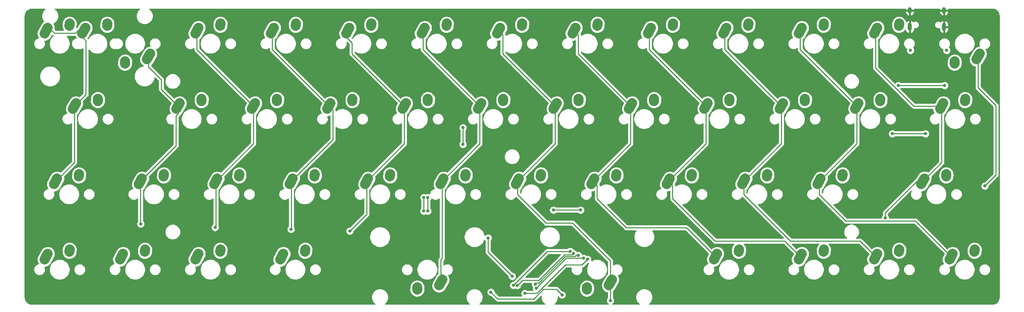
<source format=gbl>
G04 #@! TF.GenerationSoftware,KiCad,Pcbnew,(5.1.4-0-10_14)*
G04 #@! TF.CreationDate,2019-09-18T13:17:52+02:00*
G04 #@! TF.ProjectId,minivan-clone,6d696e69-7661-46e2-9d63-6c6f6e652e6b,rev?*
G04 #@! TF.SameCoordinates,Original*
G04 #@! TF.FileFunction,Copper,L2,Bot*
G04 #@! TF.FilePolarity,Positive*
%FSLAX46Y46*%
G04 Gerber Fmt 4.6, Leading zero omitted, Abs format (unit mm)*
G04 Created by KiCad (PCBNEW (5.1.4-0-10_14)) date 2019-09-18 13:17:52*
%MOMM*%
%LPD*%
G04 APERTURE LIST*
%ADD10C,2.500000*%
%ADD11C,2.500000*%
%ADD12O,1.000000X1.600000*%
%ADD13O,1.000000X2.100000*%
%ADD14C,0.800000*%
%ADD15C,0.250000*%
%ADD16C,0.254000*%
G04 APERTURE END LIST*
D10*
X142045000Y-133210000D03*
D11*
X142064724Y-132920672D02*
X142025276Y-133499328D01*
D10*
X136120000Y-134730000D03*
D11*
X136525453Y-134000046D02*
X135714547Y-135459954D01*
D10*
X263211250Y-199940000D03*
D11*
X263191526Y-200229328D02*
X263230974Y-199650672D01*
D10*
X269136250Y-198420000D03*
D11*
X268730797Y-199149954D02*
X269541703Y-197690046D01*
D10*
X220348750Y-199940000D03*
D11*
X220329026Y-200229328D02*
X220368474Y-199650672D01*
D10*
X226273750Y-198420000D03*
D11*
X225868297Y-199149954D02*
X226679203Y-197690046D01*
D10*
X353976250Y-171310000D03*
D11*
X353995974Y-171020672D02*
X353956526Y-171599328D01*
D10*
X348051250Y-172830000D03*
D11*
X348456703Y-172100046D02*
X347645797Y-173559954D01*
D10*
X139663750Y-152260000D03*
D11*
X139683474Y-151970672D02*
X139644026Y-152549328D01*
D10*
X133738750Y-153780000D03*
D11*
X134144203Y-153050046D02*
X133333297Y-154509954D01*
D10*
X134901250Y-171310000D03*
D11*
X134920974Y-171020672D02*
X134881526Y-171599328D01*
D10*
X128976250Y-172830000D03*
D11*
X129381703Y-172100046D02*
X128570797Y-173559954D01*
D10*
X358738750Y-152260000D03*
D11*
X358758474Y-151970672D02*
X358719026Y-152549328D01*
D10*
X352813750Y-153780000D03*
D11*
X353219203Y-153050046D02*
X352408297Y-154509954D01*
D10*
X301588750Y-190360000D03*
D11*
X301608474Y-190070672D02*
X301569026Y-190649328D01*
D10*
X295663750Y-191880000D03*
D11*
X296069203Y-191150046D02*
X295258297Y-192609954D01*
D10*
X192051250Y-190360000D03*
D11*
X192070974Y-190070672D02*
X192031526Y-190649328D01*
D10*
X186126250Y-191880000D03*
D11*
X186531703Y-191150046D02*
X185720797Y-192609954D01*
D10*
X194432500Y-171310000D03*
D11*
X194452224Y-171020672D02*
X194412776Y-171599328D01*
D10*
X188507500Y-172830000D03*
D11*
X188912953Y-172100046D02*
X188102047Y-173559954D01*
D10*
X232532500Y-171310000D03*
D11*
X232552224Y-171020672D02*
X232512776Y-171599328D01*
D10*
X226607500Y-172830000D03*
D11*
X227012953Y-172100046D02*
X226202047Y-173559954D01*
D10*
X342070000Y-190360000D03*
D11*
X342089724Y-190070672D02*
X342050276Y-190649328D01*
D10*
X336145000Y-191880000D03*
D11*
X336550453Y-191150046D02*
X335739547Y-192609954D01*
D10*
X308732500Y-171310000D03*
D11*
X308752224Y-171020672D02*
X308712776Y-171599328D01*
D10*
X302807500Y-172830000D03*
D11*
X303212953Y-172100046D02*
X302402047Y-173559954D01*
D10*
X342070000Y-133210000D03*
D11*
X342089724Y-132920672D02*
X342050276Y-133499328D01*
D10*
X336145000Y-134730000D03*
D11*
X336550453Y-134000046D02*
X335739547Y-135459954D01*
D10*
X361120000Y-190360000D03*
D11*
X361139724Y-190070672D02*
X361100276Y-190649328D01*
D10*
X355195000Y-191880000D03*
D11*
X355600453Y-191150046D02*
X354789547Y-192609954D01*
D10*
X323020000Y-190360000D03*
D11*
X323039724Y-190070672D02*
X323000276Y-190649328D01*
D10*
X317095000Y-191880000D03*
D11*
X317500453Y-191150046D02*
X316689547Y-192609954D01*
D10*
X170620000Y-190360000D03*
D11*
X170639724Y-190070672D02*
X170600276Y-190649328D01*
D10*
X164695000Y-191880000D03*
D11*
X165100453Y-191150046D02*
X164289547Y-192609954D01*
D10*
X151570000Y-190360000D03*
D11*
X151589724Y-190070672D02*
X151550276Y-190649328D01*
D10*
X145645000Y-191880000D03*
D11*
X146050453Y-191150046D02*
X145239547Y-192609954D01*
D10*
X132520000Y-190360000D03*
D11*
X132539724Y-190070672D02*
X132500276Y-190649328D01*
D10*
X126595000Y-191880000D03*
D11*
X127000453Y-191150046D02*
X126189547Y-192609954D01*
D10*
X327782500Y-171310000D03*
D11*
X327802224Y-171020672D02*
X327762776Y-171599328D01*
D10*
X321857500Y-172830000D03*
D11*
X322262953Y-172100046D02*
X321452047Y-173559954D01*
D10*
X289682500Y-171310000D03*
D11*
X289702224Y-171020672D02*
X289662776Y-171599328D01*
D10*
X283757500Y-172830000D03*
D11*
X284162953Y-172100046D02*
X283352047Y-173559954D01*
D10*
X270632500Y-171310000D03*
D11*
X270652224Y-171020672D02*
X270612776Y-171599328D01*
D10*
X264707500Y-172830000D03*
D11*
X265112953Y-172100046D02*
X264302047Y-173559954D01*
D10*
X251582500Y-171310000D03*
D11*
X251602224Y-171020672D02*
X251562776Y-171599328D01*
D10*
X245657500Y-172830000D03*
D11*
X246062953Y-172100046D02*
X245252047Y-173559954D01*
D10*
X213482500Y-171310000D03*
D11*
X213502224Y-171020672D02*
X213462776Y-171599328D01*
D10*
X207557500Y-172830000D03*
D11*
X207962953Y-172100046D02*
X207152047Y-173559954D01*
D10*
X175382500Y-171310000D03*
D11*
X175402224Y-171020672D02*
X175362776Y-171599328D01*
D10*
X169457500Y-172830000D03*
D11*
X169862953Y-172100046D02*
X169052047Y-173559954D01*
D10*
X156332500Y-171310000D03*
D11*
X156352224Y-171020672D02*
X156312776Y-171599328D01*
D10*
X150407500Y-172830000D03*
D11*
X150812953Y-172100046D02*
X150002047Y-173559954D01*
D10*
X337307500Y-152260000D03*
D11*
X337327224Y-151970672D02*
X337287776Y-152549328D01*
D10*
X331382500Y-153780000D03*
D11*
X331787953Y-153050046D02*
X330977047Y-154509954D01*
D10*
X318257500Y-152260000D03*
D11*
X318277224Y-151970672D02*
X318237776Y-152549328D01*
D10*
X312332500Y-153780000D03*
D11*
X312737953Y-153050046D02*
X311927047Y-154509954D01*
D10*
X299207500Y-152260000D03*
D11*
X299227224Y-151970672D02*
X299187776Y-152549328D01*
D10*
X293282500Y-153780000D03*
D11*
X293687953Y-153050046D02*
X292877047Y-154509954D01*
D10*
X280157500Y-152260000D03*
D11*
X280177224Y-151970672D02*
X280137776Y-152549328D01*
D10*
X274232500Y-153780000D03*
D11*
X274637953Y-153050046D02*
X273827047Y-154509954D01*
D10*
X261107500Y-152260000D03*
D11*
X261127224Y-151970672D02*
X261087776Y-152549328D01*
D10*
X255182500Y-153780000D03*
D11*
X255587953Y-153050046D02*
X254777047Y-154509954D01*
D10*
X242057500Y-152260000D03*
D11*
X242077224Y-151970672D02*
X242037776Y-152549328D01*
D10*
X236132500Y-153780000D03*
D11*
X236537953Y-153050046D02*
X235727047Y-154509954D01*
D10*
X223007500Y-152260000D03*
D11*
X223027224Y-151970672D02*
X222987776Y-152549328D01*
D10*
X217082500Y-153780000D03*
D11*
X217487953Y-153050046D02*
X216677047Y-154509954D01*
D10*
X203957500Y-152260000D03*
D11*
X203977224Y-151970672D02*
X203937776Y-152549328D01*
D10*
X198032500Y-153780000D03*
D11*
X198437953Y-153050046D02*
X197627047Y-154509954D01*
D10*
X184907500Y-152260000D03*
D11*
X184927224Y-151970672D02*
X184887776Y-152549328D01*
D10*
X178982500Y-153780000D03*
D11*
X179387953Y-153050046D02*
X178577047Y-154509954D01*
D10*
X165857500Y-152260000D03*
D11*
X165877224Y-151970672D02*
X165837776Y-152549328D01*
D10*
X159932500Y-153780000D03*
D11*
X160337953Y-153050046D02*
X159527047Y-154509954D01*
D10*
X356080000Y-142790000D03*
D11*
X356060276Y-143079328D02*
X356099724Y-142500672D01*
D10*
X362005000Y-141270000D03*
D11*
X361599547Y-141999954D02*
X362410453Y-140540046D01*
D10*
X323020000Y-133210000D03*
D11*
X323039724Y-132920672D02*
X323000276Y-133499328D01*
D10*
X317095000Y-134730000D03*
D11*
X317500453Y-134000046D02*
X316689547Y-135459954D01*
D10*
X303970000Y-133210000D03*
D11*
X303989724Y-132920672D02*
X303950276Y-133499328D01*
D10*
X298045000Y-134730000D03*
D11*
X298450453Y-134000046D02*
X297639547Y-135459954D01*
D10*
X284920000Y-133210000D03*
D11*
X284939724Y-132920672D02*
X284900276Y-133499328D01*
D10*
X278995000Y-134730000D03*
D11*
X279400453Y-134000046D02*
X278589547Y-135459954D01*
D10*
X265870000Y-133210000D03*
D11*
X265889724Y-132920672D02*
X265850276Y-133499328D01*
D10*
X259945000Y-134730000D03*
D11*
X260350453Y-134000046D02*
X259539547Y-135459954D01*
D10*
X246820000Y-133210000D03*
D11*
X246839724Y-132920672D02*
X246800276Y-133499328D01*
D10*
X240895000Y-134730000D03*
D11*
X241300453Y-134000046D02*
X240489547Y-135459954D01*
D10*
X227770000Y-133210000D03*
D11*
X227789724Y-132920672D02*
X227750276Y-133499328D01*
D10*
X221845000Y-134730000D03*
D11*
X222250453Y-134000046D02*
X221439547Y-135459954D01*
D10*
X208720000Y-133210000D03*
D11*
X208739724Y-132920672D02*
X208700276Y-133499328D01*
D10*
X202795000Y-134730000D03*
D11*
X203200453Y-134000046D02*
X202389547Y-135459954D01*
D10*
X189670000Y-133210000D03*
D11*
X189689724Y-132920672D02*
X189650276Y-133499328D01*
D10*
X183745000Y-134730000D03*
D11*
X184150453Y-134000046D02*
X183339547Y-135459954D01*
D10*
X170620000Y-133210000D03*
D11*
X170639724Y-132920672D02*
X170600276Y-133499328D01*
D10*
X164695000Y-134730000D03*
D11*
X165100453Y-134000046D02*
X164289547Y-135459954D01*
D10*
X146530000Y-142790000D03*
D11*
X146510276Y-143079328D02*
X146549724Y-142500672D01*
D10*
X152455000Y-141270000D03*
D11*
X152049547Y-141999954D02*
X152860453Y-140540046D01*
D10*
X132520000Y-133210000D03*
D11*
X132539724Y-132920672D02*
X132500276Y-133499328D01*
D10*
X126595000Y-134730000D03*
D11*
X127000453Y-134000046D02*
X126189547Y-135459954D01*
D12*
X344755000Y-129600000D03*
X353395000Y-129600000D03*
D13*
X344755000Y-133780000D03*
X353395000Y-133780000D03*
D14*
X354076000Y-139700000D03*
X344932000Y-139700000D03*
X244348000Y-196850000D03*
X238215010Y-187159666D03*
X203327000Y-185394020D03*
X353568000Y-148590000D03*
X231902000Y-159258000D03*
X231902000Y-163449000D03*
X223012000Y-176911000D03*
X223012000Y-180340000D03*
X341884000Y-148589994D03*
X348742000Y-160782000D03*
X222011997Y-176911000D03*
X221996000Y-180340000D03*
X340360000Y-160782000D03*
X261620000Y-180086000D03*
X254762000Y-180086000D03*
X250190000Y-198882000D03*
X260995326Y-191552990D03*
X262382000Y-192278000D03*
X250444000Y-199898000D03*
X338582000Y-182118000D03*
X245631847Y-199159153D03*
X259813432Y-191102979D03*
X263398000Y-192532000D03*
X247523000Y-201168000D03*
X269136250Y-202985000D03*
X188468000Y-184944010D03*
X169291000Y-184494000D03*
X150495000Y-183605010D03*
X244632290Y-199129324D03*
X363728000Y-173990000D03*
X258983091Y-190545702D03*
X343408000Y-141224000D03*
X350604000Y-141904000D03*
X247142000Y-190500000D03*
X244856000Y-194564000D03*
X254254000Y-191770000D03*
X353568000Y-136144000D03*
X344678000Y-135890000D03*
X233299000Y-196469000D03*
X244856000Y-183642000D03*
X245872000Y-196596000D03*
X256921000Y-201549000D03*
X238946000Y-200846000D03*
D15*
X244348000Y-196850000D02*
X238215010Y-190717010D01*
X238215010Y-187725351D02*
X238215010Y-187159666D01*
X238215010Y-190717010D02*
X238215010Y-187725351D01*
X216092516Y-152790016D02*
X217082500Y-153780000D01*
X202795000Y-136739178D02*
X203881099Y-137825277D01*
X203881099Y-140578599D02*
X216092516Y-152790016D01*
X203881099Y-137825277D02*
X203881099Y-140578599D01*
X202795000Y-134730000D02*
X202795000Y-136739178D01*
X217082500Y-163305000D02*
X207557500Y-172830000D01*
X217082500Y-153780000D02*
X217082500Y-163305000D01*
X207557500Y-181163520D02*
X203327000Y-185394020D01*
X207557500Y-172830000D02*
X207557500Y-181163520D01*
X231902000Y-159258000D02*
X231902000Y-163449000D01*
X223012000Y-176911000D02*
X223012000Y-180340000D01*
X353568000Y-148590000D02*
X341884006Y-148590000D01*
X341884006Y-148590000D02*
X341884000Y-148589994D01*
X222011997Y-180324003D02*
X221996000Y-180340000D01*
X222011997Y-176911000D02*
X222011997Y-180324003D01*
X348742000Y-160782000D02*
X340360000Y-160782000D01*
X261620000Y-180086000D02*
X254762000Y-180086000D01*
X133738750Y-168067500D02*
X128976250Y-172830000D01*
X133738750Y-153780000D02*
X133738750Y-168067500D01*
X128124885Y-134730000D02*
X126595000Y-134730000D01*
X128776885Y-135382000D02*
X128124885Y-134730000D01*
X133938807Y-135382000D02*
X128776885Y-135382000D01*
X136120000Y-134730000D02*
X134590807Y-134730000D01*
X134590807Y-134730000D02*
X133938807Y-135382000D01*
X135242940Y-152275810D02*
X133738750Y-153780000D01*
X136652000Y-150866750D02*
X135242940Y-152275810D01*
X136652000Y-137271654D02*
X136652000Y-150866750D01*
X136120000Y-134730000D02*
X136120000Y-136739654D01*
X136120000Y-136739654D02*
X136652000Y-137271654D01*
X317095000Y-139492500D02*
X331382500Y-153780000D01*
X317095000Y-134730000D02*
X317095000Y-139492500D01*
X331382500Y-163305000D02*
X321857500Y-172830000D01*
X331382500Y-153780000D02*
X331382500Y-163305000D01*
X354205016Y-190890016D02*
X355195000Y-191880000D01*
X346195000Y-182880000D02*
X354205016Y-190890016D01*
X328610526Y-182880000D02*
X346195000Y-182880000D01*
X321857500Y-176126974D02*
X328610526Y-182880000D01*
X321857500Y-172830000D02*
X321857500Y-176126974D01*
X260429641Y-191552990D02*
X260995326Y-191552990D01*
X250190000Y-198882000D02*
X250589999Y-198482001D01*
X260154642Y-191827989D02*
X260429641Y-191552990D01*
X251095177Y-198482001D02*
X257749189Y-191827989D01*
X250589999Y-198482001D02*
X251095177Y-198482001D01*
X257749189Y-191827989D02*
X260154642Y-191827989D01*
X298045000Y-139492500D02*
X312332500Y-153780000D01*
X298045000Y-134730000D02*
X298045000Y-139492500D01*
X312332500Y-163305000D02*
X302807500Y-172830000D01*
X312332500Y-153780000D02*
X312332500Y-163305000D01*
X335155016Y-190890016D02*
X336145000Y-191880000D01*
X332225000Y-187960000D02*
X335155016Y-190890016D01*
X314640526Y-187960000D02*
X332225000Y-187960000D01*
X302807500Y-172830000D02*
X302807500Y-176126974D01*
X302807500Y-176126974D02*
X314640526Y-187960000D01*
X262382000Y-192278000D02*
X257935589Y-192278000D01*
X250843999Y-199498001D02*
X250444000Y-199898000D01*
X257935589Y-192278000D02*
X250843999Y-199369590D01*
X250843999Y-199369590D02*
X250843999Y-199498001D01*
X352813750Y-168067500D02*
X348051250Y-172830000D01*
X352813750Y-153780000D02*
X352813750Y-168067500D01*
X338582000Y-180769365D02*
X338582000Y-182118000D01*
X348051250Y-172830000D02*
X346521365Y-172830000D01*
X346521365Y-172830000D02*
X338582000Y-180769365D01*
X336145000Y-144178004D02*
X345746996Y-153780000D01*
X336145000Y-134730000D02*
X336145000Y-144178004D01*
X345746996Y-153780000D02*
X351283865Y-153780000D01*
X351283865Y-153780000D02*
X352813750Y-153780000D01*
X251074767Y-197866000D02*
X257562789Y-191377978D01*
X259538433Y-191377978D02*
X259813432Y-191102979D01*
X245631847Y-199159153D02*
X246925000Y-197866000D01*
X246925000Y-197866000D02*
X251074767Y-197866000D01*
X257562789Y-191377978D02*
X259538433Y-191377978D01*
X278995000Y-139492500D02*
X293282500Y-153780000D01*
X278995000Y-134730000D02*
X278995000Y-139492500D01*
X293282500Y-163305000D02*
X283757500Y-172830000D01*
X293282500Y-153780000D02*
X293282500Y-163305000D01*
X316105016Y-190890016D02*
X317095000Y-191880000D01*
X313175000Y-187960000D02*
X316105016Y-190890016D01*
X295590526Y-187960000D02*
X313175000Y-187960000D01*
X284843599Y-177213073D02*
X295590526Y-187960000D01*
X283757500Y-172830000D02*
X284843599Y-173916099D01*
X284843599Y-173916099D02*
X284843599Y-177213073D01*
X248088685Y-201168000D02*
X247523000Y-201168000D01*
X261955901Y-193974099D02*
X257764901Y-193974099D01*
X263398000Y-192532000D02*
X261955901Y-193974099D01*
X250571000Y-201168000D02*
X248088685Y-201168000D01*
X257764901Y-193974099D02*
X250571000Y-201168000D01*
X273242516Y-152790016D02*
X274232500Y-153780000D01*
X261031099Y-140578599D02*
X273242516Y-152790016D01*
X261031099Y-135816099D02*
X261031099Y-140578599D01*
X259945000Y-134730000D02*
X261031099Y-135816099D01*
X274232500Y-163305000D02*
X264707500Y-172830000D01*
X274232500Y-153780000D02*
X274232500Y-163305000D01*
X288359849Y-184576099D02*
X294673766Y-190890016D01*
X265793599Y-177213073D02*
X273156625Y-184576099D01*
X294673766Y-190890016D02*
X295663750Y-191880000D01*
X265793599Y-173916099D02*
X265793599Y-177213073D01*
X273156625Y-184576099D02*
X288359849Y-184576099D01*
X264707500Y-172830000D02*
X265793599Y-173916099D01*
X254192516Y-152790016D02*
X255182500Y-153780000D01*
X241981099Y-140578599D02*
X254192516Y-152790016D01*
X241981099Y-135816099D02*
X241981099Y-140578599D01*
X240895000Y-134730000D02*
X241981099Y-135816099D01*
X255182500Y-163305000D02*
X245657500Y-172830000D01*
X255182500Y-153780000D02*
X255182500Y-163305000D01*
X245657500Y-176126974D02*
X252918526Y-183388000D01*
X245657500Y-172830000D02*
X245657500Y-176126974D01*
X252918526Y-183388000D02*
X259588000Y-183388000D01*
X269136250Y-192936250D02*
X269136250Y-198420000D01*
X259588000Y-183388000D02*
X269136250Y-192936250D01*
X269136250Y-202922750D02*
X269136250Y-198420000D01*
X188507500Y-184904510D02*
X188468000Y-184944010D01*
X188507500Y-172830000D02*
X188507500Y-184904510D01*
X183745000Y-139492500D02*
X198032500Y-153780000D01*
X183745000Y-134730000D02*
X183745000Y-139492500D01*
X190011690Y-171325810D02*
X188507500Y-172830000D01*
X199022484Y-162315016D02*
X190011690Y-171325810D01*
X199022484Y-154769984D02*
X199022484Y-162315016D01*
X198032500Y-153780000D02*
X199022484Y-154769984D01*
X169457500Y-184327500D02*
X169291000Y-184494000D01*
X169457500Y-172830000D02*
X169457500Y-184327500D01*
X164695000Y-139492500D02*
X178982500Y-153780000D01*
X164695000Y-134730000D02*
X164695000Y-139492500D01*
X178982500Y-163305000D02*
X169457500Y-172830000D01*
X178982500Y-153780000D02*
X178982500Y-163305000D01*
X152455000Y-143884002D02*
X155702000Y-147131002D01*
X152455000Y-141270000D02*
X152455000Y-143884002D01*
X155702000Y-149549500D02*
X159932500Y-153780000D01*
X155702000Y-147131002D02*
X155702000Y-149549500D01*
X151911690Y-171325810D02*
X150407500Y-172830000D01*
X159433401Y-156288277D02*
X159433401Y-163804099D01*
X159932500Y-155789178D02*
X159433401Y-156288277D01*
X159433401Y-163804099D02*
X151911690Y-171325810D01*
X159932500Y-153780000D02*
X159932500Y-155789178D01*
X150407500Y-183517510D02*
X150495000Y-183605010D01*
X150407500Y-172830000D02*
X150407500Y-183517510D01*
X362005000Y-141270000D02*
X362005000Y-149153000D01*
X362005000Y-149153000D02*
X366522000Y-153670000D01*
X366522000Y-153670000D02*
X366522000Y-171196000D01*
X366522000Y-171196000D02*
X363728000Y-173990000D01*
X258417406Y-190545702D02*
X258983091Y-190545702D01*
X253215912Y-190545702D02*
X258417406Y-190545702D01*
X244632290Y-199129324D02*
X253215912Y-190545702D01*
X240665000Y-202565000D02*
X238946000Y-200846000D01*
X249810410Y-202565000D02*
X240665000Y-202565000D01*
X252222705Y-200152705D02*
X249810410Y-202565000D01*
X255524705Y-200152705D02*
X252222705Y-200152705D01*
X256921000Y-201549000D02*
X255524705Y-200152705D01*
X221845000Y-139492500D02*
X236132500Y-153780000D01*
X221845000Y-134730000D02*
X221845000Y-139492500D01*
X236132500Y-163305000D02*
X226607500Y-172830000D01*
X236132500Y-153780000D02*
X236132500Y-163305000D01*
X226607500Y-172830000D02*
X226607500Y-192365500D01*
X226273750Y-192699250D02*
X226273750Y-198420000D01*
X226607500Y-192365500D02*
X226273750Y-192699250D01*
D16*
G36*
X126210718Y-129337996D02*
G01*
X125909996Y-129638718D01*
X125673719Y-129992330D01*
X125510970Y-130385243D01*
X125428000Y-130802357D01*
X125428000Y-131227643D01*
X125510970Y-131644757D01*
X125673719Y-132037670D01*
X125909996Y-132391282D01*
X125951954Y-132433240D01*
X125822629Y-132516665D01*
X125555868Y-132774950D01*
X125397556Y-133003794D01*
X124496725Y-134625598D01*
X124386100Y-134880931D01*
X124307791Y-135243892D01*
X124301797Y-135615156D01*
X124368348Y-135980455D01*
X124504886Y-136325752D01*
X124643132Y-136540062D01*
X124486579Y-136571202D01*
X124216162Y-136683212D01*
X123972794Y-136845826D01*
X123765826Y-137052794D01*
X123603212Y-137296162D01*
X123491202Y-137566579D01*
X123434100Y-137853652D01*
X123434100Y-138146348D01*
X123491202Y-138433421D01*
X123603212Y-138703838D01*
X123765826Y-138947206D01*
X123972794Y-139154174D01*
X124216162Y-139316788D01*
X124486579Y-139428798D01*
X124773652Y-139485900D01*
X125066348Y-139485900D01*
X125353421Y-139428798D01*
X125623838Y-139316788D01*
X125867206Y-139154174D01*
X126074174Y-138947206D01*
X126236788Y-138703838D01*
X126348798Y-138433421D01*
X126405900Y-138146348D01*
X126405900Y-137853652D01*
X126348798Y-137566579D01*
X126257554Y-137346296D01*
X126344749Y-137347704D01*
X126710048Y-137281153D01*
X127055345Y-137144615D01*
X127367371Y-136943335D01*
X127634132Y-136685050D01*
X127792444Y-136456206D01*
X128143774Y-135823691D01*
X128213085Y-135893002D01*
X128236884Y-135922001D01*
X128304600Y-135977574D01*
X127958000Y-136324174D01*
X127670299Y-136754749D01*
X127472127Y-137233178D01*
X127371100Y-137741076D01*
X127371100Y-138258924D01*
X127472127Y-138766822D01*
X127670299Y-139245251D01*
X127958000Y-139675826D01*
X128324174Y-140042000D01*
X128754749Y-140329701D01*
X129233178Y-140527873D01*
X129741076Y-140628900D01*
X130258924Y-140628900D01*
X130766822Y-140527873D01*
X131245251Y-140329701D01*
X131675826Y-140042000D01*
X132042000Y-139675826D01*
X132329701Y-139245251D01*
X132527873Y-138766822D01*
X132628900Y-138258924D01*
X132628900Y-137741076D01*
X132527873Y-137233178D01*
X132329701Y-136754749D01*
X132042000Y-136324174D01*
X131859826Y-136142000D01*
X133901485Y-136142000D01*
X133938807Y-136145676D01*
X133957935Y-136143792D01*
X134029886Y-136325752D01*
X134168132Y-136540062D01*
X134011579Y-136571202D01*
X133741162Y-136683212D01*
X133497794Y-136845826D01*
X133290826Y-137052794D01*
X133128212Y-137296162D01*
X133016202Y-137566579D01*
X132959100Y-137853652D01*
X132959100Y-138146348D01*
X133016202Y-138433421D01*
X133128212Y-138703838D01*
X133290826Y-138947206D01*
X133497794Y-139154174D01*
X133741162Y-139316788D01*
X134011579Y-139428798D01*
X134298652Y-139485900D01*
X134591348Y-139485900D01*
X134762500Y-139451856D01*
X134933652Y-139485900D01*
X135226348Y-139485900D01*
X135513421Y-139428798D01*
X135783838Y-139316788D01*
X135892000Y-139244516D01*
X135892001Y-150551947D01*
X135054027Y-151389921D01*
X134723226Y-151246599D01*
X134360265Y-151168290D01*
X133989000Y-151162296D01*
X133623701Y-151228847D01*
X133278405Y-151365385D01*
X132966379Y-151566665D01*
X132699618Y-151824950D01*
X132541306Y-152053794D01*
X131640475Y-153675598D01*
X131529850Y-153930931D01*
X131451541Y-154293892D01*
X131445547Y-154665156D01*
X131512098Y-155030455D01*
X131648636Y-155375752D01*
X131786882Y-155590062D01*
X131630329Y-155621202D01*
X131359912Y-155733212D01*
X131116544Y-155895826D01*
X130909576Y-156102794D01*
X130746962Y-156346162D01*
X130634952Y-156616579D01*
X130577850Y-156903652D01*
X130577850Y-157196348D01*
X130634952Y-157483421D01*
X130746962Y-157753838D01*
X130909576Y-157997206D01*
X131116544Y-158204174D01*
X131359912Y-158366788D01*
X131630329Y-158478798D01*
X131917402Y-158535900D01*
X132210098Y-158535900D01*
X132497171Y-158478798D01*
X132767588Y-158366788D01*
X132978750Y-158225693D01*
X132978751Y-167752697D01*
X130291527Y-170439921D01*
X129960726Y-170296599D01*
X129597765Y-170218290D01*
X129226500Y-170212296D01*
X128861201Y-170278847D01*
X128515905Y-170415385D01*
X128203879Y-170616665D01*
X127937118Y-170874950D01*
X127778806Y-171103794D01*
X126877975Y-172725598D01*
X126767350Y-172980931D01*
X126689041Y-173343892D01*
X126683047Y-173715156D01*
X126749598Y-174080455D01*
X126886136Y-174425752D01*
X127024382Y-174640062D01*
X126867829Y-174671202D01*
X126597412Y-174783212D01*
X126354044Y-174945826D01*
X126147076Y-175152794D01*
X125984462Y-175396162D01*
X125872452Y-175666579D01*
X125815350Y-175953652D01*
X125815350Y-176246348D01*
X125872452Y-176533421D01*
X125984462Y-176803838D01*
X126147076Y-177047206D01*
X126354044Y-177254174D01*
X126597412Y-177416788D01*
X126867829Y-177528798D01*
X127154902Y-177585900D01*
X127447598Y-177585900D01*
X127734671Y-177528798D01*
X128005088Y-177416788D01*
X128248456Y-177254174D01*
X128455424Y-177047206D01*
X128618038Y-176803838D01*
X128730048Y-176533421D01*
X128787150Y-176246348D01*
X128787150Y-175953652D01*
X128764758Y-175841076D01*
X129752350Y-175841076D01*
X129752350Y-176358924D01*
X129853377Y-176866822D01*
X130051549Y-177345251D01*
X130339250Y-177775826D01*
X130705424Y-178142000D01*
X131135999Y-178429701D01*
X131614428Y-178627873D01*
X132122326Y-178728900D01*
X132640174Y-178728900D01*
X133148072Y-178627873D01*
X133626501Y-178429701D01*
X134057076Y-178142000D01*
X134423250Y-177775826D01*
X134710951Y-177345251D01*
X134909123Y-176866822D01*
X135010150Y-176358924D01*
X135010150Y-175953652D01*
X135975350Y-175953652D01*
X135975350Y-176246348D01*
X136032452Y-176533421D01*
X136144462Y-176803838D01*
X136307076Y-177047206D01*
X136514044Y-177254174D01*
X136757412Y-177416788D01*
X137027829Y-177528798D01*
X137314902Y-177585900D01*
X137607598Y-177585900D01*
X137894671Y-177528798D01*
X138165088Y-177416788D01*
X138408456Y-177254174D01*
X138615424Y-177047206D01*
X138778038Y-176803838D01*
X138890048Y-176533421D01*
X138947150Y-176246348D01*
X138947150Y-175953652D01*
X147246600Y-175953652D01*
X147246600Y-176246348D01*
X147303702Y-176533421D01*
X147415712Y-176803838D01*
X147578326Y-177047206D01*
X147785294Y-177254174D01*
X148028662Y-177416788D01*
X148299079Y-177528798D01*
X148586152Y-177585900D01*
X148878848Y-177585900D01*
X149165921Y-177528798D01*
X149436338Y-177416788D01*
X149647500Y-177275693D01*
X149647501Y-183010431D01*
X149577795Y-183114754D01*
X149499774Y-183303112D01*
X149460000Y-183503071D01*
X149460000Y-183706949D01*
X149499774Y-183906908D01*
X149577795Y-184095266D01*
X149691063Y-184264784D01*
X149835226Y-184408947D01*
X150004744Y-184522215D01*
X150193102Y-184600236D01*
X150393061Y-184640010D01*
X150596939Y-184640010D01*
X150796898Y-184600236D01*
X150985256Y-184522215D01*
X151154774Y-184408947D01*
X151298937Y-184264784D01*
X151412205Y-184095266D01*
X151490226Y-183906908D01*
X151530000Y-183706949D01*
X151530000Y-183503071D01*
X151490226Y-183303112D01*
X151412205Y-183114754D01*
X151298937Y-182945236D01*
X151167500Y-182813799D01*
X151167500Y-175841076D01*
X151183600Y-175841076D01*
X151183600Y-176358924D01*
X151284627Y-176866822D01*
X151482799Y-177345251D01*
X151770500Y-177775826D01*
X152136674Y-178142000D01*
X152567249Y-178429701D01*
X153045678Y-178627873D01*
X153553576Y-178728900D01*
X154071424Y-178728900D01*
X154579322Y-178627873D01*
X155057751Y-178429701D01*
X155488326Y-178142000D01*
X155854500Y-177775826D01*
X156142201Y-177345251D01*
X156340373Y-176866822D01*
X156441400Y-176358924D01*
X156441400Y-175953652D01*
X157406600Y-175953652D01*
X157406600Y-176246348D01*
X157463702Y-176533421D01*
X157575712Y-176803838D01*
X157738326Y-177047206D01*
X157945294Y-177254174D01*
X158188662Y-177416788D01*
X158459079Y-177528798D01*
X158746152Y-177585900D01*
X159038848Y-177585900D01*
X159325921Y-177528798D01*
X159596338Y-177416788D01*
X159839706Y-177254174D01*
X160046674Y-177047206D01*
X160209288Y-176803838D01*
X160321298Y-176533421D01*
X160378400Y-176246348D01*
X160378400Y-175953652D01*
X160321298Y-175666579D01*
X160209288Y-175396162D01*
X160046674Y-175152794D01*
X159839706Y-174945826D01*
X159596338Y-174783212D01*
X159325921Y-174671202D01*
X159038848Y-174614100D01*
X158746152Y-174614100D01*
X158459079Y-174671202D01*
X158188662Y-174783212D01*
X157945294Y-174945826D01*
X157738326Y-175152794D01*
X157575712Y-175396162D01*
X157463702Y-175666579D01*
X157406600Y-175953652D01*
X156441400Y-175953652D01*
X156441400Y-175841076D01*
X156340373Y-175333178D01*
X156142201Y-174854749D01*
X155854500Y-174424174D01*
X155488326Y-174058000D01*
X155057751Y-173770299D01*
X154579322Y-173572127D01*
X154071424Y-173471100D01*
X153553576Y-173471100D01*
X153045678Y-173572127D01*
X152567249Y-173770299D01*
X152136674Y-174058000D01*
X151770500Y-174424174D01*
X151482799Y-174854749D01*
X151284627Y-175333178D01*
X151183600Y-175841076D01*
X151167500Y-175841076D01*
X151167500Y-175051315D01*
X151179871Y-175043335D01*
X151446632Y-174785050D01*
X151604944Y-174556206D01*
X152505775Y-172934403D01*
X152616400Y-172679070D01*
X152694709Y-172316109D01*
X152700703Y-171944844D01*
X152649348Y-171662953D01*
X152748796Y-171563505D01*
X154425844Y-171563505D01*
X154434221Y-171841645D01*
X154517590Y-172203477D01*
X154669948Y-172542092D01*
X154885439Y-172844477D01*
X155155781Y-173099011D01*
X155470587Y-173295915D01*
X155817757Y-173427618D01*
X156183950Y-173489061D01*
X156555093Y-173477883D01*
X156916925Y-173394514D01*
X157255540Y-173242156D01*
X157557925Y-173026665D01*
X157812459Y-172756323D01*
X158009363Y-172441517D01*
X158141066Y-172094347D01*
X158187113Y-171819916D01*
X158239156Y-171056496D01*
X158230779Y-170778355D01*
X158147410Y-170416523D01*
X157995052Y-170077908D01*
X157779561Y-169775523D01*
X157509219Y-169520989D01*
X157194413Y-169324086D01*
X156847243Y-169192382D01*
X156481050Y-169130939D01*
X156109907Y-169142117D01*
X155748075Y-169225486D01*
X155409460Y-169377844D01*
X155107075Y-169593335D01*
X154852541Y-169863677D01*
X154655637Y-170178483D01*
X154523934Y-170525653D01*
X154477887Y-170800084D01*
X154425844Y-171563505D01*
X152748796Y-171563505D01*
X159944404Y-164367898D01*
X159973402Y-164344100D01*
X160068375Y-164228375D01*
X160138947Y-164096346D01*
X160182404Y-163953085D01*
X160193401Y-163841432D01*
X160193401Y-163841424D01*
X160197077Y-163804099D01*
X160193401Y-163766774D01*
X160193401Y-156791076D01*
X160708600Y-156791076D01*
X160708600Y-157308924D01*
X160809627Y-157816822D01*
X161007799Y-158295251D01*
X161295500Y-158725826D01*
X161661674Y-159092000D01*
X162092249Y-159379701D01*
X162570678Y-159577873D01*
X163078576Y-159678900D01*
X163596424Y-159678900D01*
X164104322Y-159577873D01*
X164582751Y-159379701D01*
X165013326Y-159092000D01*
X165379500Y-158725826D01*
X165667201Y-158295251D01*
X165865373Y-157816822D01*
X165966400Y-157308924D01*
X165966400Y-156903652D01*
X166931600Y-156903652D01*
X166931600Y-157196348D01*
X166988702Y-157483421D01*
X167100712Y-157753838D01*
X167263326Y-157997206D01*
X167470294Y-158204174D01*
X167713662Y-158366788D01*
X167984079Y-158478798D01*
X168271152Y-158535900D01*
X168563848Y-158535900D01*
X168850921Y-158478798D01*
X169121338Y-158366788D01*
X169364706Y-158204174D01*
X169571674Y-157997206D01*
X169734288Y-157753838D01*
X169846298Y-157483421D01*
X169903400Y-157196348D01*
X169903400Y-156903652D01*
X169846298Y-156616579D01*
X169734288Y-156346162D01*
X169571674Y-156102794D01*
X169364706Y-155895826D01*
X169121338Y-155733212D01*
X168850921Y-155621202D01*
X168563848Y-155564100D01*
X168271152Y-155564100D01*
X167984079Y-155621202D01*
X167713662Y-155733212D01*
X167470294Y-155895826D01*
X167263326Y-156102794D01*
X167100712Y-156346162D01*
X166988702Y-156616579D01*
X166931600Y-156903652D01*
X165966400Y-156903652D01*
X165966400Y-156791076D01*
X165865373Y-156283178D01*
X165667201Y-155804749D01*
X165379500Y-155374174D01*
X165013326Y-155008000D01*
X164582751Y-154720299D01*
X164104322Y-154522127D01*
X163596424Y-154421100D01*
X163078576Y-154421100D01*
X162570678Y-154522127D01*
X162092249Y-154720299D01*
X161661674Y-155008000D01*
X161295500Y-155374174D01*
X161007799Y-155804749D01*
X160809627Y-156283178D01*
X160708600Y-156791076D01*
X160193401Y-156791076D01*
X160193401Y-156603078D01*
X160443497Y-156352982D01*
X160472501Y-156329179D01*
X160567474Y-156213454D01*
X160638046Y-156081425D01*
X160655011Y-156025499D01*
X160704871Y-155993335D01*
X160971632Y-155735050D01*
X161129944Y-155506206D01*
X162030775Y-153884403D01*
X162141400Y-153629070D01*
X162219709Y-153266109D01*
X162225703Y-152894844D01*
X162159152Y-152529545D01*
X162152810Y-152513505D01*
X163950844Y-152513505D01*
X163959221Y-152791645D01*
X164042590Y-153153477D01*
X164194948Y-153492092D01*
X164410439Y-153794477D01*
X164680781Y-154049011D01*
X164995587Y-154245915D01*
X165342757Y-154377618D01*
X165708950Y-154439061D01*
X166080093Y-154427883D01*
X166441925Y-154344514D01*
X166780540Y-154192156D01*
X167082925Y-153976665D01*
X167337459Y-153706323D01*
X167534363Y-153391517D01*
X167666066Y-153044347D01*
X167712113Y-152769916D01*
X167764156Y-152006496D01*
X167755779Y-151728355D01*
X167672410Y-151366523D01*
X167520052Y-151027908D01*
X167304561Y-150725523D01*
X167034219Y-150470989D01*
X166719413Y-150274086D01*
X166372243Y-150142382D01*
X166006050Y-150080939D01*
X165634907Y-150092117D01*
X165273075Y-150175486D01*
X164934460Y-150327844D01*
X164632075Y-150543335D01*
X164377541Y-150813677D01*
X164180637Y-151128483D01*
X164048934Y-151475653D01*
X164002887Y-151750084D01*
X163950844Y-152513505D01*
X162152810Y-152513505D01*
X162022614Y-152184248D01*
X161821334Y-151872222D01*
X161563049Y-151605461D01*
X161257685Y-151394214D01*
X160916976Y-151246599D01*
X160554015Y-151168290D01*
X160182750Y-151162296D01*
X159817451Y-151228847D01*
X159472155Y-151365385D01*
X159160129Y-151566665D01*
X158974093Y-151746790D01*
X156462000Y-149234699D01*
X156462000Y-147329495D01*
X156590000Y-147329495D01*
X156590000Y-147720505D01*
X156666282Y-148104003D01*
X156815915Y-148465250D01*
X157033149Y-148790364D01*
X157309636Y-149066851D01*
X157634750Y-149284085D01*
X157995997Y-149433718D01*
X158379495Y-149510000D01*
X158770505Y-149510000D01*
X159154003Y-149433718D01*
X159515250Y-149284085D01*
X159840364Y-149066851D01*
X160116851Y-148790364D01*
X160334085Y-148465250D01*
X160483718Y-148104003D01*
X160560000Y-147720505D01*
X160560000Y-147329495D01*
X160483718Y-146945997D01*
X160334085Y-146584750D01*
X160116851Y-146259636D01*
X159840364Y-145983149D01*
X159515250Y-145765915D01*
X159154003Y-145616282D01*
X158770505Y-145540000D01*
X158379495Y-145540000D01*
X157995997Y-145616282D01*
X157634750Y-145765915D01*
X157309636Y-145983149D01*
X157033149Y-146259636D01*
X156815915Y-146584750D01*
X156666282Y-146945997D01*
X156590000Y-147329495D01*
X156462000Y-147329495D01*
X156462000Y-147168324D01*
X156465676Y-147131001D01*
X156462000Y-147093678D01*
X156462000Y-147093669D01*
X156451003Y-146982016D01*
X156407546Y-146838755D01*
X156336974Y-146706726D01*
X156323811Y-146690687D01*
X156265799Y-146619998D01*
X156265795Y-146619994D01*
X156242001Y-146591001D01*
X156213009Y-146567208D01*
X153215000Y-143569201D01*
X153215000Y-143491315D01*
X153227371Y-143483335D01*
X153494132Y-143225050D01*
X153652444Y-142996206D01*
X154553275Y-141374403D01*
X154663900Y-141119070D01*
X154742209Y-140756109D01*
X154748203Y-140384844D01*
X154681652Y-140019545D01*
X154545114Y-139674248D01*
X154406868Y-139459938D01*
X154563421Y-139428798D01*
X154833838Y-139316788D01*
X155077206Y-139154174D01*
X155284174Y-138947206D01*
X155446788Y-138703838D01*
X155558798Y-138433421D01*
X155615900Y-138146348D01*
X155615900Y-137853652D01*
X161534100Y-137853652D01*
X161534100Y-138146348D01*
X161591202Y-138433421D01*
X161703212Y-138703838D01*
X161865826Y-138947206D01*
X162072794Y-139154174D01*
X162316162Y-139316788D01*
X162586579Y-139428798D01*
X162873652Y-139485900D01*
X163166348Y-139485900D01*
X163453421Y-139428798D01*
X163723838Y-139316788D01*
X163935001Y-139175693D01*
X163935001Y-139455168D01*
X163931324Y-139492500D01*
X163945998Y-139641485D01*
X163989454Y-139784746D01*
X164060026Y-139916776D01*
X164082061Y-139943625D01*
X164155000Y-140032501D01*
X164183998Y-140056299D01*
X177212425Y-153084726D01*
X176884225Y-153675598D01*
X176773600Y-153930931D01*
X176695291Y-154293892D01*
X176689297Y-154665156D01*
X176755848Y-155030455D01*
X176892386Y-155375752D01*
X177030632Y-155590062D01*
X176874079Y-155621202D01*
X176603662Y-155733212D01*
X176360294Y-155895826D01*
X176153326Y-156102794D01*
X175990712Y-156346162D01*
X175878702Y-156616579D01*
X175821600Y-156903652D01*
X175821600Y-157196348D01*
X175878702Y-157483421D01*
X175990712Y-157753838D01*
X176153326Y-157997206D01*
X176360294Y-158204174D01*
X176603662Y-158366788D01*
X176874079Y-158478798D01*
X177161152Y-158535900D01*
X177453848Y-158535900D01*
X177740921Y-158478798D01*
X178011338Y-158366788D01*
X178222500Y-158225693D01*
X178222501Y-162990197D01*
X170772777Y-170439921D01*
X170441976Y-170296599D01*
X170079015Y-170218290D01*
X169707750Y-170212296D01*
X169342451Y-170278847D01*
X168997155Y-170415385D01*
X168685129Y-170616665D01*
X168418368Y-170874950D01*
X168260056Y-171103794D01*
X167359225Y-172725598D01*
X167248600Y-172980931D01*
X167170291Y-173343892D01*
X167164297Y-173715156D01*
X167230848Y-174080455D01*
X167367386Y-174425752D01*
X167505632Y-174640062D01*
X167349079Y-174671202D01*
X167078662Y-174783212D01*
X166835294Y-174945826D01*
X166628326Y-175152794D01*
X166465712Y-175396162D01*
X166353702Y-175666579D01*
X166296600Y-175953652D01*
X166296600Y-176246348D01*
X166353702Y-176533421D01*
X166465712Y-176803838D01*
X166628326Y-177047206D01*
X166835294Y-177254174D01*
X167078662Y-177416788D01*
X167349079Y-177528798D01*
X167636152Y-177585900D01*
X167928848Y-177585900D01*
X168215921Y-177528798D01*
X168486338Y-177416788D01*
X168697500Y-177275693D01*
X168697501Y-183645780D01*
X168631226Y-183690063D01*
X168487063Y-183834226D01*
X168373795Y-184003744D01*
X168295774Y-184192102D01*
X168256000Y-184392061D01*
X168256000Y-184595939D01*
X168295774Y-184795898D01*
X168373795Y-184984256D01*
X168487063Y-185153774D01*
X168631226Y-185297937D01*
X168800744Y-185411205D01*
X168989102Y-185489226D01*
X169189061Y-185529000D01*
X169392939Y-185529000D01*
X169592898Y-185489226D01*
X169781256Y-185411205D01*
X169950774Y-185297937D01*
X170094937Y-185153774D01*
X170208205Y-184984256D01*
X170286226Y-184795898D01*
X170326000Y-184595939D01*
X170326000Y-184392061D01*
X170286226Y-184192102D01*
X170217500Y-184026184D01*
X170217500Y-175841076D01*
X170233600Y-175841076D01*
X170233600Y-176358924D01*
X170334627Y-176866822D01*
X170532799Y-177345251D01*
X170820500Y-177775826D01*
X171186674Y-178142000D01*
X171617249Y-178429701D01*
X172095678Y-178627873D01*
X172603576Y-178728900D01*
X173121424Y-178728900D01*
X173629322Y-178627873D01*
X174107751Y-178429701D01*
X174538326Y-178142000D01*
X174904500Y-177775826D01*
X175192201Y-177345251D01*
X175390373Y-176866822D01*
X175491400Y-176358924D01*
X175491400Y-175953652D01*
X176456600Y-175953652D01*
X176456600Y-176246348D01*
X176513702Y-176533421D01*
X176625712Y-176803838D01*
X176788326Y-177047206D01*
X176995294Y-177254174D01*
X177238662Y-177416788D01*
X177509079Y-177528798D01*
X177796152Y-177585900D01*
X178088848Y-177585900D01*
X178375921Y-177528798D01*
X178646338Y-177416788D01*
X178889706Y-177254174D01*
X179096674Y-177047206D01*
X179259288Y-176803838D01*
X179371298Y-176533421D01*
X179428400Y-176246348D01*
X179428400Y-175953652D01*
X179371298Y-175666579D01*
X179259288Y-175396162D01*
X179096674Y-175152794D01*
X178889706Y-174945826D01*
X178646338Y-174783212D01*
X178375921Y-174671202D01*
X178088848Y-174614100D01*
X177796152Y-174614100D01*
X177509079Y-174671202D01*
X177238662Y-174783212D01*
X176995294Y-174945826D01*
X176788326Y-175152794D01*
X176625712Y-175396162D01*
X176513702Y-175666579D01*
X176456600Y-175953652D01*
X175491400Y-175953652D01*
X175491400Y-175841076D01*
X175390373Y-175333178D01*
X175192201Y-174854749D01*
X174904500Y-174424174D01*
X174538326Y-174058000D01*
X174107751Y-173770299D01*
X173629322Y-173572127D01*
X173121424Y-173471100D01*
X172603576Y-173471100D01*
X172095678Y-173572127D01*
X171617249Y-173770299D01*
X171186674Y-174058000D01*
X170820500Y-174424174D01*
X170532799Y-174854749D01*
X170334627Y-175333178D01*
X170233600Y-175841076D01*
X170217500Y-175841076D01*
X170217500Y-175051315D01*
X170229871Y-175043335D01*
X170496632Y-174785050D01*
X170654944Y-174556206D01*
X171555775Y-172934403D01*
X171666400Y-172679070D01*
X171744709Y-172316109D01*
X171750703Y-171944844D01*
X171699348Y-171662954D01*
X171798797Y-171563505D01*
X173475844Y-171563505D01*
X173484221Y-171841645D01*
X173567590Y-172203477D01*
X173719948Y-172542092D01*
X173935439Y-172844477D01*
X174205781Y-173099011D01*
X174520587Y-173295915D01*
X174867757Y-173427618D01*
X175233950Y-173489061D01*
X175605093Y-173477883D01*
X175966925Y-173394514D01*
X176305540Y-173242156D01*
X176607925Y-173026665D01*
X176862459Y-172756323D01*
X177059363Y-172441517D01*
X177191066Y-172094347D01*
X177237113Y-171819916D01*
X177289156Y-171056496D01*
X177280779Y-170778355D01*
X177197410Y-170416523D01*
X177045052Y-170077908D01*
X176829561Y-169775523D01*
X176559219Y-169520989D01*
X176244413Y-169324086D01*
X175897243Y-169192382D01*
X175531050Y-169130939D01*
X175159907Y-169142117D01*
X174798075Y-169225486D01*
X174459460Y-169377844D01*
X174157075Y-169593335D01*
X173902541Y-169863677D01*
X173705637Y-170178483D01*
X173573934Y-170525653D01*
X173527887Y-170800084D01*
X173475844Y-171563505D01*
X171798797Y-171563505D01*
X179493503Y-163868799D01*
X179522501Y-163845001D01*
X179617474Y-163729276D01*
X179688046Y-163597247D01*
X179731503Y-163453986D01*
X179742500Y-163342333D01*
X179742500Y-163342324D01*
X179746176Y-163305001D01*
X179742500Y-163267678D01*
X179742500Y-156791076D01*
X179758600Y-156791076D01*
X179758600Y-157308924D01*
X179859627Y-157816822D01*
X180057799Y-158295251D01*
X180345500Y-158725826D01*
X180711674Y-159092000D01*
X181142249Y-159379701D01*
X181620678Y-159577873D01*
X182128576Y-159678900D01*
X182646424Y-159678900D01*
X183154322Y-159577873D01*
X183632751Y-159379701D01*
X184063326Y-159092000D01*
X184429500Y-158725826D01*
X184717201Y-158295251D01*
X184915373Y-157816822D01*
X185016400Y-157308924D01*
X185016400Y-156903652D01*
X185981600Y-156903652D01*
X185981600Y-157196348D01*
X186038702Y-157483421D01*
X186150712Y-157753838D01*
X186313326Y-157997206D01*
X186520294Y-158204174D01*
X186763662Y-158366788D01*
X187034079Y-158478798D01*
X187321152Y-158535900D01*
X187613848Y-158535900D01*
X187900921Y-158478798D01*
X188171338Y-158366788D01*
X188414706Y-158204174D01*
X188621674Y-157997206D01*
X188784288Y-157753838D01*
X188896298Y-157483421D01*
X188953400Y-157196348D01*
X188953400Y-156903652D01*
X188896298Y-156616579D01*
X188784288Y-156346162D01*
X188621674Y-156102794D01*
X188414706Y-155895826D01*
X188171338Y-155733212D01*
X187900921Y-155621202D01*
X187613848Y-155564100D01*
X187321152Y-155564100D01*
X187034079Y-155621202D01*
X186763662Y-155733212D01*
X186520294Y-155895826D01*
X186313326Y-156102794D01*
X186150712Y-156346162D01*
X186038702Y-156616579D01*
X185981600Y-156903652D01*
X185016400Y-156903652D01*
X185016400Y-156791076D01*
X184915373Y-156283178D01*
X184717201Y-155804749D01*
X184429500Y-155374174D01*
X184063326Y-155008000D01*
X183632751Y-154720299D01*
X183154322Y-154522127D01*
X182646424Y-154421100D01*
X182128576Y-154421100D01*
X181620678Y-154522127D01*
X181142249Y-154720299D01*
X180711674Y-155008000D01*
X180345500Y-155374174D01*
X180057799Y-155804749D01*
X179859627Y-156283178D01*
X179758600Y-156791076D01*
X179742500Y-156791076D01*
X179742500Y-156001315D01*
X179754871Y-155993335D01*
X180021632Y-155735050D01*
X180179944Y-155506206D01*
X181080775Y-153884403D01*
X181191400Y-153629070D01*
X181269709Y-153266109D01*
X181275703Y-152894844D01*
X181209152Y-152529545D01*
X181202810Y-152513505D01*
X183000844Y-152513505D01*
X183009221Y-152791645D01*
X183092590Y-153153477D01*
X183244948Y-153492092D01*
X183460439Y-153794477D01*
X183730781Y-154049011D01*
X184045587Y-154245915D01*
X184392757Y-154377618D01*
X184758950Y-154439061D01*
X185130093Y-154427883D01*
X185491925Y-154344514D01*
X185830540Y-154192156D01*
X186132925Y-153976665D01*
X186387459Y-153706323D01*
X186584363Y-153391517D01*
X186716066Y-153044347D01*
X186762113Y-152769916D01*
X186814156Y-152006496D01*
X186805779Y-151728355D01*
X186722410Y-151366523D01*
X186570052Y-151027908D01*
X186354561Y-150725523D01*
X186084219Y-150470989D01*
X185769413Y-150274086D01*
X185422243Y-150142382D01*
X185056050Y-150080939D01*
X184684907Y-150092117D01*
X184323075Y-150175486D01*
X183984460Y-150327844D01*
X183682075Y-150543335D01*
X183427541Y-150813677D01*
X183230637Y-151128483D01*
X183098934Y-151475653D01*
X183052887Y-151750084D01*
X183000844Y-152513505D01*
X181202810Y-152513505D01*
X181072614Y-152184248D01*
X180871334Y-151872222D01*
X180613049Y-151605461D01*
X180307685Y-151394214D01*
X179966976Y-151246599D01*
X179604015Y-151168290D01*
X179232750Y-151162296D01*
X178867451Y-151228847D01*
X178522155Y-151365385D01*
X178210129Y-151566665D01*
X178024092Y-151746791D01*
X165455000Y-139177699D01*
X165455000Y-137741076D01*
X165471100Y-137741076D01*
X165471100Y-138258924D01*
X165572127Y-138766822D01*
X165770299Y-139245251D01*
X166058000Y-139675826D01*
X166424174Y-140042000D01*
X166854749Y-140329701D01*
X167333178Y-140527873D01*
X167841076Y-140628900D01*
X168358924Y-140628900D01*
X168866822Y-140527873D01*
X169345251Y-140329701D01*
X169775826Y-140042000D01*
X170142000Y-139675826D01*
X170429701Y-139245251D01*
X170627873Y-138766822D01*
X170728900Y-138258924D01*
X170728900Y-137853652D01*
X171694100Y-137853652D01*
X171694100Y-138146348D01*
X171751202Y-138433421D01*
X171863212Y-138703838D01*
X172025826Y-138947206D01*
X172232794Y-139154174D01*
X172476162Y-139316788D01*
X172746579Y-139428798D01*
X173033652Y-139485900D01*
X173326348Y-139485900D01*
X173613421Y-139428798D01*
X173883838Y-139316788D01*
X174127206Y-139154174D01*
X174334174Y-138947206D01*
X174496788Y-138703838D01*
X174608798Y-138433421D01*
X174665900Y-138146348D01*
X174665900Y-137853652D01*
X180584100Y-137853652D01*
X180584100Y-138146348D01*
X180641202Y-138433421D01*
X180753212Y-138703838D01*
X180915826Y-138947206D01*
X181122794Y-139154174D01*
X181366162Y-139316788D01*
X181636579Y-139428798D01*
X181923652Y-139485900D01*
X182216348Y-139485900D01*
X182503421Y-139428798D01*
X182773838Y-139316788D01*
X182985001Y-139175693D01*
X182985001Y-139455168D01*
X182981324Y-139492500D01*
X182995998Y-139641485D01*
X183039454Y-139784746D01*
X183110026Y-139916776D01*
X183132061Y-139943625D01*
X183205000Y-140032501D01*
X183233998Y-140056299D01*
X196262425Y-153084726D01*
X195934225Y-153675598D01*
X195823600Y-153930931D01*
X195745291Y-154293892D01*
X195739297Y-154665156D01*
X195805848Y-155030455D01*
X195942386Y-155375752D01*
X196080632Y-155590062D01*
X195924079Y-155621202D01*
X195653662Y-155733212D01*
X195410294Y-155895826D01*
X195203326Y-156102794D01*
X195040712Y-156346162D01*
X194928702Y-156616579D01*
X194871600Y-156903652D01*
X194871600Y-157196348D01*
X194928702Y-157483421D01*
X195040712Y-157753838D01*
X195203326Y-157997206D01*
X195410294Y-158204174D01*
X195653662Y-158366788D01*
X195924079Y-158478798D01*
X196211152Y-158535900D01*
X196503848Y-158535900D01*
X196790921Y-158478798D01*
X197061338Y-158366788D01*
X197304706Y-158204174D01*
X197511674Y-157997206D01*
X197674288Y-157753838D01*
X197786298Y-157483421D01*
X197843400Y-157196348D01*
X197843400Y-156903652D01*
X197786298Y-156616579D01*
X197695054Y-156396296D01*
X197782249Y-156397704D01*
X198147548Y-156331153D01*
X198262484Y-156285705D01*
X198262485Y-162000213D01*
X189822777Y-170439921D01*
X189491976Y-170296599D01*
X189129015Y-170218290D01*
X188757750Y-170212296D01*
X188392451Y-170278847D01*
X188047155Y-170415385D01*
X187735129Y-170616665D01*
X187468368Y-170874950D01*
X187310056Y-171103794D01*
X186409225Y-172725598D01*
X186298600Y-172980931D01*
X186220291Y-173343892D01*
X186214297Y-173715156D01*
X186280848Y-174080455D01*
X186417386Y-174425752D01*
X186555632Y-174640062D01*
X186399079Y-174671202D01*
X186128662Y-174783212D01*
X185885294Y-174945826D01*
X185678326Y-175152794D01*
X185515712Y-175396162D01*
X185403702Y-175666579D01*
X185346600Y-175953652D01*
X185346600Y-176246348D01*
X185403702Y-176533421D01*
X185515712Y-176803838D01*
X185678326Y-177047206D01*
X185885294Y-177254174D01*
X186128662Y-177416788D01*
X186399079Y-177528798D01*
X186686152Y-177585900D01*
X186978848Y-177585900D01*
X187265921Y-177528798D01*
X187536338Y-177416788D01*
X187747500Y-177275693D01*
X187747501Y-184200798D01*
X187664063Y-184284236D01*
X187550795Y-184453754D01*
X187472774Y-184642112D01*
X187433000Y-184842071D01*
X187433000Y-185045949D01*
X187472774Y-185245908D01*
X187550795Y-185434266D01*
X187664063Y-185603784D01*
X187808226Y-185747947D01*
X187977744Y-185861215D01*
X188166102Y-185939236D01*
X188366061Y-185979010D01*
X188569939Y-185979010D01*
X188769898Y-185939236D01*
X188958256Y-185861215D01*
X189127774Y-185747947D01*
X189271937Y-185603784D01*
X189385205Y-185434266D01*
X189463226Y-185245908D01*
X189503000Y-185045949D01*
X189503000Y-184842071D01*
X189463226Y-184642112D01*
X189385205Y-184453754D01*
X189271937Y-184284236D01*
X189267500Y-184279799D01*
X189267500Y-175841076D01*
X189283600Y-175841076D01*
X189283600Y-176358924D01*
X189384627Y-176866822D01*
X189582799Y-177345251D01*
X189870500Y-177775826D01*
X190236674Y-178142000D01*
X190667249Y-178429701D01*
X191145678Y-178627873D01*
X191653576Y-178728900D01*
X192171424Y-178728900D01*
X192679322Y-178627873D01*
X193157751Y-178429701D01*
X193588326Y-178142000D01*
X193954500Y-177775826D01*
X194242201Y-177345251D01*
X194440373Y-176866822D01*
X194541400Y-176358924D01*
X194541400Y-175953652D01*
X195506600Y-175953652D01*
X195506600Y-176246348D01*
X195563702Y-176533421D01*
X195675712Y-176803838D01*
X195838326Y-177047206D01*
X196045294Y-177254174D01*
X196288662Y-177416788D01*
X196559079Y-177528798D01*
X196846152Y-177585900D01*
X197138848Y-177585900D01*
X197425921Y-177528798D01*
X197696338Y-177416788D01*
X197939706Y-177254174D01*
X198146674Y-177047206D01*
X198309288Y-176803838D01*
X198421298Y-176533421D01*
X198478400Y-176246348D01*
X198478400Y-175953652D01*
X198421298Y-175666579D01*
X198309288Y-175396162D01*
X198146674Y-175152794D01*
X197939706Y-174945826D01*
X197696338Y-174783212D01*
X197425921Y-174671202D01*
X197138848Y-174614100D01*
X196846152Y-174614100D01*
X196559079Y-174671202D01*
X196288662Y-174783212D01*
X196045294Y-174945826D01*
X195838326Y-175152794D01*
X195675712Y-175396162D01*
X195563702Y-175666579D01*
X195506600Y-175953652D01*
X194541400Y-175953652D01*
X194541400Y-175841076D01*
X194440373Y-175333178D01*
X194242201Y-174854749D01*
X193954500Y-174424174D01*
X193588326Y-174058000D01*
X193157751Y-173770299D01*
X192679322Y-173572127D01*
X192171424Y-173471100D01*
X191653576Y-173471100D01*
X191145678Y-173572127D01*
X190667249Y-173770299D01*
X190236674Y-174058000D01*
X189870500Y-174424174D01*
X189582799Y-174854749D01*
X189384627Y-175333178D01*
X189283600Y-175841076D01*
X189267500Y-175841076D01*
X189267500Y-175051315D01*
X189279871Y-175043335D01*
X189546632Y-174785050D01*
X189704944Y-174556206D01*
X190605775Y-172934403D01*
X190716400Y-172679070D01*
X190794709Y-172316109D01*
X190800703Y-171944844D01*
X190749348Y-171662953D01*
X190848796Y-171563505D01*
X192525844Y-171563505D01*
X192534221Y-171841645D01*
X192617590Y-172203477D01*
X192769948Y-172542092D01*
X192985439Y-172844477D01*
X193255781Y-173099011D01*
X193570587Y-173295915D01*
X193917757Y-173427618D01*
X194283950Y-173489061D01*
X194655093Y-173477883D01*
X195016925Y-173394514D01*
X195355540Y-173242156D01*
X195657925Y-173026665D01*
X195912459Y-172756323D01*
X196109363Y-172441517D01*
X196241066Y-172094347D01*
X196287113Y-171819916D01*
X196339156Y-171056496D01*
X196330779Y-170778355D01*
X196247410Y-170416523D01*
X196095052Y-170077908D01*
X195879561Y-169775523D01*
X195609219Y-169520989D01*
X195294413Y-169324086D01*
X194947243Y-169192382D01*
X194581050Y-169130939D01*
X194209907Y-169142117D01*
X193848075Y-169225486D01*
X193509460Y-169377844D01*
X193207075Y-169593335D01*
X192952541Y-169863677D01*
X192755637Y-170178483D01*
X192623934Y-170525653D01*
X192577887Y-170800084D01*
X192525844Y-171563505D01*
X190848796Y-171563505D01*
X199533487Y-162878815D01*
X199562485Y-162855017D01*
X199588816Y-162822933D01*
X199657458Y-162739293D01*
X199728030Y-162607263D01*
X199748032Y-162541324D01*
X199771487Y-162464002D01*
X199782484Y-162352349D01*
X199782484Y-162352340D01*
X199786160Y-162315017D01*
X199782484Y-162277694D01*
X199782484Y-159105905D01*
X200192249Y-159379701D01*
X200670678Y-159577873D01*
X201178576Y-159678900D01*
X201696424Y-159678900D01*
X202204322Y-159577873D01*
X202682751Y-159379701D01*
X203113326Y-159092000D01*
X203479500Y-158725826D01*
X203767201Y-158295251D01*
X203965373Y-157816822D01*
X204066400Y-157308924D01*
X204066400Y-156903652D01*
X205031600Y-156903652D01*
X205031600Y-157196348D01*
X205088702Y-157483421D01*
X205200712Y-157753838D01*
X205363326Y-157997206D01*
X205570294Y-158204174D01*
X205813662Y-158366788D01*
X206084079Y-158478798D01*
X206371152Y-158535900D01*
X206663848Y-158535900D01*
X206950921Y-158478798D01*
X207221338Y-158366788D01*
X207464706Y-158204174D01*
X207671674Y-157997206D01*
X207834288Y-157753838D01*
X207946298Y-157483421D01*
X208003400Y-157196348D01*
X208003400Y-156903652D01*
X207946298Y-156616579D01*
X207834288Y-156346162D01*
X207671674Y-156102794D01*
X207464706Y-155895826D01*
X207221338Y-155733212D01*
X206950921Y-155621202D01*
X206663848Y-155564100D01*
X206371152Y-155564100D01*
X206084079Y-155621202D01*
X205813662Y-155733212D01*
X205570294Y-155895826D01*
X205363326Y-156102794D01*
X205200712Y-156346162D01*
X205088702Y-156616579D01*
X205031600Y-156903652D01*
X204066400Y-156903652D01*
X204066400Y-156791076D01*
X203965373Y-156283178D01*
X203767201Y-155804749D01*
X203479500Y-155374174D01*
X203113326Y-155008000D01*
X202682751Y-154720299D01*
X202204322Y-154522127D01*
X201696424Y-154421100D01*
X201178576Y-154421100D01*
X200670678Y-154522127D01*
X200192249Y-154720299D01*
X199782484Y-154994095D01*
X199782484Y-154807307D01*
X199786160Y-154769984D01*
X199782484Y-154732661D01*
X199782484Y-154732651D01*
X199771487Y-154620998D01*
X199753878Y-154562947D01*
X200130775Y-153884403D01*
X200241400Y-153629070D01*
X200319709Y-153266109D01*
X200325703Y-152894844D01*
X200259152Y-152529545D01*
X200252810Y-152513505D01*
X202050844Y-152513505D01*
X202059221Y-152791645D01*
X202142590Y-153153477D01*
X202294948Y-153492092D01*
X202510439Y-153794477D01*
X202780781Y-154049011D01*
X203095587Y-154245915D01*
X203442757Y-154377618D01*
X203808950Y-154439061D01*
X204180093Y-154427883D01*
X204541925Y-154344514D01*
X204880540Y-154192156D01*
X205182925Y-153976665D01*
X205437459Y-153706323D01*
X205634363Y-153391517D01*
X205766066Y-153044347D01*
X205812113Y-152769916D01*
X205864156Y-152006496D01*
X205855779Y-151728355D01*
X205772410Y-151366523D01*
X205620052Y-151027908D01*
X205404561Y-150725523D01*
X205134219Y-150470989D01*
X204819413Y-150274086D01*
X204472243Y-150142382D01*
X204106050Y-150080939D01*
X203734907Y-150092117D01*
X203373075Y-150175486D01*
X203034460Y-150327844D01*
X202732075Y-150543335D01*
X202477541Y-150813677D01*
X202280637Y-151128483D01*
X202148934Y-151475653D01*
X202102887Y-151750084D01*
X202050844Y-152513505D01*
X200252810Y-152513505D01*
X200122614Y-152184248D01*
X199921334Y-151872222D01*
X199663049Y-151605461D01*
X199357685Y-151394214D01*
X199016976Y-151246599D01*
X198654015Y-151168290D01*
X198282750Y-151162296D01*
X197917451Y-151228847D01*
X197572155Y-151365385D01*
X197260129Y-151566665D01*
X197074092Y-151746791D01*
X184505000Y-139177699D01*
X184505000Y-137741076D01*
X184521100Y-137741076D01*
X184521100Y-138258924D01*
X184622127Y-138766822D01*
X184820299Y-139245251D01*
X185108000Y-139675826D01*
X185474174Y-140042000D01*
X185904749Y-140329701D01*
X186383178Y-140527873D01*
X186891076Y-140628900D01*
X187408924Y-140628900D01*
X187916822Y-140527873D01*
X188395251Y-140329701D01*
X188825826Y-140042000D01*
X189192000Y-139675826D01*
X189479701Y-139245251D01*
X189677873Y-138766822D01*
X189778900Y-138258924D01*
X189778900Y-137853652D01*
X190744100Y-137853652D01*
X190744100Y-138146348D01*
X190801202Y-138433421D01*
X190913212Y-138703838D01*
X191075826Y-138947206D01*
X191282794Y-139154174D01*
X191526162Y-139316788D01*
X191796579Y-139428798D01*
X192083652Y-139485900D01*
X192376348Y-139485900D01*
X192663421Y-139428798D01*
X192933838Y-139316788D01*
X193177206Y-139154174D01*
X193384174Y-138947206D01*
X193546788Y-138703838D01*
X193658798Y-138433421D01*
X193715900Y-138146348D01*
X193715900Y-137853652D01*
X199634100Y-137853652D01*
X199634100Y-138146348D01*
X199691202Y-138433421D01*
X199803212Y-138703838D01*
X199965826Y-138947206D01*
X200172794Y-139154174D01*
X200416162Y-139316788D01*
X200686579Y-139428798D01*
X200973652Y-139485900D01*
X201266348Y-139485900D01*
X201553421Y-139428798D01*
X201823838Y-139316788D01*
X202067206Y-139154174D01*
X202274174Y-138947206D01*
X202436788Y-138703838D01*
X202548798Y-138433421D01*
X202605900Y-138146348D01*
X202605900Y-137853652D01*
X202549096Y-137568075D01*
X203121099Y-138140079D01*
X203121100Y-140541267D01*
X203117423Y-140578599D01*
X203121100Y-140615932D01*
X203132097Y-140727585D01*
X203140750Y-140756109D01*
X203175553Y-140870845D01*
X203246125Y-141002875D01*
X203303951Y-141073335D01*
X203341099Y-141118600D01*
X203370097Y-141142398D01*
X215312425Y-153084727D01*
X214984225Y-153675598D01*
X214873600Y-153930931D01*
X214795291Y-154293892D01*
X214789297Y-154665156D01*
X214855848Y-155030455D01*
X214992386Y-155375752D01*
X215130632Y-155590062D01*
X214974079Y-155621202D01*
X214703662Y-155733212D01*
X214460294Y-155895826D01*
X214253326Y-156102794D01*
X214090712Y-156346162D01*
X213978702Y-156616579D01*
X213921600Y-156903652D01*
X213921600Y-157196348D01*
X213978702Y-157483421D01*
X214090712Y-157753838D01*
X214253326Y-157997206D01*
X214460294Y-158204174D01*
X214703662Y-158366788D01*
X214974079Y-158478798D01*
X215261152Y-158535900D01*
X215553848Y-158535900D01*
X215840921Y-158478798D01*
X216111338Y-158366788D01*
X216322500Y-158225693D01*
X216322501Y-162990197D01*
X208872777Y-170439921D01*
X208541976Y-170296599D01*
X208179015Y-170218290D01*
X207807750Y-170212296D01*
X207442451Y-170278847D01*
X207097155Y-170415385D01*
X206785129Y-170616665D01*
X206518368Y-170874950D01*
X206360056Y-171103794D01*
X205459225Y-172725598D01*
X205348600Y-172980931D01*
X205270291Y-173343892D01*
X205264297Y-173715156D01*
X205330848Y-174080455D01*
X205467386Y-174425752D01*
X205605632Y-174640062D01*
X205449079Y-174671202D01*
X205178662Y-174783212D01*
X204935294Y-174945826D01*
X204728326Y-175152794D01*
X204565712Y-175396162D01*
X204453702Y-175666579D01*
X204396600Y-175953652D01*
X204396600Y-176246348D01*
X204453702Y-176533421D01*
X204565712Y-176803838D01*
X204728326Y-177047206D01*
X204935294Y-177254174D01*
X205178662Y-177416788D01*
X205449079Y-177528798D01*
X205736152Y-177585900D01*
X206028848Y-177585900D01*
X206315921Y-177528798D01*
X206586338Y-177416788D01*
X206797501Y-177275693D01*
X206797501Y-180848716D01*
X203287199Y-184359020D01*
X203225061Y-184359020D01*
X203025102Y-184398794D01*
X202836744Y-184476815D01*
X202667226Y-184590083D01*
X202523063Y-184734246D01*
X202409795Y-184903764D01*
X202331774Y-185092122D01*
X202292000Y-185292081D01*
X202292000Y-185495959D01*
X202331774Y-185695918D01*
X202409795Y-185884276D01*
X202523063Y-186053794D01*
X202667226Y-186197957D01*
X202836744Y-186311225D01*
X203025102Y-186389246D01*
X203225061Y-186429020D01*
X203428939Y-186429020D01*
X203628898Y-186389246D01*
X203817256Y-186311225D01*
X203986774Y-186197957D01*
X204130937Y-186053794D01*
X204244205Y-185884276D01*
X204322226Y-185695918D01*
X204362000Y-185495959D01*
X204362000Y-185433821D01*
X208068508Y-181727315D01*
X208097501Y-181703521D01*
X208121295Y-181674528D01*
X208121299Y-181674524D01*
X208192473Y-181587797D01*
X208192474Y-181587796D01*
X208263046Y-181455767D01*
X208306503Y-181312506D01*
X208317500Y-181200853D01*
X208317500Y-181200844D01*
X208321176Y-181163521D01*
X208317500Y-181126198D01*
X208317500Y-175841076D01*
X208333600Y-175841076D01*
X208333600Y-176358924D01*
X208434627Y-176866822D01*
X208632799Y-177345251D01*
X208920500Y-177775826D01*
X209286674Y-178142000D01*
X209717249Y-178429701D01*
X210195678Y-178627873D01*
X210703576Y-178728900D01*
X211221424Y-178728900D01*
X211729322Y-178627873D01*
X212207751Y-178429701D01*
X212638326Y-178142000D01*
X213004500Y-177775826D01*
X213292201Y-177345251D01*
X213490373Y-176866822D01*
X213591400Y-176358924D01*
X213591400Y-175953652D01*
X214556600Y-175953652D01*
X214556600Y-176246348D01*
X214613702Y-176533421D01*
X214725712Y-176803838D01*
X214888326Y-177047206D01*
X215095294Y-177254174D01*
X215338662Y-177416788D01*
X215609079Y-177528798D01*
X215896152Y-177585900D01*
X216188848Y-177585900D01*
X216475921Y-177528798D01*
X216746338Y-177416788D01*
X216989706Y-177254174D01*
X217196674Y-177047206D01*
X217359288Y-176803838D01*
X217471298Y-176533421D01*
X217528400Y-176246348D01*
X217528400Y-175953652D01*
X217471298Y-175666579D01*
X217359288Y-175396162D01*
X217196674Y-175152794D01*
X216989706Y-174945826D01*
X216746338Y-174783212D01*
X216475921Y-174671202D01*
X216188848Y-174614100D01*
X215896152Y-174614100D01*
X215609079Y-174671202D01*
X215338662Y-174783212D01*
X215095294Y-174945826D01*
X214888326Y-175152794D01*
X214725712Y-175396162D01*
X214613702Y-175666579D01*
X214556600Y-175953652D01*
X213591400Y-175953652D01*
X213591400Y-175841076D01*
X213490373Y-175333178D01*
X213292201Y-174854749D01*
X213004500Y-174424174D01*
X212638326Y-174058000D01*
X212207751Y-173770299D01*
X211729322Y-173572127D01*
X211221424Y-173471100D01*
X210703576Y-173471100D01*
X210195678Y-173572127D01*
X209717249Y-173770299D01*
X209286674Y-174058000D01*
X208920500Y-174424174D01*
X208632799Y-174854749D01*
X208434627Y-175333178D01*
X208333600Y-175841076D01*
X208317500Y-175841076D01*
X208317500Y-175051315D01*
X208329871Y-175043335D01*
X208596632Y-174785050D01*
X208754944Y-174556206D01*
X209655775Y-172934403D01*
X209766400Y-172679070D01*
X209844709Y-172316109D01*
X209850703Y-171944844D01*
X209799348Y-171662954D01*
X209898797Y-171563505D01*
X211575844Y-171563505D01*
X211584221Y-171841645D01*
X211667590Y-172203477D01*
X211819948Y-172542092D01*
X212035439Y-172844477D01*
X212305781Y-173099011D01*
X212620587Y-173295915D01*
X212967757Y-173427618D01*
X213333950Y-173489061D01*
X213705093Y-173477883D01*
X214066925Y-173394514D01*
X214405540Y-173242156D01*
X214707925Y-173026665D01*
X214962459Y-172756323D01*
X215159363Y-172441517D01*
X215291066Y-172094347D01*
X215337113Y-171819916D01*
X215389156Y-171056496D01*
X215380779Y-170778355D01*
X215297410Y-170416523D01*
X215145052Y-170077908D01*
X214929561Y-169775523D01*
X214659219Y-169520989D01*
X214344413Y-169324086D01*
X213997243Y-169192382D01*
X213631050Y-169130939D01*
X213259907Y-169142117D01*
X212898075Y-169225486D01*
X212559460Y-169377844D01*
X212257075Y-169593335D01*
X212002541Y-169863677D01*
X211805637Y-170178483D01*
X211673934Y-170525653D01*
X211627887Y-170800084D01*
X211575844Y-171563505D01*
X209898797Y-171563505D01*
X217593503Y-163868799D01*
X217622501Y-163845001D01*
X217717474Y-163729276D01*
X217788046Y-163597247D01*
X217831503Y-163453986D01*
X217842500Y-163342333D01*
X217842500Y-163342324D01*
X217846176Y-163305001D01*
X217842500Y-163267678D01*
X217842500Y-156791076D01*
X217858600Y-156791076D01*
X217858600Y-157308924D01*
X217959627Y-157816822D01*
X218157799Y-158295251D01*
X218445500Y-158725826D01*
X218811674Y-159092000D01*
X219242249Y-159379701D01*
X219720678Y-159577873D01*
X220228576Y-159678900D01*
X220746424Y-159678900D01*
X221254322Y-159577873D01*
X221732751Y-159379701D01*
X222067451Y-159156061D01*
X230867000Y-159156061D01*
X230867000Y-159359939D01*
X230906774Y-159559898D01*
X230984795Y-159748256D01*
X231098063Y-159917774D01*
X231142000Y-159961711D01*
X231142001Y-162745288D01*
X231098063Y-162789226D01*
X230984795Y-162958744D01*
X230906774Y-163147102D01*
X230867000Y-163347061D01*
X230867000Y-163550939D01*
X230906774Y-163750898D01*
X230984795Y-163939256D01*
X231098063Y-164108774D01*
X231242226Y-164252937D01*
X231411744Y-164366205D01*
X231600102Y-164444226D01*
X231800061Y-164484000D01*
X232003939Y-164484000D01*
X232203898Y-164444226D01*
X232392256Y-164366205D01*
X232561774Y-164252937D01*
X232705937Y-164108774D01*
X232819205Y-163939256D01*
X232897226Y-163750898D01*
X232937000Y-163550939D01*
X232937000Y-163347061D01*
X232897226Y-163147102D01*
X232819205Y-162958744D01*
X232705937Y-162789226D01*
X232662000Y-162745289D01*
X232662000Y-159961711D01*
X232705937Y-159917774D01*
X232819205Y-159748256D01*
X232897226Y-159559898D01*
X232937000Y-159359939D01*
X232937000Y-159156061D01*
X232897226Y-158956102D01*
X232819205Y-158767744D01*
X232705937Y-158598226D01*
X232561774Y-158454063D01*
X232392256Y-158340795D01*
X232203898Y-158262774D01*
X232003939Y-158223000D01*
X231800061Y-158223000D01*
X231600102Y-158262774D01*
X231411744Y-158340795D01*
X231242226Y-158454063D01*
X231098063Y-158598226D01*
X230984795Y-158767744D01*
X230906774Y-158956102D01*
X230867000Y-159156061D01*
X222067451Y-159156061D01*
X222163326Y-159092000D01*
X222529500Y-158725826D01*
X222817201Y-158295251D01*
X223015373Y-157816822D01*
X223116400Y-157308924D01*
X223116400Y-156903652D01*
X224081600Y-156903652D01*
X224081600Y-157196348D01*
X224138702Y-157483421D01*
X224250712Y-157753838D01*
X224413326Y-157997206D01*
X224620294Y-158204174D01*
X224863662Y-158366788D01*
X225134079Y-158478798D01*
X225421152Y-158535900D01*
X225713848Y-158535900D01*
X226000921Y-158478798D01*
X226271338Y-158366788D01*
X226514706Y-158204174D01*
X226721674Y-157997206D01*
X226884288Y-157753838D01*
X226996298Y-157483421D01*
X227053400Y-157196348D01*
X227053400Y-156903652D01*
X226996298Y-156616579D01*
X226884288Y-156346162D01*
X226721674Y-156102794D01*
X226514706Y-155895826D01*
X226271338Y-155733212D01*
X226000921Y-155621202D01*
X225713848Y-155564100D01*
X225421152Y-155564100D01*
X225134079Y-155621202D01*
X224863662Y-155733212D01*
X224620294Y-155895826D01*
X224413326Y-156102794D01*
X224250712Y-156346162D01*
X224138702Y-156616579D01*
X224081600Y-156903652D01*
X223116400Y-156903652D01*
X223116400Y-156791076D01*
X223015373Y-156283178D01*
X222817201Y-155804749D01*
X222529500Y-155374174D01*
X222163326Y-155008000D01*
X221732751Y-154720299D01*
X221254322Y-154522127D01*
X220746424Y-154421100D01*
X220228576Y-154421100D01*
X219720678Y-154522127D01*
X219242249Y-154720299D01*
X218811674Y-155008000D01*
X218445500Y-155374174D01*
X218157799Y-155804749D01*
X217959627Y-156283178D01*
X217858600Y-156791076D01*
X217842500Y-156791076D01*
X217842500Y-156001315D01*
X217854871Y-155993335D01*
X218121632Y-155735050D01*
X218279944Y-155506206D01*
X219180775Y-153884403D01*
X219291400Y-153629070D01*
X219369709Y-153266109D01*
X219375703Y-152894844D01*
X219309152Y-152529545D01*
X219302810Y-152513505D01*
X221100844Y-152513505D01*
X221109221Y-152791645D01*
X221192590Y-153153477D01*
X221344948Y-153492092D01*
X221560439Y-153794477D01*
X221830781Y-154049011D01*
X222145587Y-154245915D01*
X222492757Y-154377618D01*
X222858950Y-154439061D01*
X223230093Y-154427883D01*
X223591925Y-154344514D01*
X223930540Y-154192156D01*
X224232925Y-153976665D01*
X224487459Y-153706323D01*
X224684363Y-153391517D01*
X224816066Y-153044347D01*
X224862113Y-152769916D01*
X224914156Y-152006496D01*
X224905779Y-151728355D01*
X224822410Y-151366523D01*
X224670052Y-151027908D01*
X224454561Y-150725523D01*
X224184219Y-150470989D01*
X223869413Y-150274086D01*
X223522243Y-150142382D01*
X223156050Y-150080939D01*
X222784907Y-150092117D01*
X222423075Y-150175486D01*
X222084460Y-150327844D01*
X221782075Y-150543335D01*
X221527541Y-150813677D01*
X221330637Y-151128483D01*
X221198934Y-151475653D01*
X221152887Y-151750084D01*
X221100844Y-152513505D01*
X219302810Y-152513505D01*
X219172614Y-152184248D01*
X218971334Y-151872222D01*
X218713049Y-151605461D01*
X218407685Y-151394214D01*
X218066976Y-151246599D01*
X217704015Y-151168290D01*
X217332750Y-151162296D01*
X216967451Y-151228847D01*
X216622155Y-151365385D01*
X216310129Y-151566665D01*
X216124092Y-151746790D01*
X204641099Y-140263798D01*
X204641099Y-140120127D01*
X204954749Y-140329701D01*
X205433178Y-140527873D01*
X205941076Y-140628900D01*
X206458924Y-140628900D01*
X206966822Y-140527873D01*
X207445251Y-140329701D01*
X207875826Y-140042000D01*
X208242000Y-139675826D01*
X208529701Y-139245251D01*
X208727873Y-138766822D01*
X208828900Y-138258924D01*
X208828900Y-137853652D01*
X209794100Y-137853652D01*
X209794100Y-138146348D01*
X209851202Y-138433421D01*
X209963212Y-138703838D01*
X210125826Y-138947206D01*
X210332794Y-139154174D01*
X210576162Y-139316788D01*
X210846579Y-139428798D01*
X211133652Y-139485900D01*
X211426348Y-139485900D01*
X211713421Y-139428798D01*
X211983838Y-139316788D01*
X212227206Y-139154174D01*
X212434174Y-138947206D01*
X212596788Y-138703838D01*
X212708798Y-138433421D01*
X212765900Y-138146348D01*
X212765900Y-137853652D01*
X218684100Y-137853652D01*
X218684100Y-138146348D01*
X218741202Y-138433421D01*
X218853212Y-138703838D01*
X219015826Y-138947206D01*
X219222794Y-139154174D01*
X219466162Y-139316788D01*
X219736579Y-139428798D01*
X220023652Y-139485900D01*
X220316348Y-139485900D01*
X220603421Y-139428798D01*
X220873838Y-139316788D01*
X221085001Y-139175693D01*
X221085001Y-139455168D01*
X221081324Y-139492500D01*
X221095998Y-139641485D01*
X221139454Y-139784746D01*
X221210026Y-139916776D01*
X221232061Y-139943625D01*
X221305000Y-140032501D01*
X221333998Y-140056299D01*
X234362425Y-153084726D01*
X234034225Y-153675598D01*
X233923600Y-153930931D01*
X233845291Y-154293892D01*
X233839297Y-154665156D01*
X233905848Y-155030455D01*
X234042386Y-155375752D01*
X234180632Y-155590062D01*
X234024079Y-155621202D01*
X233753662Y-155733212D01*
X233510294Y-155895826D01*
X233303326Y-156102794D01*
X233140712Y-156346162D01*
X233028702Y-156616579D01*
X232971600Y-156903652D01*
X232971600Y-157196348D01*
X233028702Y-157483421D01*
X233140712Y-157753838D01*
X233303326Y-157997206D01*
X233510294Y-158204174D01*
X233753662Y-158366788D01*
X234024079Y-158478798D01*
X234311152Y-158535900D01*
X234603848Y-158535900D01*
X234890921Y-158478798D01*
X235161338Y-158366788D01*
X235372500Y-158225693D01*
X235372501Y-162990197D01*
X227922777Y-170439921D01*
X227591976Y-170296599D01*
X227229015Y-170218290D01*
X226857750Y-170212296D01*
X226492451Y-170278847D01*
X226147155Y-170415385D01*
X225835129Y-170616665D01*
X225568368Y-170874950D01*
X225410056Y-171103794D01*
X224509225Y-172725598D01*
X224398600Y-172980931D01*
X224320291Y-173343892D01*
X224314297Y-173715156D01*
X224380848Y-174080455D01*
X224517386Y-174425752D01*
X224655632Y-174640062D01*
X224499079Y-174671202D01*
X224228662Y-174783212D01*
X223985294Y-174945826D01*
X223778326Y-175152794D01*
X223615712Y-175396162D01*
X223503702Y-175666579D01*
X223446600Y-175953652D01*
X223446600Y-175970741D01*
X223313898Y-175915774D01*
X223113939Y-175876000D01*
X222910061Y-175876000D01*
X222710102Y-175915774D01*
X222521744Y-175993795D01*
X222511998Y-176000307D01*
X222502253Y-175993795D01*
X222313895Y-175915774D01*
X222113936Y-175876000D01*
X221910058Y-175876000D01*
X221710099Y-175915774D01*
X221521741Y-175993795D01*
X221352223Y-176107063D01*
X221208060Y-176251226D01*
X221094792Y-176420744D01*
X221016771Y-176609102D01*
X220976997Y-176809061D01*
X220976997Y-177012939D01*
X221016771Y-177212898D01*
X221094792Y-177401256D01*
X221208060Y-177570774D01*
X221251997Y-177614711D01*
X221251998Y-179620291D01*
X221192063Y-179680226D01*
X221078795Y-179849744D01*
X221000774Y-180038102D01*
X220961000Y-180238061D01*
X220961000Y-180441939D01*
X221000774Y-180641898D01*
X221078795Y-180830256D01*
X221192063Y-180999774D01*
X221336226Y-181143937D01*
X221505744Y-181257205D01*
X221694102Y-181335226D01*
X221894061Y-181375000D01*
X222097939Y-181375000D01*
X222297898Y-181335226D01*
X222486256Y-181257205D01*
X222504000Y-181245349D01*
X222521744Y-181257205D01*
X222710102Y-181335226D01*
X222910061Y-181375000D01*
X223113939Y-181375000D01*
X223313898Y-181335226D01*
X223502256Y-181257205D01*
X223671774Y-181143937D01*
X223815937Y-180999774D01*
X223929205Y-180830256D01*
X224007226Y-180641898D01*
X224047000Y-180441939D01*
X224047000Y-180238061D01*
X224007226Y-180038102D01*
X223929205Y-179849744D01*
X223815937Y-179680226D01*
X223772000Y-179636289D01*
X223772000Y-177614711D01*
X223815937Y-177570774D01*
X223929205Y-177401256D01*
X223989081Y-177256704D01*
X224228662Y-177416788D01*
X224499079Y-177528798D01*
X224786152Y-177585900D01*
X225078848Y-177585900D01*
X225365921Y-177528798D01*
X225636338Y-177416788D01*
X225847500Y-177275693D01*
X225847501Y-192050698D01*
X225762753Y-192135446D01*
X225733749Y-192159249D01*
X225689831Y-192212764D01*
X225638776Y-192274974D01*
X225600857Y-192345915D01*
X225568204Y-192407004D01*
X225524747Y-192550265D01*
X225513750Y-192661918D01*
X225513750Y-192661928D01*
X225510074Y-192699250D01*
X225513750Y-192736573D01*
X225513751Y-196198684D01*
X225501379Y-196206665D01*
X225234618Y-196464950D01*
X225076306Y-196693794D01*
X224175475Y-198315598D01*
X224064850Y-198570931D01*
X223986541Y-198933892D01*
X223980547Y-199305156D01*
X224047098Y-199670455D01*
X224183636Y-200015752D01*
X224384916Y-200327778D01*
X224643201Y-200594539D01*
X224948565Y-200805786D01*
X225289274Y-200953401D01*
X225652235Y-201031710D01*
X226023499Y-201037704D01*
X226388798Y-200971153D01*
X226734095Y-200834615D01*
X227046121Y-200633335D01*
X227312882Y-200375050D01*
X227471194Y-200146206D01*
X228372025Y-198524403D01*
X228482650Y-198269070D01*
X228560959Y-197906109D01*
X228566953Y-197534844D01*
X228500402Y-197169545D01*
X228363864Y-196824248D01*
X228225618Y-196609938D01*
X228382171Y-196578798D01*
X228652588Y-196466788D01*
X228895956Y-196304174D01*
X229102924Y-196097206D01*
X229265538Y-195853838D01*
X229377548Y-195583421D01*
X229434650Y-195296348D01*
X229434650Y-195003652D01*
X229377548Y-194716579D01*
X229265538Y-194446162D01*
X229102924Y-194202794D01*
X228895956Y-193995826D01*
X228652588Y-193833212D01*
X228382171Y-193721202D01*
X228095098Y-193664100D01*
X227802402Y-193664100D01*
X227515329Y-193721202D01*
X227244912Y-193833212D01*
X227033750Y-193974307D01*
X227033750Y-193014051D01*
X227118497Y-192929304D01*
X227147501Y-192905501D01*
X227242474Y-192789776D01*
X227313046Y-192657747D01*
X227356503Y-192514486D01*
X227367500Y-192402833D01*
X227367500Y-192402825D01*
X227371176Y-192365500D01*
X227367500Y-192328175D01*
X227367500Y-186636076D01*
X232177850Y-186636076D01*
X232177850Y-187153924D01*
X232278877Y-187661822D01*
X232477049Y-188140251D01*
X232764750Y-188570826D01*
X233130924Y-188937000D01*
X233561499Y-189224701D01*
X234039928Y-189422873D01*
X234547826Y-189523900D01*
X235065674Y-189523900D01*
X235573572Y-189422873D01*
X236052001Y-189224701D01*
X236482576Y-188937000D01*
X236848750Y-188570826D01*
X237136451Y-188140251D01*
X237323576Y-187688491D01*
X237411073Y-187819440D01*
X237455011Y-187863378D01*
X237455010Y-190679687D01*
X237451334Y-190717010D01*
X237455010Y-190754332D01*
X237455010Y-190754342D01*
X237466007Y-190865995D01*
X237505092Y-190994844D01*
X237509464Y-191009256D01*
X237580036Y-191141286D01*
X237612363Y-191180676D01*
X237675009Y-191257011D01*
X237704013Y-191280814D01*
X243313000Y-196889802D01*
X243313000Y-196951939D01*
X243352774Y-197151898D01*
X243430795Y-197340256D01*
X243544063Y-197509774D01*
X243688226Y-197653937D01*
X243857744Y-197767205D01*
X244046102Y-197845226D01*
X244246061Y-197885000D01*
X244449939Y-197885000D01*
X244649898Y-197845226D01*
X244838256Y-197767205D01*
X245007774Y-197653937D01*
X245151937Y-197509774D01*
X245265205Y-197340256D01*
X245343226Y-197151898D01*
X245383000Y-196951939D01*
X245383000Y-196748061D01*
X245343226Y-196548102D01*
X245265205Y-196359744D01*
X245151937Y-196190226D01*
X245007774Y-196046063D01*
X244838256Y-195932795D01*
X244649898Y-195854774D01*
X244449939Y-195815000D01*
X244387802Y-195815000D01*
X238975010Y-190402209D01*
X238975010Y-187863377D01*
X239018947Y-187819440D01*
X239132215Y-187649922D01*
X239210236Y-187461564D01*
X239250010Y-187261605D01*
X239250010Y-187057727D01*
X239210236Y-186857768D01*
X239132215Y-186669410D01*
X239109942Y-186636076D01*
X251164350Y-186636076D01*
X251164350Y-187153924D01*
X251265377Y-187661822D01*
X251463549Y-188140251D01*
X251751250Y-188570826D01*
X252117424Y-188937000D01*
X252547999Y-189224701D01*
X253026428Y-189422873D01*
X253534326Y-189523900D01*
X254052174Y-189523900D01*
X254560072Y-189422873D01*
X255038501Y-189224701D01*
X255469076Y-188937000D01*
X255835250Y-188570826D01*
X256122951Y-188140251D01*
X256321123Y-187661822D01*
X256422150Y-187153924D01*
X256422150Y-186636076D01*
X256321123Y-186128178D01*
X256122951Y-185649749D01*
X255835250Y-185219174D01*
X255469076Y-184853000D01*
X255038501Y-184565299D01*
X254560072Y-184367127D01*
X254052174Y-184266100D01*
X253534326Y-184266100D01*
X253026428Y-184367127D01*
X252547999Y-184565299D01*
X252117424Y-184853000D01*
X251751250Y-185219174D01*
X251463549Y-185649749D01*
X251265377Y-186128178D01*
X251164350Y-186636076D01*
X239109942Y-186636076D01*
X239018947Y-186499892D01*
X238874784Y-186355729D01*
X238705266Y-186242461D01*
X238516908Y-186164440D01*
X238316949Y-186124666D01*
X238113071Y-186124666D01*
X237913112Y-186164440D01*
X237724754Y-186242461D01*
X237555236Y-186355729D01*
X237411073Y-186499892D01*
X237409138Y-186502789D01*
X237334623Y-186128178D01*
X237136451Y-185649749D01*
X236848750Y-185219174D01*
X236482576Y-184853000D01*
X236052001Y-184565299D01*
X235573572Y-184367127D01*
X235065674Y-184266100D01*
X234547826Y-184266100D01*
X234039928Y-184367127D01*
X233561499Y-184565299D01*
X233130924Y-184853000D01*
X232764750Y-185219174D01*
X232477049Y-185649749D01*
X232278877Y-186128178D01*
X232177850Y-186636076D01*
X227367500Y-186636076D01*
X227367500Y-175841076D01*
X227383600Y-175841076D01*
X227383600Y-176358924D01*
X227484627Y-176866822D01*
X227682799Y-177345251D01*
X227970500Y-177775826D01*
X228336674Y-178142000D01*
X228767249Y-178429701D01*
X229245678Y-178627873D01*
X229753576Y-178728900D01*
X230271424Y-178728900D01*
X230779322Y-178627873D01*
X231257751Y-178429701D01*
X231688326Y-178142000D01*
X232054500Y-177775826D01*
X232342201Y-177345251D01*
X232540373Y-176866822D01*
X232641400Y-176358924D01*
X232641400Y-175953652D01*
X233606600Y-175953652D01*
X233606600Y-176246348D01*
X233663702Y-176533421D01*
X233775712Y-176803838D01*
X233938326Y-177047206D01*
X234145294Y-177254174D01*
X234388662Y-177416788D01*
X234659079Y-177528798D01*
X234946152Y-177585900D01*
X235238848Y-177585900D01*
X235525921Y-177528798D01*
X235796338Y-177416788D01*
X236039706Y-177254174D01*
X236246674Y-177047206D01*
X236409288Y-176803838D01*
X236521298Y-176533421D01*
X236578400Y-176246348D01*
X236578400Y-175953652D01*
X236521298Y-175666579D01*
X236409288Y-175396162D01*
X236246674Y-175152794D01*
X236039706Y-174945826D01*
X235796338Y-174783212D01*
X235525921Y-174671202D01*
X235238848Y-174614100D01*
X234946152Y-174614100D01*
X234659079Y-174671202D01*
X234388662Y-174783212D01*
X234145294Y-174945826D01*
X233938326Y-175152794D01*
X233775712Y-175396162D01*
X233663702Y-175666579D01*
X233606600Y-175953652D01*
X232641400Y-175953652D01*
X232641400Y-175841076D01*
X232540373Y-175333178D01*
X232342201Y-174854749D01*
X232054500Y-174424174D01*
X231688326Y-174058000D01*
X231257751Y-173770299D01*
X230779322Y-173572127D01*
X230271424Y-173471100D01*
X229753576Y-173471100D01*
X229245678Y-173572127D01*
X228767249Y-173770299D01*
X228336674Y-174058000D01*
X227970500Y-174424174D01*
X227682799Y-174854749D01*
X227484627Y-175333178D01*
X227383600Y-175841076D01*
X227367500Y-175841076D01*
X227367500Y-175051315D01*
X227379871Y-175043335D01*
X227646632Y-174785050D01*
X227804944Y-174556206D01*
X228705775Y-172934403D01*
X228816400Y-172679070D01*
X228894709Y-172316109D01*
X228900703Y-171944844D01*
X228849348Y-171662954D01*
X228948797Y-171563505D01*
X230625844Y-171563505D01*
X230634221Y-171841645D01*
X230717590Y-172203477D01*
X230869948Y-172542092D01*
X231085439Y-172844477D01*
X231355781Y-173099011D01*
X231670587Y-173295915D01*
X232017757Y-173427618D01*
X232383950Y-173489061D01*
X232755093Y-173477883D01*
X233116925Y-173394514D01*
X233455540Y-173242156D01*
X233757925Y-173026665D01*
X234012459Y-172756323D01*
X234209363Y-172441517D01*
X234341066Y-172094347D01*
X234387113Y-171819916D01*
X234439156Y-171056496D01*
X234430779Y-170778355D01*
X234347410Y-170416523D01*
X234195052Y-170077908D01*
X233979561Y-169775523D01*
X233709219Y-169520989D01*
X233394413Y-169324086D01*
X233047243Y-169192382D01*
X232681050Y-169130939D01*
X232309907Y-169142117D01*
X231948075Y-169225486D01*
X231609460Y-169377844D01*
X231307075Y-169593335D01*
X231052541Y-169863677D01*
X230855637Y-170178483D01*
X230723934Y-170525653D01*
X230677887Y-170800084D01*
X230625844Y-171563505D01*
X228948797Y-171563505D01*
X234132807Y-166379495D01*
X242315000Y-166379495D01*
X242315000Y-166770505D01*
X242391282Y-167154003D01*
X242540915Y-167515250D01*
X242758149Y-167840364D01*
X243034636Y-168116851D01*
X243359750Y-168334085D01*
X243720997Y-168483718D01*
X244104495Y-168560000D01*
X244495505Y-168560000D01*
X244879003Y-168483718D01*
X245240250Y-168334085D01*
X245565364Y-168116851D01*
X245841851Y-167840364D01*
X246059085Y-167515250D01*
X246208718Y-167154003D01*
X246285000Y-166770505D01*
X246285000Y-166379495D01*
X246208718Y-165995997D01*
X246059085Y-165634750D01*
X245841851Y-165309636D01*
X245565364Y-165033149D01*
X245240250Y-164815915D01*
X244879003Y-164666282D01*
X244495505Y-164590000D01*
X244104495Y-164590000D01*
X243720997Y-164666282D01*
X243359750Y-164815915D01*
X243034636Y-165033149D01*
X242758149Y-165309636D01*
X242540915Y-165634750D01*
X242391282Y-165995997D01*
X242315000Y-166379495D01*
X234132807Y-166379495D01*
X236643503Y-163868799D01*
X236672501Y-163845001D01*
X236767474Y-163729276D01*
X236838046Y-163597247D01*
X236881503Y-163453986D01*
X236892500Y-163342333D01*
X236892500Y-163342324D01*
X236896176Y-163305001D01*
X236892500Y-163267678D01*
X236892500Y-156791076D01*
X236908600Y-156791076D01*
X236908600Y-157308924D01*
X237009627Y-157816822D01*
X237207799Y-158295251D01*
X237495500Y-158725826D01*
X237861674Y-159092000D01*
X238292249Y-159379701D01*
X238770678Y-159577873D01*
X239278576Y-159678900D01*
X239796424Y-159678900D01*
X240304322Y-159577873D01*
X240782751Y-159379701D01*
X241213326Y-159092000D01*
X241579500Y-158725826D01*
X241867201Y-158295251D01*
X242065373Y-157816822D01*
X242166400Y-157308924D01*
X242166400Y-156903652D01*
X243131600Y-156903652D01*
X243131600Y-157196348D01*
X243188702Y-157483421D01*
X243300712Y-157753838D01*
X243463326Y-157997206D01*
X243670294Y-158204174D01*
X243913662Y-158366788D01*
X244184079Y-158478798D01*
X244471152Y-158535900D01*
X244763848Y-158535900D01*
X245050921Y-158478798D01*
X245321338Y-158366788D01*
X245564706Y-158204174D01*
X245771674Y-157997206D01*
X245934288Y-157753838D01*
X246046298Y-157483421D01*
X246103400Y-157196348D01*
X246103400Y-156903652D01*
X246046298Y-156616579D01*
X245934288Y-156346162D01*
X245771674Y-156102794D01*
X245564706Y-155895826D01*
X245321338Y-155733212D01*
X245050921Y-155621202D01*
X244763848Y-155564100D01*
X244471152Y-155564100D01*
X244184079Y-155621202D01*
X243913662Y-155733212D01*
X243670294Y-155895826D01*
X243463326Y-156102794D01*
X243300712Y-156346162D01*
X243188702Y-156616579D01*
X243131600Y-156903652D01*
X242166400Y-156903652D01*
X242166400Y-156791076D01*
X242065373Y-156283178D01*
X241867201Y-155804749D01*
X241579500Y-155374174D01*
X241213326Y-155008000D01*
X240782751Y-154720299D01*
X240304322Y-154522127D01*
X239796424Y-154421100D01*
X239278576Y-154421100D01*
X238770678Y-154522127D01*
X238292249Y-154720299D01*
X237861674Y-155008000D01*
X237495500Y-155374174D01*
X237207799Y-155804749D01*
X237009627Y-156283178D01*
X236908600Y-156791076D01*
X236892500Y-156791076D01*
X236892500Y-156001315D01*
X236904871Y-155993335D01*
X237171632Y-155735050D01*
X237329944Y-155506206D01*
X238230775Y-153884403D01*
X238341400Y-153629070D01*
X238419709Y-153266109D01*
X238425703Y-152894844D01*
X238359152Y-152529545D01*
X238352810Y-152513505D01*
X240150844Y-152513505D01*
X240159221Y-152791645D01*
X240242590Y-153153477D01*
X240394948Y-153492092D01*
X240610439Y-153794477D01*
X240880781Y-154049011D01*
X241195587Y-154245915D01*
X241542757Y-154377618D01*
X241908950Y-154439061D01*
X242280093Y-154427883D01*
X242641925Y-154344514D01*
X242980540Y-154192156D01*
X243282925Y-153976665D01*
X243537459Y-153706323D01*
X243734363Y-153391517D01*
X243866066Y-153044347D01*
X243912113Y-152769916D01*
X243964156Y-152006496D01*
X243955779Y-151728355D01*
X243872410Y-151366523D01*
X243720052Y-151027908D01*
X243504561Y-150725523D01*
X243234219Y-150470989D01*
X242919413Y-150274086D01*
X242572243Y-150142382D01*
X242206050Y-150080939D01*
X241834907Y-150092117D01*
X241473075Y-150175486D01*
X241134460Y-150327844D01*
X240832075Y-150543335D01*
X240577541Y-150813677D01*
X240380637Y-151128483D01*
X240248934Y-151475653D01*
X240202887Y-151750084D01*
X240150844Y-152513505D01*
X238352810Y-152513505D01*
X238222614Y-152184248D01*
X238021334Y-151872222D01*
X237763049Y-151605461D01*
X237457685Y-151394214D01*
X237116976Y-151246599D01*
X236754015Y-151168290D01*
X236382750Y-151162296D01*
X236017451Y-151228847D01*
X235672155Y-151365385D01*
X235360129Y-151566665D01*
X235174092Y-151746791D01*
X222605000Y-139177699D01*
X222605000Y-137741076D01*
X222621100Y-137741076D01*
X222621100Y-138258924D01*
X222722127Y-138766822D01*
X222920299Y-139245251D01*
X223208000Y-139675826D01*
X223574174Y-140042000D01*
X224004749Y-140329701D01*
X224483178Y-140527873D01*
X224991076Y-140628900D01*
X225508924Y-140628900D01*
X226016822Y-140527873D01*
X226495251Y-140329701D01*
X226925826Y-140042000D01*
X227292000Y-139675826D01*
X227579701Y-139245251D01*
X227777873Y-138766822D01*
X227878900Y-138258924D01*
X227878900Y-137853652D01*
X228844100Y-137853652D01*
X228844100Y-138146348D01*
X228901202Y-138433421D01*
X229013212Y-138703838D01*
X229175826Y-138947206D01*
X229382794Y-139154174D01*
X229626162Y-139316788D01*
X229896579Y-139428798D01*
X230183652Y-139485900D01*
X230476348Y-139485900D01*
X230763421Y-139428798D01*
X231033838Y-139316788D01*
X231277206Y-139154174D01*
X231484174Y-138947206D01*
X231646788Y-138703838D01*
X231758798Y-138433421D01*
X231815900Y-138146348D01*
X231815900Y-137853652D01*
X231758798Y-137566579D01*
X231646788Y-137296162D01*
X231484174Y-137052794D01*
X231277206Y-136845826D01*
X231033838Y-136683212D01*
X230763421Y-136571202D01*
X230476348Y-136514100D01*
X230183652Y-136514100D01*
X229896579Y-136571202D01*
X229626162Y-136683212D01*
X229382794Y-136845826D01*
X229175826Y-137052794D01*
X229013212Y-137296162D01*
X228901202Y-137566579D01*
X228844100Y-137853652D01*
X227878900Y-137853652D01*
X227878900Y-137741076D01*
X227777873Y-137233178D01*
X227579701Y-136754749D01*
X227292000Y-136324174D01*
X226925826Y-135958000D01*
X226495251Y-135670299D01*
X226016822Y-135472127D01*
X225508924Y-135371100D01*
X224991076Y-135371100D01*
X224483178Y-135472127D01*
X224004749Y-135670299D01*
X223574174Y-135958000D01*
X223208000Y-136324174D01*
X222920299Y-136754749D01*
X222722127Y-137233178D01*
X222621100Y-137741076D01*
X222605000Y-137741076D01*
X222605000Y-136951315D01*
X222617371Y-136943335D01*
X222884132Y-136685050D01*
X223042444Y-136456206D01*
X223943275Y-134834403D01*
X224053900Y-134579070D01*
X224132209Y-134216109D01*
X224138203Y-133844844D01*
X224071652Y-133479545D01*
X224065310Y-133463505D01*
X225863344Y-133463505D01*
X225871721Y-133741645D01*
X225955090Y-134103477D01*
X226107448Y-134442092D01*
X226322939Y-134744477D01*
X226593281Y-134999011D01*
X226908087Y-135195915D01*
X227255257Y-135327618D01*
X227621450Y-135389061D01*
X227992593Y-135377883D01*
X228354425Y-135294514D01*
X228693040Y-135142156D01*
X228995425Y-134926665D01*
X229249959Y-134656323D01*
X229446863Y-134341517D01*
X229578566Y-133994347D01*
X229624613Y-133719916D01*
X229676656Y-132956496D01*
X229668279Y-132678355D01*
X229584910Y-132316523D01*
X229432552Y-131977908D01*
X229217061Y-131675523D01*
X228946719Y-131420989D01*
X228631913Y-131224086D01*
X228284743Y-131092382D01*
X227918550Y-131030939D01*
X227547407Y-131042117D01*
X227185575Y-131125486D01*
X226846960Y-131277844D01*
X226544575Y-131493335D01*
X226290041Y-131763677D01*
X226093137Y-132078483D01*
X225961434Y-132425653D01*
X225915387Y-132700084D01*
X225863344Y-133463505D01*
X224065310Y-133463505D01*
X223935114Y-133134248D01*
X223733834Y-132822222D01*
X223475549Y-132555461D01*
X223170185Y-132344214D01*
X222829476Y-132196599D01*
X222466515Y-132118290D01*
X222095250Y-132112296D01*
X221729951Y-132178847D01*
X221384655Y-132315385D01*
X221072629Y-132516665D01*
X220805868Y-132774950D01*
X220647556Y-133003794D01*
X219746725Y-134625598D01*
X219636100Y-134880931D01*
X219557791Y-135243892D01*
X219551797Y-135615156D01*
X219618348Y-135980455D01*
X219754886Y-136325752D01*
X219893132Y-136540062D01*
X219736579Y-136571202D01*
X219466162Y-136683212D01*
X219222794Y-136845826D01*
X219015826Y-137052794D01*
X218853212Y-137296162D01*
X218741202Y-137566579D01*
X218684100Y-137853652D01*
X212765900Y-137853652D01*
X212708798Y-137566579D01*
X212596788Y-137296162D01*
X212434174Y-137052794D01*
X212227206Y-136845826D01*
X211983838Y-136683212D01*
X211713421Y-136571202D01*
X211426348Y-136514100D01*
X211133652Y-136514100D01*
X210846579Y-136571202D01*
X210576162Y-136683212D01*
X210332794Y-136845826D01*
X210125826Y-137052794D01*
X209963212Y-137296162D01*
X209851202Y-137566579D01*
X209794100Y-137853652D01*
X208828900Y-137853652D01*
X208828900Y-137741076D01*
X208727873Y-137233178D01*
X208529701Y-136754749D01*
X208242000Y-136324174D01*
X207875826Y-135958000D01*
X207445251Y-135670299D01*
X206966822Y-135472127D01*
X206458924Y-135371100D01*
X205941076Y-135371100D01*
X205433178Y-135472127D01*
X204954749Y-135670299D01*
X204524174Y-135958000D01*
X204158000Y-136324174D01*
X203876337Y-136745713D01*
X203824754Y-136694130D01*
X203834132Y-136685050D01*
X203992444Y-136456206D01*
X204893275Y-134834403D01*
X205003900Y-134579070D01*
X205082209Y-134216109D01*
X205088203Y-133844844D01*
X205021652Y-133479545D01*
X205015310Y-133463505D01*
X206813344Y-133463505D01*
X206821721Y-133741645D01*
X206905090Y-134103477D01*
X207057448Y-134442092D01*
X207272939Y-134744477D01*
X207543281Y-134999011D01*
X207858087Y-135195915D01*
X208205257Y-135327618D01*
X208571450Y-135389061D01*
X208942593Y-135377883D01*
X209304425Y-135294514D01*
X209643040Y-135142156D01*
X209945425Y-134926665D01*
X210199959Y-134656323D01*
X210396863Y-134341517D01*
X210528566Y-133994347D01*
X210574613Y-133719916D01*
X210626656Y-132956496D01*
X210618279Y-132678355D01*
X210534910Y-132316523D01*
X210382552Y-131977908D01*
X210167061Y-131675523D01*
X209896719Y-131420989D01*
X209581913Y-131224086D01*
X209234743Y-131092382D01*
X208868550Y-131030939D01*
X208497407Y-131042117D01*
X208135575Y-131125486D01*
X207796960Y-131277844D01*
X207494575Y-131493335D01*
X207240041Y-131763677D01*
X207043137Y-132078483D01*
X206911434Y-132425653D01*
X206865387Y-132700084D01*
X206813344Y-133463505D01*
X205015310Y-133463505D01*
X204885114Y-133134248D01*
X204683834Y-132822222D01*
X204425549Y-132555461D01*
X204120185Y-132344214D01*
X203779476Y-132196599D01*
X203416515Y-132118290D01*
X203045250Y-132112296D01*
X202679951Y-132178847D01*
X202334655Y-132315385D01*
X202022629Y-132516665D01*
X201755868Y-132774950D01*
X201597556Y-133003794D01*
X200696725Y-134625598D01*
X200586100Y-134880931D01*
X200507791Y-135243892D01*
X200501797Y-135615156D01*
X200568348Y-135980455D01*
X200704886Y-136325752D01*
X200843132Y-136540062D01*
X200686579Y-136571202D01*
X200416162Y-136683212D01*
X200172794Y-136845826D01*
X199965826Y-137052794D01*
X199803212Y-137296162D01*
X199691202Y-137566579D01*
X199634100Y-137853652D01*
X193715900Y-137853652D01*
X193658798Y-137566579D01*
X193546788Y-137296162D01*
X193384174Y-137052794D01*
X193177206Y-136845826D01*
X192933838Y-136683212D01*
X192663421Y-136571202D01*
X192376348Y-136514100D01*
X192083652Y-136514100D01*
X191796579Y-136571202D01*
X191526162Y-136683212D01*
X191282794Y-136845826D01*
X191075826Y-137052794D01*
X190913212Y-137296162D01*
X190801202Y-137566579D01*
X190744100Y-137853652D01*
X189778900Y-137853652D01*
X189778900Y-137741076D01*
X189677873Y-137233178D01*
X189479701Y-136754749D01*
X189192000Y-136324174D01*
X188825826Y-135958000D01*
X188395251Y-135670299D01*
X187916822Y-135472127D01*
X187408924Y-135371100D01*
X186891076Y-135371100D01*
X186383178Y-135472127D01*
X185904749Y-135670299D01*
X185474174Y-135958000D01*
X185108000Y-136324174D01*
X184820299Y-136754749D01*
X184622127Y-137233178D01*
X184521100Y-137741076D01*
X184505000Y-137741076D01*
X184505000Y-136951315D01*
X184517371Y-136943335D01*
X184784132Y-136685050D01*
X184942444Y-136456206D01*
X185843275Y-134834403D01*
X185953900Y-134579070D01*
X186032209Y-134216109D01*
X186038203Y-133844844D01*
X185971652Y-133479545D01*
X185965310Y-133463505D01*
X187763344Y-133463505D01*
X187771721Y-133741645D01*
X187855090Y-134103477D01*
X188007448Y-134442092D01*
X188222939Y-134744477D01*
X188493281Y-134999011D01*
X188808087Y-135195915D01*
X189155257Y-135327618D01*
X189521450Y-135389061D01*
X189892593Y-135377883D01*
X190254425Y-135294514D01*
X190593040Y-135142156D01*
X190895425Y-134926665D01*
X191149959Y-134656323D01*
X191346863Y-134341517D01*
X191478566Y-133994347D01*
X191524613Y-133719916D01*
X191576656Y-132956496D01*
X191568279Y-132678355D01*
X191484910Y-132316523D01*
X191332552Y-131977908D01*
X191117061Y-131675523D01*
X190846719Y-131420989D01*
X190531913Y-131224086D01*
X190184743Y-131092382D01*
X189818550Y-131030939D01*
X189447407Y-131042117D01*
X189085575Y-131125486D01*
X188746960Y-131277844D01*
X188444575Y-131493335D01*
X188190041Y-131763677D01*
X187993137Y-132078483D01*
X187861434Y-132425653D01*
X187815387Y-132700084D01*
X187763344Y-133463505D01*
X185965310Y-133463505D01*
X185835114Y-133134248D01*
X185633834Y-132822222D01*
X185375549Y-132555461D01*
X185070185Y-132344214D01*
X184729476Y-132196599D01*
X184366515Y-132118290D01*
X183995250Y-132112296D01*
X183629951Y-132178847D01*
X183284655Y-132315385D01*
X182972629Y-132516665D01*
X182705868Y-132774950D01*
X182547556Y-133003794D01*
X181646725Y-134625598D01*
X181536100Y-134880931D01*
X181457791Y-135243892D01*
X181451797Y-135615156D01*
X181518348Y-135980455D01*
X181654886Y-136325752D01*
X181793132Y-136540062D01*
X181636579Y-136571202D01*
X181366162Y-136683212D01*
X181122794Y-136845826D01*
X180915826Y-137052794D01*
X180753212Y-137296162D01*
X180641202Y-137566579D01*
X180584100Y-137853652D01*
X174665900Y-137853652D01*
X174608798Y-137566579D01*
X174496788Y-137296162D01*
X174334174Y-137052794D01*
X174127206Y-136845826D01*
X173883838Y-136683212D01*
X173613421Y-136571202D01*
X173326348Y-136514100D01*
X173033652Y-136514100D01*
X172746579Y-136571202D01*
X172476162Y-136683212D01*
X172232794Y-136845826D01*
X172025826Y-137052794D01*
X171863212Y-137296162D01*
X171751202Y-137566579D01*
X171694100Y-137853652D01*
X170728900Y-137853652D01*
X170728900Y-137741076D01*
X170627873Y-137233178D01*
X170429701Y-136754749D01*
X170142000Y-136324174D01*
X169775826Y-135958000D01*
X169345251Y-135670299D01*
X168866822Y-135472127D01*
X168358924Y-135371100D01*
X167841076Y-135371100D01*
X167333178Y-135472127D01*
X166854749Y-135670299D01*
X166424174Y-135958000D01*
X166058000Y-136324174D01*
X165770299Y-136754749D01*
X165572127Y-137233178D01*
X165471100Y-137741076D01*
X165455000Y-137741076D01*
X165455000Y-136951315D01*
X165467371Y-136943335D01*
X165734132Y-136685050D01*
X165892444Y-136456206D01*
X166793275Y-134834403D01*
X166903900Y-134579070D01*
X166982209Y-134216109D01*
X166988203Y-133844844D01*
X166921652Y-133479545D01*
X166915310Y-133463505D01*
X168713344Y-133463505D01*
X168721721Y-133741645D01*
X168805090Y-134103477D01*
X168957448Y-134442092D01*
X169172939Y-134744477D01*
X169443281Y-134999011D01*
X169758087Y-135195915D01*
X170105257Y-135327618D01*
X170471450Y-135389061D01*
X170842593Y-135377883D01*
X171204425Y-135294514D01*
X171543040Y-135142156D01*
X171845425Y-134926665D01*
X172099959Y-134656323D01*
X172296863Y-134341517D01*
X172428566Y-133994347D01*
X172474613Y-133719916D01*
X172526656Y-132956496D01*
X172518279Y-132678355D01*
X172434910Y-132316523D01*
X172282552Y-131977908D01*
X172067061Y-131675523D01*
X171796719Y-131420989D01*
X171481913Y-131224086D01*
X171134743Y-131092382D01*
X170768550Y-131030939D01*
X170397407Y-131042117D01*
X170035575Y-131125486D01*
X169696960Y-131277844D01*
X169394575Y-131493335D01*
X169140041Y-131763677D01*
X168943137Y-132078483D01*
X168811434Y-132425653D01*
X168765387Y-132700084D01*
X168713344Y-133463505D01*
X166915310Y-133463505D01*
X166785114Y-133134248D01*
X166583834Y-132822222D01*
X166325549Y-132555461D01*
X166020185Y-132344214D01*
X165679476Y-132196599D01*
X165316515Y-132118290D01*
X164945250Y-132112296D01*
X164579951Y-132178847D01*
X164234655Y-132315385D01*
X163922629Y-132516665D01*
X163655868Y-132774950D01*
X163497556Y-133003794D01*
X162596725Y-134625598D01*
X162486100Y-134880931D01*
X162407791Y-135243892D01*
X162401797Y-135615156D01*
X162468348Y-135980455D01*
X162604886Y-136325752D01*
X162743132Y-136540062D01*
X162586579Y-136571202D01*
X162316162Y-136683212D01*
X162072794Y-136845826D01*
X161865826Y-137052794D01*
X161703212Y-137296162D01*
X161591202Y-137566579D01*
X161534100Y-137853652D01*
X155615900Y-137853652D01*
X155558798Y-137566579D01*
X155446788Y-137296162D01*
X155284174Y-137052794D01*
X155077206Y-136845826D01*
X154833838Y-136683212D01*
X154563421Y-136571202D01*
X154276348Y-136514100D01*
X153983652Y-136514100D01*
X153696579Y-136571202D01*
X153426162Y-136683212D01*
X153182794Y-136845826D01*
X152975826Y-137052794D01*
X152813212Y-137296162D01*
X152701202Y-137566579D01*
X152644100Y-137853652D01*
X152644100Y-138146348D01*
X152701202Y-138433421D01*
X152792446Y-138653704D01*
X152705250Y-138652296D01*
X152339951Y-138718847D01*
X151994655Y-138855385D01*
X151682629Y-139056665D01*
X151415868Y-139314950D01*
X151257556Y-139543794D01*
X150356725Y-141165598D01*
X150246100Y-141420931D01*
X150167791Y-141783892D01*
X150161797Y-142155156D01*
X150228348Y-142520455D01*
X150364886Y-142865752D01*
X150566166Y-143177778D01*
X150824451Y-143444539D01*
X151113070Y-143644202D01*
X150696178Y-143727127D01*
X150217749Y-143925299D01*
X149787174Y-144213000D01*
X149421000Y-144579174D01*
X149133299Y-145009749D01*
X148935127Y-145488178D01*
X148834100Y-145996076D01*
X148834100Y-146513924D01*
X148935127Y-147021822D01*
X149133299Y-147500251D01*
X149421000Y-147930826D01*
X149787174Y-148297000D01*
X150217749Y-148584701D01*
X150696178Y-148782873D01*
X151204076Y-148883900D01*
X151721924Y-148883900D01*
X152229822Y-148782873D01*
X152708251Y-148584701D01*
X153138826Y-148297000D01*
X153505000Y-147930826D01*
X153792701Y-147500251D01*
X153990873Y-147021822D01*
X154078332Y-146582136D01*
X154942000Y-147445805D01*
X154942001Y-149512168D01*
X154938324Y-149549500D01*
X154952998Y-149698485D01*
X154996454Y-149841746D01*
X155067026Y-149973776D01*
X155138201Y-150060502D01*
X155162000Y-150089501D01*
X155190998Y-150113299D01*
X158162424Y-153084727D01*
X157834225Y-153675598D01*
X157723600Y-153930931D01*
X157645291Y-154293892D01*
X157639297Y-154665156D01*
X157705848Y-155030455D01*
X157842386Y-155375752D01*
X157980632Y-155590062D01*
X157824079Y-155621202D01*
X157553662Y-155733212D01*
X157310294Y-155895826D01*
X157103326Y-156102794D01*
X156940712Y-156346162D01*
X156828702Y-156616579D01*
X156771600Y-156903652D01*
X156771600Y-157196348D01*
X156828702Y-157483421D01*
X156940712Y-157753838D01*
X157103326Y-157997206D01*
X157310294Y-158204174D01*
X157553662Y-158366788D01*
X157824079Y-158478798D01*
X158111152Y-158535900D01*
X158403848Y-158535900D01*
X158673401Y-158482283D01*
X158673402Y-163489296D01*
X151722777Y-170439921D01*
X151391976Y-170296599D01*
X151029015Y-170218290D01*
X150657750Y-170212296D01*
X150292451Y-170278847D01*
X149947155Y-170415385D01*
X149635129Y-170616665D01*
X149368368Y-170874950D01*
X149210056Y-171103794D01*
X148309225Y-172725598D01*
X148198600Y-172980931D01*
X148120291Y-173343892D01*
X148114297Y-173715156D01*
X148180848Y-174080455D01*
X148317386Y-174425752D01*
X148455632Y-174640062D01*
X148299079Y-174671202D01*
X148028662Y-174783212D01*
X147785294Y-174945826D01*
X147578326Y-175152794D01*
X147415712Y-175396162D01*
X147303702Y-175666579D01*
X147246600Y-175953652D01*
X138947150Y-175953652D01*
X138890048Y-175666579D01*
X138778038Y-175396162D01*
X138615424Y-175152794D01*
X138408456Y-174945826D01*
X138165088Y-174783212D01*
X137894671Y-174671202D01*
X137607598Y-174614100D01*
X137314902Y-174614100D01*
X137027829Y-174671202D01*
X136757412Y-174783212D01*
X136514044Y-174945826D01*
X136307076Y-175152794D01*
X136144462Y-175396162D01*
X136032452Y-175666579D01*
X135975350Y-175953652D01*
X135010150Y-175953652D01*
X135010150Y-175841076D01*
X134909123Y-175333178D01*
X134710951Y-174854749D01*
X134423250Y-174424174D01*
X134057076Y-174058000D01*
X133626501Y-173770299D01*
X133148072Y-173572127D01*
X132640174Y-173471100D01*
X132122326Y-173471100D01*
X131614428Y-173572127D01*
X131135999Y-173770299D01*
X130705424Y-174058000D01*
X130339250Y-174424174D01*
X130051549Y-174854749D01*
X129853377Y-175333178D01*
X129752350Y-175841076D01*
X128764758Y-175841076D01*
X128730048Y-175666579D01*
X128638804Y-175446296D01*
X128725999Y-175447704D01*
X129091298Y-175381153D01*
X129436595Y-175244615D01*
X129748621Y-175043335D01*
X130015382Y-174785050D01*
X130173694Y-174556206D01*
X131074525Y-172934403D01*
X131185150Y-172679070D01*
X131263459Y-172316109D01*
X131269453Y-171944844D01*
X131218098Y-171662954D01*
X131317547Y-171563505D01*
X132994594Y-171563505D01*
X133002971Y-171841645D01*
X133086340Y-172203477D01*
X133238698Y-172542092D01*
X133454189Y-172844477D01*
X133724531Y-173099011D01*
X134039337Y-173295915D01*
X134386507Y-173427618D01*
X134752700Y-173489061D01*
X135123843Y-173477883D01*
X135485675Y-173394514D01*
X135824290Y-173242156D01*
X136126675Y-173026665D01*
X136381209Y-172756323D01*
X136578113Y-172441517D01*
X136709816Y-172094347D01*
X136755863Y-171819916D01*
X136807906Y-171056496D01*
X136799529Y-170778355D01*
X136716160Y-170416523D01*
X136563802Y-170077908D01*
X136348311Y-169775523D01*
X136077969Y-169520989D01*
X135763163Y-169324086D01*
X135415993Y-169192382D01*
X135049800Y-169130939D01*
X134678657Y-169142117D01*
X134316825Y-169225486D01*
X133978210Y-169377844D01*
X133675825Y-169593335D01*
X133421291Y-169863677D01*
X133224387Y-170178483D01*
X133092684Y-170525653D01*
X133046637Y-170800084D01*
X132994594Y-171563505D01*
X131317547Y-171563505D01*
X134249753Y-168631299D01*
X134278751Y-168607501D01*
X134317734Y-168560000D01*
X134373724Y-168491777D01*
X134444296Y-168359747D01*
X134452080Y-168334085D01*
X134487753Y-168216486D01*
X134498750Y-168104833D01*
X134498750Y-168104824D01*
X134502426Y-168067501D01*
X134498750Y-168030178D01*
X134498750Y-156791076D01*
X134514850Y-156791076D01*
X134514850Y-157308924D01*
X134615877Y-157816822D01*
X134814049Y-158295251D01*
X135101750Y-158725826D01*
X135467924Y-159092000D01*
X135898499Y-159379701D01*
X136376928Y-159577873D01*
X136884826Y-159678900D01*
X137402674Y-159678900D01*
X137910572Y-159577873D01*
X138389001Y-159379701D01*
X138819576Y-159092000D01*
X139185750Y-158725826D01*
X139473451Y-158295251D01*
X139671623Y-157816822D01*
X139772650Y-157308924D01*
X139772650Y-156903652D01*
X140737850Y-156903652D01*
X140737850Y-157196348D01*
X140794952Y-157483421D01*
X140906962Y-157753838D01*
X141069576Y-157997206D01*
X141276544Y-158204174D01*
X141519912Y-158366788D01*
X141790329Y-158478798D01*
X142077402Y-158535900D01*
X142370098Y-158535900D01*
X142657171Y-158478798D01*
X142927588Y-158366788D01*
X143170956Y-158204174D01*
X143377924Y-157997206D01*
X143540538Y-157753838D01*
X143652548Y-157483421D01*
X143709650Y-157196348D01*
X143709650Y-156903652D01*
X143652548Y-156616579D01*
X143540538Y-156346162D01*
X143377924Y-156102794D01*
X143170956Y-155895826D01*
X142927588Y-155733212D01*
X142657171Y-155621202D01*
X142370098Y-155564100D01*
X142077402Y-155564100D01*
X141790329Y-155621202D01*
X141519912Y-155733212D01*
X141276544Y-155895826D01*
X141069576Y-156102794D01*
X140906962Y-156346162D01*
X140794952Y-156616579D01*
X140737850Y-156903652D01*
X139772650Y-156903652D01*
X139772650Y-156791076D01*
X139671623Y-156283178D01*
X139473451Y-155804749D01*
X139185750Y-155374174D01*
X138819576Y-155008000D01*
X138389001Y-154720299D01*
X137910572Y-154522127D01*
X137402674Y-154421100D01*
X136884826Y-154421100D01*
X136376928Y-154522127D01*
X135898499Y-154720299D01*
X135467924Y-155008000D01*
X135101750Y-155374174D01*
X134814049Y-155804749D01*
X134615877Y-156283178D01*
X134514850Y-156791076D01*
X134498750Y-156791076D01*
X134498750Y-156001315D01*
X134511121Y-155993335D01*
X134777882Y-155735050D01*
X134936194Y-155506206D01*
X135837025Y-153884403D01*
X135947650Y-153629070D01*
X136025959Y-153266109D01*
X136031953Y-152894844D01*
X135980598Y-152612954D01*
X136080047Y-152513505D01*
X137757094Y-152513505D01*
X137765471Y-152791645D01*
X137848840Y-153153477D01*
X138001198Y-153492092D01*
X138216689Y-153794477D01*
X138487031Y-154049011D01*
X138801837Y-154245915D01*
X139149007Y-154377618D01*
X139515200Y-154439061D01*
X139886343Y-154427883D01*
X140248175Y-154344514D01*
X140586790Y-154192156D01*
X140889175Y-153976665D01*
X141143709Y-153706323D01*
X141340613Y-153391517D01*
X141472316Y-153044347D01*
X141518363Y-152769916D01*
X141570406Y-152006496D01*
X141562029Y-151728355D01*
X141478660Y-151366523D01*
X141326302Y-151027908D01*
X141110811Y-150725523D01*
X140840469Y-150470989D01*
X140525663Y-150274086D01*
X140178493Y-150142382D01*
X139812300Y-150080939D01*
X139441157Y-150092117D01*
X139079325Y-150175486D01*
X138740710Y-150327844D01*
X138438325Y-150543335D01*
X138183791Y-150813677D01*
X137986887Y-151128483D01*
X137855184Y-151475653D01*
X137809137Y-151750084D01*
X137757094Y-152513505D01*
X136080047Y-152513505D01*
X137163003Y-151430549D01*
X137192001Y-151406751D01*
X137286974Y-151291026D01*
X137357546Y-151158997D01*
X137401003Y-151015736D01*
X137412000Y-150904083D01*
X137412000Y-150904075D01*
X137415676Y-150866750D01*
X137412000Y-150829425D01*
X137412000Y-143043505D01*
X144623344Y-143043505D01*
X144631721Y-143321645D01*
X144715090Y-143683477D01*
X144867448Y-144022092D01*
X145082939Y-144324477D01*
X145353281Y-144579011D01*
X145668087Y-144775915D01*
X146015257Y-144907618D01*
X146381450Y-144969061D01*
X146752593Y-144957883D01*
X147114425Y-144874514D01*
X147453040Y-144722156D01*
X147755425Y-144506665D01*
X148009959Y-144236323D01*
X148206863Y-143921517D01*
X148338566Y-143574347D01*
X148384613Y-143299916D01*
X148436656Y-142536496D01*
X148428279Y-142258355D01*
X148344910Y-141896523D01*
X148192552Y-141557908D01*
X147977061Y-141255523D01*
X147706719Y-141000989D01*
X147391913Y-140804086D01*
X147044743Y-140672382D01*
X146678550Y-140610939D01*
X146307407Y-140622117D01*
X145945575Y-140705486D01*
X145606960Y-140857844D01*
X145304575Y-141073335D01*
X145050041Y-141343677D01*
X144853137Y-141658483D01*
X144721434Y-142005653D01*
X144675387Y-142280084D01*
X144623344Y-143043505D01*
X137412000Y-143043505D01*
X137412000Y-139569567D01*
X137483000Y-139675826D01*
X137849174Y-140042000D01*
X138279749Y-140329701D01*
X138758178Y-140527873D01*
X139266076Y-140628900D01*
X139783924Y-140628900D01*
X140291822Y-140527873D01*
X140770251Y-140329701D01*
X141200826Y-140042000D01*
X141567000Y-139675826D01*
X141854701Y-139245251D01*
X142052873Y-138766822D01*
X142153900Y-138258924D01*
X142153900Y-137853652D01*
X142484100Y-137853652D01*
X142484100Y-138146348D01*
X142541202Y-138433421D01*
X142653212Y-138703838D01*
X142815826Y-138947206D01*
X143022794Y-139154174D01*
X143266162Y-139316788D01*
X143536579Y-139428798D01*
X143823652Y-139485900D01*
X144116348Y-139485900D01*
X144287500Y-139451856D01*
X144458652Y-139485900D01*
X144751348Y-139485900D01*
X145038421Y-139428798D01*
X145308838Y-139316788D01*
X145552206Y-139154174D01*
X145759174Y-138947206D01*
X145921788Y-138703838D01*
X146033798Y-138433421D01*
X146090900Y-138146348D01*
X146090900Y-137853652D01*
X146068508Y-137741076D01*
X146421100Y-137741076D01*
X146421100Y-138258924D01*
X146522127Y-138766822D01*
X146720299Y-139245251D01*
X147008000Y-139675826D01*
X147374174Y-140042000D01*
X147804749Y-140329701D01*
X148283178Y-140527873D01*
X148791076Y-140628900D01*
X149308924Y-140628900D01*
X149816822Y-140527873D01*
X150295251Y-140329701D01*
X150725826Y-140042000D01*
X151092000Y-139675826D01*
X151379701Y-139245251D01*
X151577873Y-138766822D01*
X151678900Y-138258924D01*
X151678900Y-137741076D01*
X151577873Y-137233178D01*
X151379701Y-136754749D01*
X151092000Y-136324174D01*
X150725826Y-135958000D01*
X150295251Y-135670299D01*
X149816822Y-135472127D01*
X149308924Y-135371100D01*
X148791076Y-135371100D01*
X148283178Y-135472127D01*
X147804749Y-135670299D01*
X147374174Y-135958000D01*
X147008000Y-136324174D01*
X146720299Y-136754749D01*
X146522127Y-137233178D01*
X146421100Y-137741076D01*
X146068508Y-137741076D01*
X146033798Y-137566579D01*
X145921788Y-137296162D01*
X145759174Y-137052794D01*
X145552206Y-136845826D01*
X145308838Y-136683212D01*
X145038421Y-136571202D01*
X144751348Y-136514100D01*
X144458652Y-136514100D01*
X144287500Y-136548144D01*
X144116348Y-136514100D01*
X143823652Y-136514100D01*
X143536579Y-136571202D01*
X143266162Y-136683212D01*
X143022794Y-136845826D01*
X142815826Y-137052794D01*
X142653212Y-137296162D01*
X142541202Y-137566579D01*
X142484100Y-137853652D01*
X142153900Y-137853652D01*
X142153900Y-137741076D01*
X142052873Y-137233178D01*
X141854701Y-136754749D01*
X141567000Y-136324174D01*
X141200826Y-135958000D01*
X140770251Y-135670299D01*
X140291822Y-135472127D01*
X139783924Y-135371100D01*
X139266076Y-135371100D01*
X138758178Y-135472127D01*
X138279749Y-135670299D01*
X137849174Y-135958000D01*
X137483000Y-136324174D01*
X137202325Y-136744233D01*
X137192001Y-136731653D01*
X137163003Y-136707856D01*
X137149512Y-136694364D01*
X137159132Y-136685050D01*
X137317444Y-136456206D01*
X138218275Y-134834403D01*
X138328900Y-134579070D01*
X138407209Y-134216109D01*
X138413203Y-133844844D01*
X138346652Y-133479545D01*
X138340310Y-133463505D01*
X140138344Y-133463505D01*
X140146721Y-133741645D01*
X140230090Y-134103477D01*
X140382448Y-134442092D01*
X140597939Y-134744477D01*
X140868281Y-134999011D01*
X141183087Y-135195915D01*
X141530257Y-135327618D01*
X141896450Y-135389061D01*
X142267593Y-135377883D01*
X142629425Y-135294514D01*
X142968040Y-135142156D01*
X143270425Y-134926665D01*
X143524959Y-134656323D01*
X143721863Y-134341517D01*
X143853566Y-133994347D01*
X143899613Y-133719916D01*
X143951656Y-132956496D01*
X143943279Y-132678355D01*
X143859910Y-132316523D01*
X143707552Y-131977908D01*
X143492061Y-131675523D01*
X143221719Y-131420989D01*
X142906913Y-131224086D01*
X142559743Y-131092382D01*
X142193550Y-131030939D01*
X141822407Y-131042117D01*
X141460575Y-131125486D01*
X141121960Y-131277844D01*
X140819575Y-131493335D01*
X140565041Y-131763677D01*
X140368137Y-132078483D01*
X140236434Y-132425653D01*
X140190387Y-132700084D01*
X140138344Y-133463505D01*
X138340310Y-133463505D01*
X138210114Y-133134248D01*
X138008834Y-132822222D01*
X137750549Y-132555461D01*
X137445185Y-132344214D01*
X137104476Y-132196599D01*
X136741515Y-132118290D01*
X136370250Y-132112296D01*
X136004951Y-132178847D01*
X135659655Y-132315385D01*
X135347629Y-132516665D01*
X135080868Y-132774950D01*
X134922556Y-133003794D01*
X134367195Y-134003634D01*
X134319561Y-134018083D01*
X134328566Y-133994347D01*
X134374613Y-133719916D01*
X134426656Y-132956496D01*
X134418279Y-132678355D01*
X134334910Y-132316523D01*
X134182552Y-131977908D01*
X133967061Y-131675523D01*
X133696719Y-131420989D01*
X133381913Y-131224086D01*
X133034743Y-131092382D01*
X132668550Y-131030939D01*
X132297407Y-131042117D01*
X131935575Y-131125486D01*
X131596960Y-131277844D01*
X131294575Y-131493335D01*
X131040041Y-131763677D01*
X130843137Y-132078483D01*
X130711434Y-132425653D01*
X130665387Y-132700084D01*
X130613344Y-133463505D01*
X130621721Y-133741645D01*
X130705090Y-134103477D01*
X130857448Y-134442092D01*
X130985657Y-134622000D01*
X129091687Y-134622000D01*
X128847353Y-134377667D01*
X128882209Y-134216109D01*
X128888203Y-133844844D01*
X128821652Y-133479545D01*
X128685114Y-133134248D01*
X128564357Y-132947050D01*
X128609670Y-132928281D01*
X128963282Y-132692004D01*
X129264004Y-132391282D01*
X129500281Y-132037670D01*
X129663030Y-131644757D01*
X129746000Y-131227643D01*
X129746000Y-130802357D01*
X129663030Y-130385243D01*
X129500281Y-129992330D01*
X129264004Y-129638718D01*
X128963282Y-129337996D01*
X128827846Y-129247500D01*
X150222154Y-129247500D01*
X150086718Y-129337996D01*
X149785996Y-129638718D01*
X149549719Y-129992330D01*
X149386970Y-130385243D01*
X149304000Y-130802357D01*
X149304000Y-131227643D01*
X149386970Y-131644757D01*
X149549719Y-132037670D01*
X149785996Y-132391282D01*
X150086718Y-132692004D01*
X150440330Y-132928281D01*
X150833243Y-133091030D01*
X151250357Y-133174000D01*
X151675643Y-133174000D01*
X152092757Y-133091030D01*
X152485670Y-132928281D01*
X152839282Y-132692004D01*
X153140004Y-132391282D01*
X153376281Y-132037670D01*
X153539030Y-131644757D01*
X153622000Y-131227643D01*
X153622000Y-130802357D01*
X153539030Y-130385243D01*
X153376281Y-129992330D01*
X153198993Y-129727000D01*
X343620000Y-129727000D01*
X343620000Y-130027000D01*
X343666585Y-130245987D01*
X343754997Y-130451678D01*
X343881839Y-130636169D01*
X344042236Y-130792369D01*
X344230024Y-130914276D01*
X344453126Y-130994119D01*
X344628000Y-130867954D01*
X344628000Y-129727000D01*
X344882000Y-129727000D01*
X344882000Y-130867954D01*
X345056874Y-130994119D01*
X345279976Y-130914276D01*
X345467764Y-130792369D01*
X345628161Y-130636169D01*
X345755003Y-130451678D01*
X345843415Y-130245987D01*
X345890000Y-130027000D01*
X345890000Y-129727000D01*
X352260000Y-129727000D01*
X352260000Y-130027000D01*
X352306585Y-130245987D01*
X352394997Y-130451678D01*
X352521839Y-130636169D01*
X352682236Y-130792369D01*
X352870024Y-130914276D01*
X353093126Y-130994119D01*
X353268000Y-130867954D01*
X353268000Y-129727000D01*
X353522000Y-129727000D01*
X353522000Y-130867954D01*
X353696874Y-130994119D01*
X353919976Y-130914276D01*
X354107764Y-130792369D01*
X354268161Y-130636169D01*
X354395003Y-130451678D01*
X354483415Y-130245987D01*
X354530000Y-130027000D01*
X354530000Y-129727000D01*
X353522000Y-129727000D01*
X353268000Y-129727000D01*
X352260000Y-129727000D01*
X345890000Y-129727000D01*
X344882000Y-129727000D01*
X344628000Y-129727000D01*
X343620000Y-129727000D01*
X153198993Y-129727000D01*
X153140004Y-129638718D01*
X152839282Y-129337996D01*
X152703846Y-129247500D01*
X343620000Y-129247500D01*
X343620000Y-129473000D01*
X344628000Y-129473000D01*
X344628000Y-129453000D01*
X344882000Y-129453000D01*
X344882000Y-129473000D01*
X345890000Y-129473000D01*
X345890000Y-129247500D01*
X352260000Y-129247500D01*
X352260000Y-129473000D01*
X353268000Y-129473000D01*
X353268000Y-129453000D01*
X353522000Y-129453000D01*
X353522000Y-129473000D01*
X354530000Y-129473000D01*
X354530000Y-129247500D01*
X365537222Y-129247500D01*
X365909378Y-129283990D01*
X366236310Y-129382696D01*
X366537843Y-129543025D01*
X366802495Y-129758870D01*
X367020178Y-130022003D01*
X367182608Y-130322411D01*
X367283596Y-130648650D01*
X367322500Y-131018800D01*
X367322501Y-202088211D01*
X367286010Y-202460377D01*
X367187303Y-202787312D01*
X367026976Y-203088843D01*
X366811132Y-203353493D01*
X366547996Y-203571179D01*
X366247589Y-203733608D01*
X365921350Y-203834596D01*
X365551200Y-203873500D01*
X278953497Y-203873500D01*
X279045532Y-203812004D01*
X279346254Y-203511282D01*
X279582531Y-203157670D01*
X279745280Y-202764757D01*
X279828250Y-202347643D01*
X279828250Y-201922357D01*
X279745280Y-201505243D01*
X279582531Y-201112330D01*
X279346254Y-200758718D01*
X279045532Y-200457996D01*
X278691920Y-200221719D01*
X278299007Y-200058970D01*
X277881893Y-199976000D01*
X277456607Y-199976000D01*
X277039493Y-200058970D01*
X276646580Y-200221719D01*
X276292968Y-200457996D01*
X275992246Y-200758718D01*
X275755969Y-201112330D01*
X275593220Y-201505243D01*
X275510250Y-201922357D01*
X275510250Y-202347643D01*
X275593220Y-202764757D01*
X275755969Y-203157670D01*
X275992246Y-203511282D01*
X276292968Y-203812004D01*
X276385003Y-203873500D01*
X269669466Y-203873500D01*
X269796024Y-203788937D01*
X269940187Y-203644774D01*
X270053455Y-203475256D01*
X270131476Y-203286898D01*
X270171250Y-203086939D01*
X270171250Y-202883061D01*
X270131476Y-202683102D01*
X270053455Y-202494744D01*
X269940187Y-202325226D01*
X269896250Y-202281289D01*
X269896250Y-200641315D01*
X269908621Y-200633335D01*
X270175382Y-200375050D01*
X270333694Y-200146206D01*
X271234525Y-198524403D01*
X271345150Y-198269070D01*
X271423459Y-197906109D01*
X271429453Y-197534844D01*
X271362902Y-197169545D01*
X271226364Y-196824248D01*
X271088118Y-196609938D01*
X271244671Y-196578798D01*
X271515088Y-196466788D01*
X271758456Y-196304174D01*
X271965424Y-196097206D01*
X272128038Y-195853838D01*
X272240048Y-195583421D01*
X272297150Y-195296348D01*
X272297150Y-195003652D01*
X272240048Y-194716579D01*
X272128038Y-194446162D01*
X271965424Y-194202794D01*
X271758456Y-193995826D01*
X271515088Y-193833212D01*
X271244671Y-193721202D01*
X270957598Y-193664100D01*
X270664902Y-193664100D01*
X270377829Y-193721202D01*
X270107412Y-193833212D01*
X269896250Y-193974307D01*
X269896250Y-192973575D01*
X269899926Y-192936250D01*
X269896250Y-192898925D01*
X269896250Y-192898917D01*
X269885253Y-192787264D01*
X269841796Y-192644003D01*
X269771224Y-192511974D01*
X269676251Y-192396249D01*
X269647254Y-192372452D01*
X260151804Y-182877003D01*
X260128001Y-182847999D01*
X260012276Y-182753026D01*
X259880247Y-182682454D01*
X259736986Y-182638997D01*
X259625333Y-182628000D01*
X259625322Y-182628000D01*
X259588000Y-182624324D01*
X259550678Y-182628000D01*
X253233329Y-182628000D01*
X250589390Y-179984061D01*
X253727000Y-179984061D01*
X253727000Y-180187939D01*
X253766774Y-180387898D01*
X253844795Y-180576256D01*
X253958063Y-180745774D01*
X254102226Y-180889937D01*
X254271744Y-181003205D01*
X254460102Y-181081226D01*
X254660061Y-181121000D01*
X254863939Y-181121000D01*
X255063898Y-181081226D01*
X255252256Y-181003205D01*
X255421774Y-180889937D01*
X255465711Y-180846000D01*
X260916289Y-180846000D01*
X260960226Y-180889937D01*
X261129744Y-181003205D01*
X261318102Y-181081226D01*
X261518061Y-181121000D01*
X261721939Y-181121000D01*
X261921898Y-181081226D01*
X262110256Y-181003205D01*
X262279774Y-180889937D01*
X262423937Y-180745774D01*
X262537205Y-180576256D01*
X262615226Y-180387898D01*
X262655000Y-180187939D01*
X262655000Y-179984061D01*
X262615226Y-179784102D01*
X262537205Y-179595744D01*
X262423937Y-179426226D01*
X262279774Y-179282063D01*
X262110256Y-179168795D01*
X261921898Y-179090774D01*
X261721939Y-179051000D01*
X261518061Y-179051000D01*
X261318102Y-179090774D01*
X261129744Y-179168795D01*
X260960226Y-179282063D01*
X260916289Y-179326000D01*
X255465711Y-179326000D01*
X255421774Y-179282063D01*
X255252256Y-179168795D01*
X255063898Y-179090774D01*
X254863939Y-179051000D01*
X254660061Y-179051000D01*
X254460102Y-179090774D01*
X254271744Y-179168795D01*
X254102226Y-179282063D01*
X253958063Y-179426226D01*
X253844795Y-179595744D01*
X253766774Y-179784102D01*
X253727000Y-179984061D01*
X250589390Y-179984061D01*
X249332104Y-178726776D01*
X249829322Y-178627873D01*
X250307751Y-178429701D01*
X250738326Y-178142000D01*
X251104500Y-177775826D01*
X251392201Y-177345251D01*
X251590373Y-176866822D01*
X251691400Y-176358924D01*
X251691400Y-175953652D01*
X252656600Y-175953652D01*
X252656600Y-176246348D01*
X252713702Y-176533421D01*
X252825712Y-176803838D01*
X252988326Y-177047206D01*
X253195294Y-177254174D01*
X253438662Y-177416788D01*
X253709079Y-177528798D01*
X253996152Y-177585900D01*
X254288848Y-177585900D01*
X254575921Y-177528798D01*
X254846338Y-177416788D01*
X255089706Y-177254174D01*
X255296674Y-177047206D01*
X255459288Y-176803838D01*
X255571298Y-176533421D01*
X255628400Y-176246348D01*
X255628400Y-175953652D01*
X255571298Y-175666579D01*
X255459288Y-175396162D01*
X255296674Y-175152794D01*
X255089706Y-174945826D01*
X254846338Y-174783212D01*
X254575921Y-174671202D01*
X254288848Y-174614100D01*
X253996152Y-174614100D01*
X253709079Y-174671202D01*
X253438662Y-174783212D01*
X253195294Y-174945826D01*
X252988326Y-175152794D01*
X252825712Y-175396162D01*
X252713702Y-175666579D01*
X252656600Y-175953652D01*
X251691400Y-175953652D01*
X251691400Y-175841076D01*
X251590373Y-175333178D01*
X251392201Y-174854749D01*
X251104500Y-174424174D01*
X250738326Y-174058000D01*
X250307751Y-173770299D01*
X249829322Y-173572127D01*
X249321424Y-173471100D01*
X248803576Y-173471100D01*
X248295678Y-173572127D01*
X247817249Y-173770299D01*
X247386674Y-174058000D01*
X247020500Y-174424174D01*
X246732799Y-174854749D01*
X246534627Y-175333178D01*
X246435724Y-175830397D01*
X246417500Y-175812173D01*
X246417500Y-175051315D01*
X246429871Y-175043335D01*
X246696632Y-174785050D01*
X246854944Y-174556206D01*
X247755775Y-172934403D01*
X247866400Y-172679070D01*
X247944709Y-172316109D01*
X247950703Y-171944844D01*
X247899348Y-171662954D01*
X247998797Y-171563505D01*
X249675844Y-171563505D01*
X249684221Y-171841645D01*
X249767590Y-172203477D01*
X249919948Y-172542092D01*
X250135439Y-172844477D01*
X250405781Y-173099011D01*
X250720587Y-173295915D01*
X251067757Y-173427618D01*
X251433950Y-173489061D01*
X251805093Y-173477883D01*
X252166925Y-173394514D01*
X252505540Y-173242156D01*
X252807925Y-173026665D01*
X253062459Y-172756323D01*
X253259363Y-172441517D01*
X253391066Y-172094347D01*
X253437113Y-171819916D01*
X253489156Y-171056496D01*
X253480779Y-170778355D01*
X253397410Y-170416523D01*
X253245052Y-170077908D01*
X253029561Y-169775523D01*
X252759219Y-169520989D01*
X252444413Y-169324086D01*
X252097243Y-169192382D01*
X251731050Y-169130939D01*
X251359907Y-169142117D01*
X250998075Y-169225486D01*
X250659460Y-169377844D01*
X250357075Y-169593335D01*
X250102541Y-169863677D01*
X249905637Y-170178483D01*
X249773934Y-170525653D01*
X249727887Y-170800084D01*
X249675844Y-171563505D01*
X247998797Y-171563505D01*
X255693503Y-163868799D01*
X255722501Y-163845001D01*
X255817474Y-163729276D01*
X255888046Y-163597247D01*
X255931503Y-163453986D01*
X255942500Y-163342333D01*
X255942500Y-163342324D01*
X255946176Y-163305001D01*
X255942500Y-163267678D01*
X255942500Y-156791076D01*
X255958600Y-156791076D01*
X255958600Y-157308924D01*
X256059627Y-157816822D01*
X256257799Y-158295251D01*
X256545500Y-158725826D01*
X256911674Y-159092000D01*
X257342249Y-159379701D01*
X257820678Y-159577873D01*
X258328576Y-159678900D01*
X258846424Y-159678900D01*
X259354322Y-159577873D01*
X259832751Y-159379701D01*
X260263326Y-159092000D01*
X260629500Y-158725826D01*
X260917201Y-158295251D01*
X261115373Y-157816822D01*
X261216400Y-157308924D01*
X261216400Y-156903652D01*
X262181600Y-156903652D01*
X262181600Y-157196348D01*
X262238702Y-157483421D01*
X262350712Y-157753838D01*
X262513326Y-157997206D01*
X262720294Y-158204174D01*
X262963662Y-158366788D01*
X263234079Y-158478798D01*
X263521152Y-158535900D01*
X263813848Y-158535900D01*
X264100921Y-158478798D01*
X264371338Y-158366788D01*
X264614706Y-158204174D01*
X264821674Y-157997206D01*
X264984288Y-157753838D01*
X265096298Y-157483421D01*
X265153400Y-157196348D01*
X265153400Y-156903652D01*
X265096298Y-156616579D01*
X264984288Y-156346162D01*
X264821674Y-156102794D01*
X264614706Y-155895826D01*
X264371338Y-155733212D01*
X264100921Y-155621202D01*
X263813848Y-155564100D01*
X263521152Y-155564100D01*
X263234079Y-155621202D01*
X262963662Y-155733212D01*
X262720294Y-155895826D01*
X262513326Y-156102794D01*
X262350712Y-156346162D01*
X262238702Y-156616579D01*
X262181600Y-156903652D01*
X261216400Y-156903652D01*
X261216400Y-156791076D01*
X261115373Y-156283178D01*
X260917201Y-155804749D01*
X260629500Y-155374174D01*
X260263326Y-155008000D01*
X259832751Y-154720299D01*
X259354322Y-154522127D01*
X258846424Y-154421100D01*
X258328576Y-154421100D01*
X257820678Y-154522127D01*
X257342249Y-154720299D01*
X256911674Y-155008000D01*
X256545500Y-155374174D01*
X256257799Y-155804749D01*
X256059627Y-156283178D01*
X255958600Y-156791076D01*
X255942500Y-156791076D01*
X255942500Y-156001315D01*
X255954871Y-155993335D01*
X256221632Y-155735050D01*
X256379944Y-155506206D01*
X257280775Y-153884403D01*
X257391400Y-153629070D01*
X257469709Y-153266109D01*
X257475703Y-152894844D01*
X257409152Y-152529545D01*
X257402810Y-152513505D01*
X259200844Y-152513505D01*
X259209221Y-152791645D01*
X259292590Y-153153477D01*
X259444948Y-153492092D01*
X259660439Y-153794477D01*
X259930781Y-154049011D01*
X260245587Y-154245915D01*
X260592757Y-154377618D01*
X260958950Y-154439061D01*
X261330093Y-154427883D01*
X261691925Y-154344514D01*
X262030540Y-154192156D01*
X262332925Y-153976665D01*
X262587459Y-153706323D01*
X262784363Y-153391517D01*
X262916066Y-153044347D01*
X262962113Y-152769916D01*
X263014156Y-152006496D01*
X263005779Y-151728355D01*
X262922410Y-151366523D01*
X262770052Y-151027908D01*
X262554561Y-150725523D01*
X262284219Y-150470989D01*
X261969413Y-150274086D01*
X261622243Y-150142382D01*
X261256050Y-150080939D01*
X260884907Y-150092117D01*
X260523075Y-150175486D01*
X260184460Y-150327844D01*
X259882075Y-150543335D01*
X259627541Y-150813677D01*
X259430637Y-151128483D01*
X259298934Y-151475653D01*
X259252887Y-151750084D01*
X259200844Y-152513505D01*
X257402810Y-152513505D01*
X257272614Y-152184248D01*
X257071334Y-151872222D01*
X256813049Y-151605461D01*
X256507685Y-151394214D01*
X256166976Y-151246599D01*
X255804015Y-151168290D01*
X255432750Y-151162296D01*
X255067451Y-151228847D01*
X254722155Y-151365385D01*
X254410129Y-151566665D01*
X254224092Y-151746790D01*
X242741099Y-140263798D01*
X242741099Y-140120127D01*
X243054749Y-140329701D01*
X243533178Y-140527873D01*
X244041076Y-140628900D01*
X244558924Y-140628900D01*
X245066822Y-140527873D01*
X245545251Y-140329701D01*
X245975826Y-140042000D01*
X246342000Y-139675826D01*
X246629701Y-139245251D01*
X246827873Y-138766822D01*
X246928900Y-138258924D01*
X246928900Y-137853652D01*
X247894100Y-137853652D01*
X247894100Y-138146348D01*
X247951202Y-138433421D01*
X248063212Y-138703838D01*
X248225826Y-138947206D01*
X248432794Y-139154174D01*
X248676162Y-139316788D01*
X248946579Y-139428798D01*
X249233652Y-139485900D01*
X249526348Y-139485900D01*
X249813421Y-139428798D01*
X250083838Y-139316788D01*
X250327206Y-139154174D01*
X250534174Y-138947206D01*
X250696788Y-138703838D01*
X250808798Y-138433421D01*
X250865900Y-138146348D01*
X250865900Y-137853652D01*
X256784100Y-137853652D01*
X256784100Y-138146348D01*
X256841202Y-138433421D01*
X256953212Y-138703838D01*
X257115826Y-138947206D01*
X257322794Y-139154174D01*
X257566162Y-139316788D01*
X257836579Y-139428798D01*
X258123652Y-139485900D01*
X258416348Y-139485900D01*
X258703421Y-139428798D01*
X258973838Y-139316788D01*
X259217206Y-139154174D01*
X259424174Y-138947206D01*
X259586788Y-138703838D01*
X259698798Y-138433421D01*
X259755900Y-138146348D01*
X259755900Y-137853652D01*
X259698798Y-137566579D01*
X259607554Y-137346296D01*
X259694749Y-137347704D01*
X260060048Y-137281153D01*
X260271099Y-137197699D01*
X260271100Y-140541267D01*
X260267423Y-140578599D01*
X260271100Y-140615932D01*
X260282097Y-140727585D01*
X260290750Y-140756109D01*
X260325553Y-140870845D01*
X260396125Y-141002875D01*
X260453951Y-141073335D01*
X260491099Y-141118600D01*
X260520097Y-141142398D01*
X272462425Y-153084727D01*
X272134225Y-153675598D01*
X272023600Y-153930931D01*
X271945291Y-154293892D01*
X271939297Y-154665156D01*
X272005848Y-155030455D01*
X272142386Y-155375752D01*
X272280632Y-155590062D01*
X272124079Y-155621202D01*
X271853662Y-155733212D01*
X271610294Y-155895826D01*
X271403326Y-156102794D01*
X271240712Y-156346162D01*
X271128702Y-156616579D01*
X271071600Y-156903652D01*
X271071600Y-157196348D01*
X271128702Y-157483421D01*
X271240712Y-157753838D01*
X271403326Y-157997206D01*
X271610294Y-158204174D01*
X271853662Y-158366788D01*
X272124079Y-158478798D01*
X272411152Y-158535900D01*
X272703848Y-158535900D01*
X272990921Y-158478798D01*
X273261338Y-158366788D01*
X273472500Y-158225693D01*
X273472501Y-162990197D01*
X266022777Y-170439921D01*
X265691976Y-170296599D01*
X265329015Y-170218290D01*
X264957750Y-170212296D01*
X264592451Y-170278847D01*
X264247155Y-170415385D01*
X263935129Y-170616665D01*
X263668368Y-170874950D01*
X263510056Y-171103794D01*
X262609225Y-172725598D01*
X262498600Y-172980931D01*
X262420291Y-173343892D01*
X262414297Y-173715156D01*
X262480848Y-174080455D01*
X262617386Y-174425752D01*
X262755632Y-174640062D01*
X262599079Y-174671202D01*
X262328662Y-174783212D01*
X262085294Y-174945826D01*
X261878326Y-175152794D01*
X261715712Y-175396162D01*
X261603702Y-175666579D01*
X261546600Y-175953652D01*
X261546600Y-176246348D01*
X261603702Y-176533421D01*
X261715712Y-176803838D01*
X261878326Y-177047206D01*
X262085294Y-177254174D01*
X262328662Y-177416788D01*
X262599079Y-177528798D01*
X262886152Y-177585900D01*
X263178848Y-177585900D01*
X263465921Y-177528798D01*
X263736338Y-177416788D01*
X263979706Y-177254174D01*
X264186674Y-177047206D01*
X264349288Y-176803838D01*
X264461298Y-176533421D01*
X264518400Y-176246348D01*
X264518400Y-175953652D01*
X264461298Y-175666579D01*
X264370054Y-175446296D01*
X264457249Y-175447704D01*
X264822548Y-175381153D01*
X265033599Y-175297699D01*
X265033600Y-177175741D01*
X265029923Y-177213073D01*
X265044597Y-177362058D01*
X265088053Y-177505319D01*
X265158625Y-177637349D01*
X265222301Y-177714937D01*
X265253599Y-177753074D01*
X265282597Y-177776872D01*
X272592825Y-185087101D01*
X272616624Y-185116100D01*
X272732349Y-185211073D01*
X272864378Y-185281645D01*
X273007639Y-185325102D01*
X273119292Y-185336099D01*
X273119301Y-185336099D01*
X273156624Y-185339775D01*
X273193947Y-185336099D01*
X275549123Y-185336099D01*
X275339549Y-185649749D01*
X275141377Y-186128178D01*
X275040350Y-186636076D01*
X275040350Y-187153924D01*
X275141377Y-187661822D01*
X275339549Y-188140251D01*
X275627250Y-188570826D01*
X275993424Y-188937000D01*
X276423999Y-189224701D01*
X276902428Y-189422873D01*
X277410326Y-189523900D01*
X277928174Y-189523900D01*
X278436072Y-189422873D01*
X278914501Y-189224701D01*
X279345076Y-188937000D01*
X279711250Y-188570826D01*
X279998951Y-188140251D01*
X280197123Y-187661822D01*
X280298150Y-187153924D01*
X280298150Y-186636076D01*
X280197123Y-186128178D01*
X279998951Y-185649749D01*
X279789377Y-185336099D01*
X288045048Y-185336099D01*
X293893675Y-191184727D01*
X293565475Y-191775598D01*
X293454850Y-192030931D01*
X293376541Y-192393892D01*
X293370547Y-192765156D01*
X293437098Y-193130455D01*
X293573636Y-193475752D01*
X293711882Y-193690062D01*
X293555329Y-193721202D01*
X293284912Y-193833212D01*
X293041544Y-193995826D01*
X292834576Y-194202794D01*
X292671962Y-194446162D01*
X292559952Y-194716579D01*
X292502850Y-195003652D01*
X292502850Y-195296348D01*
X292559952Y-195583421D01*
X292671962Y-195853838D01*
X292834576Y-196097206D01*
X293041544Y-196304174D01*
X293284912Y-196466788D01*
X293555329Y-196578798D01*
X293842402Y-196635900D01*
X294135098Y-196635900D01*
X294422171Y-196578798D01*
X294692588Y-196466788D01*
X294935956Y-196304174D01*
X295142924Y-196097206D01*
X295305538Y-195853838D01*
X295417548Y-195583421D01*
X295474650Y-195296348D01*
X295474650Y-195003652D01*
X295452258Y-194891076D01*
X296439850Y-194891076D01*
X296439850Y-195408924D01*
X296540877Y-195916822D01*
X296739049Y-196395251D01*
X297026750Y-196825826D01*
X297392924Y-197192000D01*
X297823499Y-197479701D01*
X298301928Y-197677873D01*
X298809826Y-197778900D01*
X299327674Y-197778900D01*
X299835572Y-197677873D01*
X300314001Y-197479701D01*
X300744576Y-197192000D01*
X301110750Y-196825826D01*
X301398451Y-196395251D01*
X301596623Y-195916822D01*
X301697650Y-195408924D01*
X301697650Y-195003652D01*
X302662850Y-195003652D01*
X302662850Y-195296348D01*
X302719952Y-195583421D01*
X302831962Y-195853838D01*
X302994576Y-196097206D01*
X303201544Y-196304174D01*
X303444912Y-196466788D01*
X303715329Y-196578798D01*
X304002402Y-196635900D01*
X304295098Y-196635900D01*
X304582171Y-196578798D01*
X304852588Y-196466788D01*
X305095956Y-196304174D01*
X305302924Y-196097206D01*
X305465538Y-195853838D01*
X305577548Y-195583421D01*
X305634650Y-195296348D01*
X305634650Y-195003652D01*
X305577548Y-194716579D01*
X305465538Y-194446162D01*
X305302924Y-194202794D01*
X305095956Y-193995826D01*
X304852588Y-193833212D01*
X304582171Y-193721202D01*
X304295098Y-193664100D01*
X304002402Y-193664100D01*
X303715329Y-193721202D01*
X303444912Y-193833212D01*
X303201544Y-193995826D01*
X302994576Y-194202794D01*
X302831962Y-194446162D01*
X302719952Y-194716579D01*
X302662850Y-195003652D01*
X301697650Y-195003652D01*
X301697650Y-194891076D01*
X301596623Y-194383178D01*
X301398451Y-193904749D01*
X301110750Y-193474174D01*
X300744576Y-193108000D01*
X300314001Y-192820299D01*
X299835572Y-192622127D01*
X299327674Y-192521100D01*
X298809826Y-192521100D01*
X298301928Y-192622127D01*
X297823499Y-192820299D01*
X297392924Y-193108000D01*
X297026750Y-193474174D01*
X296739049Y-193904749D01*
X296540877Y-194383178D01*
X296439850Y-194891076D01*
X295452258Y-194891076D01*
X295417548Y-194716579D01*
X295326304Y-194496296D01*
X295413499Y-194497704D01*
X295778798Y-194431153D01*
X296124095Y-194294615D01*
X296436121Y-194093335D01*
X296702882Y-193835050D01*
X296861194Y-193606206D01*
X297762025Y-191984403D01*
X297872650Y-191729070D01*
X297950959Y-191366109D01*
X297956953Y-190994844D01*
X297890402Y-190629545D01*
X297753864Y-190284248D01*
X297552584Y-189972222D01*
X297294299Y-189705461D01*
X296988935Y-189494214D01*
X296648226Y-189346599D01*
X296285265Y-189268290D01*
X295914000Y-189262296D01*
X295548701Y-189328847D01*
X295203405Y-189465385D01*
X294891379Y-189666665D01*
X294705342Y-189846791D01*
X288923653Y-184065102D01*
X288899850Y-184036098D01*
X288784125Y-183941125D01*
X288652096Y-183870553D01*
X288508835Y-183827096D01*
X288397182Y-183816099D01*
X288397171Y-183816099D01*
X288359849Y-183812423D01*
X288322527Y-183816099D01*
X273471427Y-183816099D01*
X268382103Y-178726776D01*
X268879322Y-178627873D01*
X269357751Y-178429701D01*
X269788326Y-178142000D01*
X270154500Y-177775826D01*
X270442201Y-177345251D01*
X270640373Y-176866822D01*
X270741400Y-176358924D01*
X270741400Y-175953652D01*
X271706600Y-175953652D01*
X271706600Y-176246348D01*
X271763702Y-176533421D01*
X271875712Y-176803838D01*
X272038326Y-177047206D01*
X272245294Y-177254174D01*
X272488662Y-177416788D01*
X272759079Y-177528798D01*
X273046152Y-177585900D01*
X273338848Y-177585900D01*
X273625921Y-177528798D01*
X273896338Y-177416788D01*
X274139706Y-177254174D01*
X274346674Y-177047206D01*
X274509288Y-176803838D01*
X274621298Y-176533421D01*
X274678400Y-176246348D01*
X274678400Y-175953652D01*
X274621298Y-175666579D01*
X274509288Y-175396162D01*
X274346674Y-175152794D01*
X274139706Y-174945826D01*
X273896338Y-174783212D01*
X273625921Y-174671202D01*
X273338848Y-174614100D01*
X273046152Y-174614100D01*
X272759079Y-174671202D01*
X272488662Y-174783212D01*
X272245294Y-174945826D01*
X272038326Y-175152794D01*
X271875712Y-175396162D01*
X271763702Y-175666579D01*
X271706600Y-175953652D01*
X270741400Y-175953652D01*
X270741400Y-175841076D01*
X270640373Y-175333178D01*
X270442201Y-174854749D01*
X270154500Y-174424174D01*
X269788326Y-174058000D01*
X269357751Y-173770299D01*
X268879322Y-173572127D01*
X268371424Y-173471100D01*
X267853576Y-173471100D01*
X267345678Y-173572127D01*
X266867249Y-173770299D01*
X266553599Y-173979873D01*
X266553599Y-173953422D01*
X266557275Y-173916099D01*
X266553599Y-173878776D01*
X266553599Y-173878766D01*
X266542602Y-173767113D01*
X266499145Y-173623852D01*
X266483015Y-173593676D01*
X266461716Y-173553827D01*
X266805775Y-172934403D01*
X266916400Y-172679070D01*
X266994709Y-172316109D01*
X267000703Y-171944844D01*
X266949348Y-171662954D01*
X267048797Y-171563505D01*
X268725844Y-171563505D01*
X268734221Y-171841645D01*
X268817590Y-172203477D01*
X268969948Y-172542092D01*
X269185439Y-172844477D01*
X269455781Y-173099011D01*
X269770587Y-173295915D01*
X270117757Y-173427618D01*
X270483950Y-173489061D01*
X270855093Y-173477883D01*
X271216925Y-173394514D01*
X271555540Y-173242156D01*
X271857925Y-173026665D01*
X272112459Y-172756323D01*
X272309363Y-172441517D01*
X272441066Y-172094347D01*
X272487113Y-171819916D01*
X272539156Y-171056496D01*
X272530779Y-170778355D01*
X272447410Y-170416523D01*
X272295052Y-170077908D01*
X272079561Y-169775523D01*
X271809219Y-169520989D01*
X271494413Y-169324086D01*
X271147243Y-169192382D01*
X270781050Y-169130939D01*
X270409907Y-169142117D01*
X270048075Y-169225486D01*
X269709460Y-169377844D01*
X269407075Y-169593335D01*
X269152541Y-169863677D01*
X268955637Y-170178483D01*
X268823934Y-170525653D01*
X268777887Y-170800084D01*
X268725844Y-171563505D01*
X267048797Y-171563505D01*
X274743503Y-163868799D01*
X274772501Y-163845001D01*
X274867474Y-163729276D01*
X274938046Y-163597247D01*
X274981503Y-163453986D01*
X274992500Y-163342333D01*
X274992500Y-163342324D01*
X274996176Y-163305001D01*
X274992500Y-163267678D01*
X274992500Y-156791076D01*
X275008600Y-156791076D01*
X275008600Y-157308924D01*
X275109627Y-157816822D01*
X275307799Y-158295251D01*
X275595500Y-158725826D01*
X275961674Y-159092000D01*
X276392249Y-159379701D01*
X276870678Y-159577873D01*
X277378576Y-159678900D01*
X277896424Y-159678900D01*
X278404322Y-159577873D01*
X278882751Y-159379701D01*
X279313326Y-159092000D01*
X279679500Y-158725826D01*
X279967201Y-158295251D01*
X280165373Y-157816822D01*
X280266400Y-157308924D01*
X280266400Y-156903652D01*
X281231600Y-156903652D01*
X281231600Y-157196348D01*
X281288702Y-157483421D01*
X281400712Y-157753838D01*
X281563326Y-157997206D01*
X281770294Y-158204174D01*
X282013662Y-158366788D01*
X282284079Y-158478798D01*
X282571152Y-158535900D01*
X282863848Y-158535900D01*
X283150921Y-158478798D01*
X283421338Y-158366788D01*
X283664706Y-158204174D01*
X283871674Y-157997206D01*
X284034288Y-157753838D01*
X284146298Y-157483421D01*
X284203400Y-157196348D01*
X284203400Y-156903652D01*
X284146298Y-156616579D01*
X284034288Y-156346162D01*
X283871674Y-156102794D01*
X283664706Y-155895826D01*
X283421338Y-155733212D01*
X283150921Y-155621202D01*
X282863848Y-155564100D01*
X282571152Y-155564100D01*
X282284079Y-155621202D01*
X282013662Y-155733212D01*
X281770294Y-155895826D01*
X281563326Y-156102794D01*
X281400712Y-156346162D01*
X281288702Y-156616579D01*
X281231600Y-156903652D01*
X280266400Y-156903652D01*
X280266400Y-156791076D01*
X280165373Y-156283178D01*
X279967201Y-155804749D01*
X279679500Y-155374174D01*
X279313326Y-155008000D01*
X278882751Y-154720299D01*
X278404322Y-154522127D01*
X277896424Y-154421100D01*
X277378576Y-154421100D01*
X276870678Y-154522127D01*
X276392249Y-154720299D01*
X275961674Y-155008000D01*
X275595500Y-155374174D01*
X275307799Y-155804749D01*
X275109627Y-156283178D01*
X275008600Y-156791076D01*
X274992500Y-156791076D01*
X274992500Y-156001315D01*
X275004871Y-155993335D01*
X275271632Y-155735050D01*
X275429944Y-155506206D01*
X276330775Y-153884403D01*
X276441400Y-153629070D01*
X276519709Y-153266109D01*
X276525703Y-152894844D01*
X276459152Y-152529545D01*
X276452810Y-152513505D01*
X278250844Y-152513505D01*
X278259221Y-152791645D01*
X278342590Y-153153477D01*
X278494948Y-153492092D01*
X278710439Y-153794477D01*
X278980781Y-154049011D01*
X279295587Y-154245915D01*
X279642757Y-154377618D01*
X280008950Y-154439061D01*
X280380093Y-154427883D01*
X280741925Y-154344514D01*
X281080540Y-154192156D01*
X281382925Y-153976665D01*
X281637459Y-153706323D01*
X281834363Y-153391517D01*
X281966066Y-153044347D01*
X282012113Y-152769916D01*
X282064156Y-152006496D01*
X282055779Y-151728355D01*
X281972410Y-151366523D01*
X281820052Y-151027908D01*
X281604561Y-150725523D01*
X281334219Y-150470989D01*
X281019413Y-150274086D01*
X280672243Y-150142382D01*
X280306050Y-150080939D01*
X279934907Y-150092117D01*
X279573075Y-150175486D01*
X279234460Y-150327844D01*
X278932075Y-150543335D01*
X278677541Y-150813677D01*
X278480637Y-151128483D01*
X278348934Y-151475653D01*
X278302887Y-151750084D01*
X278250844Y-152513505D01*
X276452810Y-152513505D01*
X276322614Y-152184248D01*
X276121334Y-151872222D01*
X275863049Y-151605461D01*
X275557685Y-151394214D01*
X275216976Y-151246599D01*
X274854015Y-151168290D01*
X274482750Y-151162296D01*
X274117451Y-151228847D01*
X273772155Y-151365385D01*
X273460129Y-151566665D01*
X273274092Y-151746790D01*
X261791099Y-140263798D01*
X261791099Y-140120127D01*
X262104749Y-140329701D01*
X262583178Y-140527873D01*
X263091076Y-140628900D01*
X263608924Y-140628900D01*
X264116822Y-140527873D01*
X264595251Y-140329701D01*
X265025826Y-140042000D01*
X265392000Y-139675826D01*
X265679701Y-139245251D01*
X265877873Y-138766822D01*
X265978900Y-138258924D01*
X265978900Y-137853652D01*
X266944100Y-137853652D01*
X266944100Y-138146348D01*
X267001202Y-138433421D01*
X267113212Y-138703838D01*
X267275826Y-138947206D01*
X267482794Y-139154174D01*
X267726162Y-139316788D01*
X267996579Y-139428798D01*
X268283652Y-139485900D01*
X268576348Y-139485900D01*
X268863421Y-139428798D01*
X269133838Y-139316788D01*
X269377206Y-139154174D01*
X269584174Y-138947206D01*
X269746788Y-138703838D01*
X269858798Y-138433421D01*
X269915900Y-138146348D01*
X269915900Y-137853652D01*
X275834100Y-137853652D01*
X275834100Y-138146348D01*
X275891202Y-138433421D01*
X276003212Y-138703838D01*
X276165826Y-138947206D01*
X276372794Y-139154174D01*
X276616162Y-139316788D01*
X276886579Y-139428798D01*
X277173652Y-139485900D01*
X277466348Y-139485900D01*
X277753421Y-139428798D01*
X278023838Y-139316788D01*
X278235001Y-139175693D01*
X278235001Y-139455168D01*
X278231324Y-139492500D01*
X278245998Y-139641485D01*
X278289454Y-139784746D01*
X278360026Y-139916776D01*
X278382061Y-139943625D01*
X278455000Y-140032501D01*
X278483998Y-140056299D01*
X291512425Y-153084726D01*
X291184225Y-153675598D01*
X291073600Y-153930931D01*
X290995291Y-154293892D01*
X290989297Y-154665156D01*
X291055848Y-155030455D01*
X291192386Y-155375752D01*
X291330632Y-155590062D01*
X291174079Y-155621202D01*
X290903662Y-155733212D01*
X290660294Y-155895826D01*
X290453326Y-156102794D01*
X290290712Y-156346162D01*
X290178702Y-156616579D01*
X290121600Y-156903652D01*
X290121600Y-157196348D01*
X290178702Y-157483421D01*
X290290712Y-157753838D01*
X290453326Y-157997206D01*
X290660294Y-158204174D01*
X290903662Y-158366788D01*
X291174079Y-158478798D01*
X291461152Y-158535900D01*
X291753848Y-158535900D01*
X292040921Y-158478798D01*
X292311338Y-158366788D01*
X292522500Y-158225693D01*
X292522501Y-162990197D01*
X285072777Y-170439921D01*
X284741976Y-170296599D01*
X284379015Y-170218290D01*
X284007750Y-170212296D01*
X283642451Y-170278847D01*
X283297155Y-170415385D01*
X282985129Y-170616665D01*
X282718368Y-170874950D01*
X282560056Y-171103794D01*
X281659225Y-172725598D01*
X281548600Y-172980931D01*
X281470291Y-173343892D01*
X281464297Y-173715156D01*
X281530848Y-174080455D01*
X281667386Y-174425752D01*
X281805632Y-174640062D01*
X281649079Y-174671202D01*
X281378662Y-174783212D01*
X281135294Y-174945826D01*
X280928326Y-175152794D01*
X280765712Y-175396162D01*
X280653702Y-175666579D01*
X280596600Y-175953652D01*
X280596600Y-176246348D01*
X280653702Y-176533421D01*
X280765712Y-176803838D01*
X280928326Y-177047206D01*
X281135294Y-177254174D01*
X281378662Y-177416788D01*
X281649079Y-177528798D01*
X281936152Y-177585900D01*
X282228848Y-177585900D01*
X282515921Y-177528798D01*
X282786338Y-177416788D01*
X283029706Y-177254174D01*
X283236674Y-177047206D01*
X283399288Y-176803838D01*
X283511298Y-176533421D01*
X283568400Y-176246348D01*
X283568400Y-175953652D01*
X283511298Y-175666579D01*
X283420054Y-175446296D01*
X283507249Y-175447704D01*
X283872548Y-175381153D01*
X284083599Y-175297699D01*
X284083600Y-177175741D01*
X284079923Y-177213073D01*
X284094597Y-177362058D01*
X284138053Y-177505319D01*
X284208625Y-177637349D01*
X284272301Y-177714937D01*
X284303599Y-177753074D01*
X284332597Y-177776872D01*
X295026726Y-188471002D01*
X295050525Y-188500001D01*
X295079523Y-188523799D01*
X295166249Y-188594974D01*
X295298279Y-188665546D01*
X295441540Y-188709003D01*
X295553193Y-188720000D01*
X295553203Y-188720000D01*
X295590526Y-188723676D01*
X295627849Y-188720000D01*
X300291143Y-188720000D01*
X300108791Y-188913677D01*
X299911887Y-189228483D01*
X299780184Y-189575653D01*
X299734137Y-189850084D01*
X299682094Y-190613505D01*
X299690471Y-190891645D01*
X299773840Y-191253477D01*
X299926198Y-191592092D01*
X300141689Y-191894477D01*
X300412031Y-192149011D01*
X300726837Y-192345915D01*
X301074007Y-192477618D01*
X301440200Y-192539061D01*
X301811343Y-192527883D01*
X302173175Y-192444514D01*
X302511790Y-192292156D01*
X302814175Y-192076665D01*
X303068709Y-191806323D01*
X303265613Y-191491517D01*
X303397316Y-191144347D01*
X303443363Y-190869916D01*
X303495406Y-190106496D01*
X303487029Y-189828355D01*
X303403660Y-189466523D01*
X303251302Y-189127908D01*
X303035811Y-188825523D01*
X302923734Y-188720000D01*
X312860199Y-188720000D01*
X315324925Y-191184726D01*
X314996725Y-191775598D01*
X314886100Y-192030931D01*
X314807791Y-192393892D01*
X314801797Y-192765156D01*
X314868348Y-193130455D01*
X315004886Y-193475752D01*
X315143132Y-193690062D01*
X314986579Y-193721202D01*
X314716162Y-193833212D01*
X314472794Y-193995826D01*
X314265826Y-194202794D01*
X314103212Y-194446162D01*
X313991202Y-194716579D01*
X313934100Y-195003652D01*
X313934100Y-195296348D01*
X313991202Y-195583421D01*
X314103212Y-195853838D01*
X314265826Y-196097206D01*
X314472794Y-196304174D01*
X314716162Y-196466788D01*
X314986579Y-196578798D01*
X315273652Y-196635900D01*
X315566348Y-196635900D01*
X315853421Y-196578798D01*
X316123838Y-196466788D01*
X316367206Y-196304174D01*
X316574174Y-196097206D01*
X316736788Y-195853838D01*
X316848798Y-195583421D01*
X316905900Y-195296348D01*
X316905900Y-195003652D01*
X316883508Y-194891076D01*
X317871100Y-194891076D01*
X317871100Y-195408924D01*
X317972127Y-195916822D01*
X318170299Y-196395251D01*
X318458000Y-196825826D01*
X318824174Y-197192000D01*
X319254749Y-197479701D01*
X319733178Y-197677873D01*
X320241076Y-197778900D01*
X320758924Y-197778900D01*
X321266822Y-197677873D01*
X321745251Y-197479701D01*
X322175826Y-197192000D01*
X322542000Y-196825826D01*
X322829701Y-196395251D01*
X323027873Y-195916822D01*
X323128900Y-195408924D01*
X323128900Y-195003652D01*
X324094100Y-195003652D01*
X324094100Y-195296348D01*
X324151202Y-195583421D01*
X324263212Y-195853838D01*
X324425826Y-196097206D01*
X324632794Y-196304174D01*
X324876162Y-196466788D01*
X325146579Y-196578798D01*
X325433652Y-196635900D01*
X325726348Y-196635900D01*
X326013421Y-196578798D01*
X326283838Y-196466788D01*
X326527206Y-196304174D01*
X326734174Y-196097206D01*
X326896788Y-195853838D01*
X327008798Y-195583421D01*
X327065900Y-195296348D01*
X327065900Y-195003652D01*
X327008798Y-194716579D01*
X326896788Y-194446162D01*
X326734174Y-194202794D01*
X326527206Y-193995826D01*
X326283838Y-193833212D01*
X326013421Y-193721202D01*
X325726348Y-193664100D01*
X325433652Y-193664100D01*
X325146579Y-193721202D01*
X324876162Y-193833212D01*
X324632794Y-193995826D01*
X324425826Y-194202794D01*
X324263212Y-194446162D01*
X324151202Y-194716579D01*
X324094100Y-195003652D01*
X323128900Y-195003652D01*
X323128900Y-194891076D01*
X323027873Y-194383178D01*
X322829701Y-193904749D01*
X322542000Y-193474174D01*
X322175826Y-193108000D01*
X321745251Y-192820299D01*
X321266822Y-192622127D01*
X320758924Y-192521100D01*
X320241076Y-192521100D01*
X319733178Y-192622127D01*
X319254749Y-192820299D01*
X318824174Y-193108000D01*
X318458000Y-193474174D01*
X318170299Y-193904749D01*
X317972127Y-194383178D01*
X317871100Y-194891076D01*
X316883508Y-194891076D01*
X316848798Y-194716579D01*
X316757554Y-194496296D01*
X316844749Y-194497704D01*
X317210048Y-194431153D01*
X317555345Y-194294615D01*
X317867371Y-194093335D01*
X318134132Y-193835050D01*
X318292444Y-193606206D01*
X319193275Y-191984403D01*
X319303900Y-191729070D01*
X319382209Y-191366109D01*
X319388203Y-190994844D01*
X319321652Y-190629545D01*
X319185114Y-190284248D01*
X318983834Y-189972222D01*
X318725549Y-189705461D01*
X318420185Y-189494214D01*
X318079476Y-189346599D01*
X317716515Y-189268290D01*
X317345250Y-189262296D01*
X316979951Y-189328847D01*
X316634655Y-189465385D01*
X316322629Y-189666665D01*
X316136592Y-189846791D01*
X315009801Y-188720000D01*
X321722393Y-188720000D01*
X321540041Y-188913677D01*
X321343137Y-189228483D01*
X321211434Y-189575653D01*
X321165387Y-189850084D01*
X321113344Y-190613505D01*
X321121721Y-190891645D01*
X321205090Y-191253477D01*
X321357448Y-191592092D01*
X321572939Y-191894477D01*
X321843281Y-192149011D01*
X322158087Y-192345915D01*
X322505257Y-192477618D01*
X322871450Y-192539061D01*
X323242593Y-192527883D01*
X323604425Y-192444514D01*
X323943040Y-192292156D01*
X324245425Y-192076665D01*
X324499959Y-191806323D01*
X324696863Y-191491517D01*
X324828566Y-191144347D01*
X324874613Y-190869916D01*
X324926656Y-190106496D01*
X324918279Y-189828355D01*
X324834910Y-189466523D01*
X324682552Y-189127908D01*
X324467061Y-188825523D01*
X324354984Y-188720000D01*
X331910199Y-188720000D01*
X334374925Y-191184726D01*
X334046725Y-191775598D01*
X333936100Y-192030931D01*
X333857791Y-192393892D01*
X333851797Y-192765156D01*
X333918348Y-193130455D01*
X334054886Y-193475752D01*
X334193132Y-193690062D01*
X334036579Y-193721202D01*
X333766162Y-193833212D01*
X333522794Y-193995826D01*
X333315826Y-194202794D01*
X333153212Y-194446162D01*
X333041202Y-194716579D01*
X332984100Y-195003652D01*
X332984100Y-195296348D01*
X333041202Y-195583421D01*
X333153212Y-195853838D01*
X333315826Y-196097206D01*
X333522794Y-196304174D01*
X333766162Y-196466788D01*
X334036579Y-196578798D01*
X334323652Y-196635900D01*
X334616348Y-196635900D01*
X334903421Y-196578798D01*
X335173838Y-196466788D01*
X335417206Y-196304174D01*
X335624174Y-196097206D01*
X335786788Y-195853838D01*
X335898798Y-195583421D01*
X335955900Y-195296348D01*
X335955900Y-195003652D01*
X335933508Y-194891076D01*
X336921100Y-194891076D01*
X336921100Y-195408924D01*
X337022127Y-195916822D01*
X337220299Y-196395251D01*
X337508000Y-196825826D01*
X337874174Y-197192000D01*
X338304749Y-197479701D01*
X338783178Y-197677873D01*
X339291076Y-197778900D01*
X339808924Y-197778900D01*
X340316822Y-197677873D01*
X340795251Y-197479701D01*
X341225826Y-197192000D01*
X341592000Y-196825826D01*
X341879701Y-196395251D01*
X342077873Y-195916822D01*
X342178900Y-195408924D01*
X342178900Y-195003652D01*
X343144100Y-195003652D01*
X343144100Y-195296348D01*
X343201202Y-195583421D01*
X343313212Y-195853838D01*
X343475826Y-196097206D01*
X343682794Y-196304174D01*
X343926162Y-196466788D01*
X344196579Y-196578798D01*
X344483652Y-196635900D01*
X344776348Y-196635900D01*
X345063421Y-196578798D01*
X345333838Y-196466788D01*
X345577206Y-196304174D01*
X345784174Y-196097206D01*
X345946788Y-195853838D01*
X346058798Y-195583421D01*
X346115900Y-195296348D01*
X346115900Y-195003652D01*
X346058798Y-194716579D01*
X345946788Y-194446162D01*
X345784174Y-194202794D01*
X345577206Y-193995826D01*
X345333838Y-193833212D01*
X345063421Y-193721202D01*
X344776348Y-193664100D01*
X344483652Y-193664100D01*
X344196579Y-193721202D01*
X343926162Y-193833212D01*
X343682794Y-193995826D01*
X343475826Y-194202794D01*
X343313212Y-194446162D01*
X343201202Y-194716579D01*
X343144100Y-195003652D01*
X342178900Y-195003652D01*
X342178900Y-194891076D01*
X342077873Y-194383178D01*
X341879701Y-193904749D01*
X341592000Y-193474174D01*
X341225826Y-193108000D01*
X340795251Y-192820299D01*
X340316822Y-192622127D01*
X339808924Y-192521100D01*
X339291076Y-192521100D01*
X338783178Y-192622127D01*
X338304749Y-192820299D01*
X337874174Y-193108000D01*
X337508000Y-193474174D01*
X337220299Y-193904749D01*
X337022127Y-194383178D01*
X336921100Y-194891076D01*
X335933508Y-194891076D01*
X335898798Y-194716579D01*
X335807554Y-194496296D01*
X335894749Y-194497704D01*
X336260048Y-194431153D01*
X336605345Y-194294615D01*
X336917371Y-194093335D01*
X337184132Y-193835050D01*
X337342444Y-193606206D01*
X338243275Y-191984403D01*
X338353900Y-191729070D01*
X338432209Y-191366109D01*
X338438203Y-190994844D01*
X338371652Y-190629545D01*
X338365310Y-190613505D01*
X340163344Y-190613505D01*
X340171721Y-190891645D01*
X340255090Y-191253477D01*
X340407448Y-191592092D01*
X340622939Y-191894477D01*
X340893281Y-192149011D01*
X341208087Y-192345915D01*
X341555257Y-192477618D01*
X341921450Y-192539061D01*
X342292593Y-192527883D01*
X342654425Y-192444514D01*
X342993040Y-192292156D01*
X343295425Y-192076665D01*
X343549959Y-191806323D01*
X343746863Y-191491517D01*
X343878566Y-191144347D01*
X343924613Y-190869916D01*
X343976656Y-190106496D01*
X343968279Y-189828355D01*
X343884910Y-189466523D01*
X343732552Y-189127908D01*
X343517061Y-188825523D01*
X343246719Y-188570989D01*
X342931913Y-188374086D01*
X342584743Y-188242382D01*
X342218550Y-188180939D01*
X341847407Y-188192117D01*
X341485575Y-188275486D01*
X341146960Y-188427844D01*
X340844575Y-188643335D01*
X340590041Y-188913677D01*
X340393137Y-189228483D01*
X340261434Y-189575653D01*
X340215387Y-189850084D01*
X340163344Y-190613505D01*
X338365310Y-190613505D01*
X338235114Y-190284248D01*
X338033834Y-189972222D01*
X337775549Y-189705461D01*
X337470185Y-189494214D01*
X337129476Y-189346599D01*
X336766515Y-189268290D01*
X336395250Y-189262296D01*
X336029951Y-189328847D01*
X335684655Y-189465385D01*
X335372629Y-189666665D01*
X335186592Y-189846791D01*
X332788804Y-187449003D01*
X332765001Y-187419999D01*
X332649276Y-187325026D01*
X332517247Y-187254454D01*
X332373986Y-187210997D01*
X332262333Y-187200000D01*
X332262322Y-187200000D01*
X332225000Y-187196324D01*
X332187678Y-187200000D01*
X331240753Y-187200000D01*
X331290364Y-187166851D01*
X331566851Y-186890364D01*
X331784085Y-186565250D01*
X331933718Y-186204003D01*
X332010000Y-185820505D01*
X332010000Y-185429495D01*
X331933718Y-185045997D01*
X331784085Y-184684750D01*
X331566851Y-184359636D01*
X331290364Y-184083149D01*
X330965250Y-183865915D01*
X330604003Y-183716282D01*
X330220505Y-183640000D01*
X345880199Y-183640000D01*
X353424925Y-191184727D01*
X353096725Y-191775598D01*
X352986100Y-192030931D01*
X352907791Y-192393892D01*
X352901797Y-192765156D01*
X352968348Y-193130455D01*
X353104886Y-193475752D01*
X353243132Y-193690062D01*
X353086579Y-193721202D01*
X352816162Y-193833212D01*
X352572794Y-193995826D01*
X352365826Y-194202794D01*
X352203212Y-194446162D01*
X352091202Y-194716579D01*
X352034100Y-195003652D01*
X352034100Y-195296348D01*
X352091202Y-195583421D01*
X352203212Y-195853838D01*
X352365826Y-196097206D01*
X352572794Y-196304174D01*
X352816162Y-196466788D01*
X353086579Y-196578798D01*
X353373652Y-196635900D01*
X353666348Y-196635900D01*
X353953421Y-196578798D01*
X354223838Y-196466788D01*
X354467206Y-196304174D01*
X354674174Y-196097206D01*
X354836788Y-195853838D01*
X354948798Y-195583421D01*
X355005900Y-195296348D01*
X355005900Y-195003652D01*
X354983508Y-194891076D01*
X355971100Y-194891076D01*
X355971100Y-195408924D01*
X356072127Y-195916822D01*
X356270299Y-196395251D01*
X356558000Y-196825826D01*
X356924174Y-197192000D01*
X357354749Y-197479701D01*
X357833178Y-197677873D01*
X358341076Y-197778900D01*
X358858924Y-197778900D01*
X359366822Y-197677873D01*
X359845251Y-197479701D01*
X360275826Y-197192000D01*
X360642000Y-196825826D01*
X360929701Y-196395251D01*
X361127873Y-195916822D01*
X361228900Y-195408924D01*
X361228900Y-195003652D01*
X362194100Y-195003652D01*
X362194100Y-195296348D01*
X362251202Y-195583421D01*
X362363212Y-195853838D01*
X362525826Y-196097206D01*
X362732794Y-196304174D01*
X362976162Y-196466788D01*
X363246579Y-196578798D01*
X363533652Y-196635900D01*
X363826348Y-196635900D01*
X364113421Y-196578798D01*
X364383838Y-196466788D01*
X364627206Y-196304174D01*
X364834174Y-196097206D01*
X364996788Y-195853838D01*
X365108798Y-195583421D01*
X365165900Y-195296348D01*
X365165900Y-195003652D01*
X365108798Y-194716579D01*
X364996788Y-194446162D01*
X364834174Y-194202794D01*
X364627206Y-193995826D01*
X364383838Y-193833212D01*
X364113421Y-193721202D01*
X363826348Y-193664100D01*
X363533652Y-193664100D01*
X363246579Y-193721202D01*
X362976162Y-193833212D01*
X362732794Y-193995826D01*
X362525826Y-194202794D01*
X362363212Y-194446162D01*
X362251202Y-194716579D01*
X362194100Y-195003652D01*
X361228900Y-195003652D01*
X361228900Y-194891076D01*
X361127873Y-194383178D01*
X360929701Y-193904749D01*
X360642000Y-193474174D01*
X360275826Y-193108000D01*
X359845251Y-192820299D01*
X359366822Y-192622127D01*
X358858924Y-192521100D01*
X358341076Y-192521100D01*
X357833178Y-192622127D01*
X357354749Y-192820299D01*
X356924174Y-193108000D01*
X356558000Y-193474174D01*
X356270299Y-193904749D01*
X356072127Y-194383178D01*
X355971100Y-194891076D01*
X354983508Y-194891076D01*
X354948798Y-194716579D01*
X354857554Y-194496296D01*
X354944749Y-194497704D01*
X355310048Y-194431153D01*
X355655345Y-194294615D01*
X355967371Y-194093335D01*
X356234132Y-193835050D01*
X356392444Y-193606206D01*
X357293275Y-191984403D01*
X357403900Y-191729070D01*
X357482209Y-191366109D01*
X357488203Y-190994844D01*
X357421652Y-190629545D01*
X357415310Y-190613505D01*
X359213344Y-190613505D01*
X359221721Y-190891645D01*
X359305090Y-191253477D01*
X359457448Y-191592092D01*
X359672939Y-191894477D01*
X359943281Y-192149011D01*
X360258087Y-192345915D01*
X360605257Y-192477618D01*
X360971450Y-192539061D01*
X361342593Y-192527883D01*
X361704425Y-192444514D01*
X362043040Y-192292156D01*
X362345425Y-192076665D01*
X362599959Y-191806323D01*
X362796863Y-191491517D01*
X362928566Y-191144347D01*
X362974613Y-190869916D01*
X363026656Y-190106496D01*
X363018279Y-189828355D01*
X362934910Y-189466523D01*
X362782552Y-189127908D01*
X362567061Y-188825523D01*
X362296719Y-188570989D01*
X361981913Y-188374086D01*
X361634743Y-188242382D01*
X361268550Y-188180939D01*
X360897407Y-188192117D01*
X360535575Y-188275486D01*
X360196960Y-188427844D01*
X359894575Y-188643335D01*
X359640041Y-188913677D01*
X359443137Y-189228483D01*
X359311434Y-189575653D01*
X359265387Y-189850084D01*
X359213344Y-190613505D01*
X357415310Y-190613505D01*
X357285114Y-190284248D01*
X357083834Y-189972222D01*
X356825549Y-189705461D01*
X356520185Y-189494214D01*
X356179476Y-189346599D01*
X355816515Y-189268290D01*
X355445250Y-189262296D01*
X355079951Y-189328847D01*
X354734655Y-189465385D01*
X354422629Y-189666665D01*
X354236592Y-189846790D01*
X346758804Y-182369003D01*
X346735001Y-182339999D01*
X346619276Y-182245026D01*
X346487247Y-182174454D01*
X346343986Y-182130997D01*
X346232333Y-182120000D01*
X346232322Y-182120000D01*
X346195000Y-182116324D01*
X346157678Y-182120000D01*
X339617000Y-182120000D01*
X339617000Y-182016061D01*
X339577226Y-181816102D01*
X339499205Y-181627744D01*
X339385937Y-181458226D01*
X339342000Y-181414289D01*
X339342000Y-181084166D01*
X345118780Y-175307387D01*
X345059462Y-175396162D01*
X344947452Y-175666579D01*
X344890350Y-175953652D01*
X344890350Y-176246348D01*
X344947452Y-176533421D01*
X345059462Y-176803838D01*
X345222076Y-177047206D01*
X345429044Y-177254174D01*
X345672412Y-177416788D01*
X345942829Y-177528798D01*
X346229902Y-177585900D01*
X346522598Y-177585900D01*
X346809671Y-177528798D01*
X347080088Y-177416788D01*
X347323456Y-177254174D01*
X347530424Y-177047206D01*
X347693038Y-176803838D01*
X347805048Y-176533421D01*
X347862150Y-176246348D01*
X347862150Y-175953652D01*
X347839758Y-175841076D01*
X348827350Y-175841076D01*
X348827350Y-176358924D01*
X348928377Y-176866822D01*
X349126549Y-177345251D01*
X349414250Y-177775826D01*
X349780424Y-178142000D01*
X350210999Y-178429701D01*
X350689428Y-178627873D01*
X351197326Y-178728900D01*
X351715174Y-178728900D01*
X352223072Y-178627873D01*
X352701501Y-178429701D01*
X353132076Y-178142000D01*
X353498250Y-177775826D01*
X353785951Y-177345251D01*
X353984123Y-176866822D01*
X354085150Y-176358924D01*
X354085150Y-175953652D01*
X355050350Y-175953652D01*
X355050350Y-176246348D01*
X355107452Y-176533421D01*
X355219462Y-176803838D01*
X355382076Y-177047206D01*
X355589044Y-177254174D01*
X355832412Y-177416788D01*
X356102829Y-177528798D01*
X356389902Y-177585900D01*
X356682598Y-177585900D01*
X356969671Y-177528798D01*
X357240088Y-177416788D01*
X357483456Y-177254174D01*
X357690424Y-177047206D01*
X357853038Y-176803838D01*
X357965048Y-176533421D01*
X358022150Y-176246348D01*
X358022150Y-175953652D01*
X357965048Y-175666579D01*
X357853038Y-175396162D01*
X357690424Y-175152794D01*
X357483456Y-174945826D01*
X357240088Y-174783212D01*
X356969671Y-174671202D01*
X356682598Y-174614100D01*
X356389902Y-174614100D01*
X356102829Y-174671202D01*
X355832412Y-174783212D01*
X355589044Y-174945826D01*
X355382076Y-175152794D01*
X355219462Y-175396162D01*
X355107452Y-175666579D01*
X355050350Y-175953652D01*
X354085150Y-175953652D01*
X354085150Y-175841076D01*
X353984123Y-175333178D01*
X353785951Y-174854749D01*
X353498250Y-174424174D01*
X353132076Y-174058000D01*
X352701501Y-173770299D01*
X352223072Y-173572127D01*
X351715174Y-173471100D01*
X351197326Y-173471100D01*
X350689428Y-173572127D01*
X350210999Y-173770299D01*
X349780424Y-174058000D01*
X349414250Y-174424174D01*
X349126549Y-174854749D01*
X348928377Y-175333178D01*
X348827350Y-175841076D01*
X347839758Y-175841076D01*
X347805048Y-175666579D01*
X347713804Y-175446296D01*
X347800999Y-175447704D01*
X348166298Y-175381153D01*
X348511595Y-175244615D01*
X348823621Y-175043335D01*
X349090382Y-174785050D01*
X349248694Y-174556206D01*
X350149525Y-172934403D01*
X350260150Y-172679070D01*
X350338459Y-172316109D01*
X350344453Y-171944844D01*
X350293098Y-171662954D01*
X350392547Y-171563505D01*
X352069594Y-171563505D01*
X352077971Y-171841645D01*
X352161340Y-172203477D01*
X352313698Y-172542092D01*
X352529189Y-172844477D01*
X352799531Y-173099011D01*
X353114337Y-173295915D01*
X353461507Y-173427618D01*
X353827700Y-173489061D01*
X354198843Y-173477883D01*
X354560675Y-173394514D01*
X354899290Y-173242156D01*
X355201675Y-173026665D01*
X355456209Y-172756323D01*
X355653113Y-172441517D01*
X355784816Y-172094347D01*
X355830863Y-171819916D01*
X355882906Y-171056496D01*
X355874529Y-170778355D01*
X355791160Y-170416523D01*
X355638802Y-170077908D01*
X355423311Y-169775523D01*
X355152969Y-169520989D01*
X354838163Y-169324086D01*
X354490993Y-169192382D01*
X354124800Y-169130939D01*
X353753657Y-169142117D01*
X353391825Y-169225486D01*
X353053210Y-169377844D01*
X352750825Y-169593335D01*
X352496291Y-169863677D01*
X352299387Y-170178483D01*
X352167684Y-170525653D01*
X352121637Y-170800084D01*
X352069594Y-171563505D01*
X350392547Y-171563505D01*
X353324753Y-168631299D01*
X353353751Y-168607501D01*
X353392734Y-168560000D01*
X353448724Y-168491777D01*
X353519296Y-168359747D01*
X353527080Y-168334085D01*
X353562753Y-168216486D01*
X353573750Y-168104833D01*
X353573750Y-168104824D01*
X353577426Y-168067501D01*
X353573750Y-168030178D01*
X353573750Y-156791076D01*
X353589850Y-156791076D01*
X353589850Y-157308924D01*
X353690877Y-157816822D01*
X353889049Y-158295251D01*
X354176750Y-158725826D01*
X354542924Y-159092000D01*
X354973499Y-159379701D01*
X355451928Y-159577873D01*
X355959826Y-159678900D01*
X356477674Y-159678900D01*
X356985572Y-159577873D01*
X357464001Y-159379701D01*
X357894576Y-159092000D01*
X358260750Y-158725826D01*
X358548451Y-158295251D01*
X358746623Y-157816822D01*
X358847650Y-157308924D01*
X358847650Y-156903652D01*
X359812850Y-156903652D01*
X359812850Y-157196348D01*
X359869952Y-157483421D01*
X359981962Y-157753838D01*
X360144576Y-157997206D01*
X360351544Y-158204174D01*
X360594912Y-158366788D01*
X360865329Y-158478798D01*
X361152402Y-158535900D01*
X361445098Y-158535900D01*
X361732171Y-158478798D01*
X362002588Y-158366788D01*
X362245956Y-158204174D01*
X362452924Y-157997206D01*
X362615538Y-157753838D01*
X362727548Y-157483421D01*
X362784650Y-157196348D01*
X362784650Y-156903652D01*
X362727548Y-156616579D01*
X362615538Y-156346162D01*
X362452924Y-156102794D01*
X362245956Y-155895826D01*
X362002588Y-155733212D01*
X361732171Y-155621202D01*
X361445098Y-155564100D01*
X361152402Y-155564100D01*
X360865329Y-155621202D01*
X360594912Y-155733212D01*
X360351544Y-155895826D01*
X360144576Y-156102794D01*
X359981962Y-156346162D01*
X359869952Y-156616579D01*
X359812850Y-156903652D01*
X358847650Y-156903652D01*
X358847650Y-156791076D01*
X358746623Y-156283178D01*
X358548451Y-155804749D01*
X358260750Y-155374174D01*
X357894576Y-155008000D01*
X357464001Y-154720299D01*
X356985572Y-154522127D01*
X356477674Y-154421100D01*
X355959826Y-154421100D01*
X355451928Y-154522127D01*
X354973499Y-154720299D01*
X354542924Y-155008000D01*
X354176750Y-155374174D01*
X353889049Y-155804749D01*
X353690877Y-156283178D01*
X353589850Y-156791076D01*
X353573750Y-156791076D01*
X353573750Y-156001315D01*
X353586121Y-155993335D01*
X353852882Y-155735050D01*
X354011194Y-155506206D01*
X354912025Y-153884403D01*
X355022650Y-153629070D01*
X355100959Y-153266109D01*
X355106953Y-152894844D01*
X355040402Y-152529545D01*
X355034060Y-152513505D01*
X356832094Y-152513505D01*
X356840471Y-152791645D01*
X356923840Y-153153477D01*
X357076198Y-153492092D01*
X357291689Y-153794477D01*
X357562031Y-154049011D01*
X357876837Y-154245915D01*
X358224007Y-154377618D01*
X358590200Y-154439061D01*
X358961343Y-154427883D01*
X359323175Y-154344514D01*
X359661790Y-154192156D01*
X359964175Y-153976665D01*
X360218709Y-153706323D01*
X360415613Y-153391517D01*
X360547316Y-153044347D01*
X360593363Y-152769916D01*
X360645406Y-152006496D01*
X360637029Y-151728355D01*
X360553660Y-151366523D01*
X360401302Y-151027908D01*
X360185811Y-150725523D01*
X359915469Y-150470989D01*
X359600663Y-150274086D01*
X359253493Y-150142382D01*
X358887300Y-150080939D01*
X358516157Y-150092117D01*
X358154325Y-150175486D01*
X357815710Y-150327844D01*
X357513325Y-150543335D01*
X357258791Y-150813677D01*
X357061887Y-151128483D01*
X356930184Y-151475653D01*
X356884137Y-151750084D01*
X356832094Y-152513505D01*
X355034060Y-152513505D01*
X354903864Y-152184248D01*
X354702584Y-151872222D01*
X354444299Y-151605461D01*
X354138935Y-151394214D01*
X353798226Y-151246599D01*
X353435265Y-151168290D01*
X353064000Y-151162296D01*
X352698701Y-151228847D01*
X352353405Y-151365385D01*
X352041379Y-151566665D01*
X351774618Y-151824950D01*
X351616306Y-152053794D01*
X351079627Y-153020000D01*
X346061798Y-153020000D01*
X342479005Y-149437208D01*
X342543774Y-149393931D01*
X342587705Y-149350000D01*
X352864289Y-149350000D01*
X352908226Y-149393937D01*
X353077744Y-149507205D01*
X353266102Y-149585226D01*
X353466061Y-149625000D01*
X353669939Y-149625000D01*
X353869898Y-149585226D01*
X354058256Y-149507205D01*
X354227774Y-149393937D01*
X354371937Y-149249774D01*
X354485205Y-149080256D01*
X354563226Y-148891898D01*
X354603000Y-148691939D01*
X354603000Y-148488061D01*
X354563226Y-148288102D01*
X354485205Y-148099744D01*
X354371937Y-147930226D01*
X354227774Y-147786063D01*
X354058256Y-147672795D01*
X353869898Y-147594774D01*
X353669939Y-147555000D01*
X353466061Y-147555000D01*
X353266102Y-147594774D01*
X353077744Y-147672795D01*
X352908226Y-147786063D01*
X352864289Y-147830000D01*
X342587717Y-147830000D01*
X342543774Y-147786057D01*
X342374256Y-147672789D01*
X342185898Y-147594768D01*
X341985939Y-147554994D01*
X341782061Y-147554994D01*
X341582102Y-147594768D01*
X341393744Y-147672789D01*
X341224226Y-147786057D01*
X341080063Y-147930220D01*
X341036786Y-147994989D01*
X336905000Y-143863203D01*
X336905000Y-143043505D01*
X354173344Y-143043505D01*
X354181721Y-143321645D01*
X354265090Y-143683477D01*
X354417448Y-144022092D01*
X354632939Y-144324477D01*
X354903281Y-144579011D01*
X355218087Y-144775915D01*
X355565257Y-144907618D01*
X355931450Y-144969061D01*
X356302593Y-144957883D01*
X356664425Y-144874514D01*
X357003040Y-144722156D01*
X357305425Y-144506665D01*
X357559959Y-144236323D01*
X357756863Y-143921517D01*
X357888566Y-143574347D01*
X357934613Y-143299916D01*
X357986656Y-142536496D01*
X357978279Y-142258355D01*
X357954502Y-142155156D01*
X359711797Y-142155156D01*
X359778348Y-142520455D01*
X359914886Y-142865752D01*
X360116166Y-143177778D01*
X360374451Y-143444539D01*
X360679815Y-143655786D01*
X361020524Y-143803401D01*
X361245000Y-143851832D01*
X361245001Y-149115668D01*
X361241324Y-149153000D01*
X361245001Y-149190333D01*
X361255998Y-149301986D01*
X361267227Y-149339003D01*
X361299454Y-149445246D01*
X361370026Y-149577276D01*
X361409188Y-149624994D01*
X361465000Y-149693001D01*
X361493998Y-149716799D01*
X365762000Y-153984802D01*
X365762001Y-170881197D01*
X363688199Y-172955000D01*
X363626061Y-172955000D01*
X363426102Y-172994774D01*
X363237744Y-173072795D01*
X363068226Y-173186063D01*
X362924063Y-173330226D01*
X362810795Y-173499744D01*
X362732774Y-173688102D01*
X362693000Y-173888061D01*
X362693000Y-174091939D01*
X362732774Y-174291898D01*
X362810795Y-174480256D01*
X362924063Y-174649774D01*
X363068226Y-174793937D01*
X363237744Y-174907205D01*
X363426102Y-174985226D01*
X363626061Y-175025000D01*
X363829939Y-175025000D01*
X364029898Y-174985226D01*
X364218256Y-174907205D01*
X364387774Y-174793937D01*
X364531937Y-174649774D01*
X364645205Y-174480256D01*
X364723226Y-174291898D01*
X364763000Y-174091939D01*
X364763000Y-174029801D01*
X367033003Y-171759799D01*
X367062001Y-171736001D01*
X367156974Y-171620276D01*
X367227546Y-171488247D01*
X367271003Y-171344986D01*
X367282000Y-171233333D01*
X367282000Y-171233325D01*
X367285676Y-171196000D01*
X367282000Y-171158675D01*
X367282000Y-153707325D01*
X367285676Y-153670000D01*
X367282000Y-153632675D01*
X367282000Y-153632667D01*
X367271003Y-153521014D01*
X367227546Y-153377753D01*
X367156974Y-153245724D01*
X367062001Y-153129999D01*
X367033004Y-153106202D01*
X362765000Y-148838199D01*
X362765000Y-143491315D01*
X362777371Y-143483335D01*
X363044132Y-143225050D01*
X363202444Y-142996206D01*
X364103275Y-141374403D01*
X364213900Y-141119070D01*
X364292209Y-140756109D01*
X364298203Y-140384844D01*
X364231652Y-140019545D01*
X364095114Y-139674248D01*
X363956868Y-139459938D01*
X364113421Y-139428798D01*
X364383838Y-139316788D01*
X364627206Y-139154174D01*
X364834174Y-138947206D01*
X364996788Y-138703838D01*
X365108798Y-138433421D01*
X365165900Y-138146348D01*
X365165900Y-137853652D01*
X365108798Y-137566579D01*
X364996788Y-137296162D01*
X364834174Y-137052794D01*
X364627206Y-136845826D01*
X364383838Y-136683212D01*
X364113421Y-136571202D01*
X363826348Y-136514100D01*
X363533652Y-136514100D01*
X363246579Y-136571202D01*
X362976162Y-136683212D01*
X362732794Y-136845826D01*
X362525826Y-137052794D01*
X362363212Y-137296162D01*
X362251202Y-137566579D01*
X362194100Y-137853652D01*
X362194100Y-138146348D01*
X362251202Y-138433421D01*
X362342446Y-138653704D01*
X362255250Y-138652296D01*
X361889951Y-138718847D01*
X361544655Y-138855385D01*
X361232629Y-139056665D01*
X360965868Y-139314950D01*
X360807556Y-139543794D01*
X359906725Y-141165598D01*
X359796100Y-141420931D01*
X359717791Y-141783892D01*
X359711797Y-142155156D01*
X357954502Y-142155156D01*
X357894910Y-141896523D01*
X357742552Y-141557908D01*
X357527061Y-141255523D01*
X357256719Y-141000989D01*
X356941913Y-140804086D01*
X356594743Y-140672382D01*
X356228550Y-140610939D01*
X355857407Y-140622117D01*
X355495575Y-140705486D01*
X355156960Y-140857844D01*
X354854575Y-141073335D01*
X354600041Y-141343677D01*
X354403137Y-141658483D01*
X354271434Y-142005653D01*
X354225387Y-142280084D01*
X354173344Y-143043505D01*
X336905000Y-143043505D01*
X336905000Y-137741076D01*
X336921100Y-137741076D01*
X336921100Y-138258924D01*
X337022127Y-138766822D01*
X337220299Y-139245251D01*
X337508000Y-139675826D01*
X337874174Y-140042000D01*
X338304749Y-140329701D01*
X338783178Y-140527873D01*
X339291076Y-140628900D01*
X339808924Y-140628900D01*
X340316822Y-140527873D01*
X340795251Y-140329701D01*
X341225826Y-140042000D01*
X341592000Y-139675826D01*
X341879701Y-139245251D01*
X342077873Y-138766822D01*
X342178900Y-138258924D01*
X342178900Y-137853652D01*
X343144100Y-137853652D01*
X343144100Y-138146348D01*
X343201202Y-138433421D01*
X343313212Y-138703838D01*
X343475826Y-138947206D01*
X343682794Y-139154174D01*
X343926162Y-139316788D01*
X343963969Y-139332448D01*
X343936774Y-139398102D01*
X343897000Y-139598061D01*
X343897000Y-139801939D01*
X343936774Y-140001898D01*
X344014795Y-140190256D01*
X344128063Y-140359774D01*
X344272226Y-140503937D01*
X344441744Y-140617205D01*
X344630102Y-140695226D01*
X344830061Y-140735000D01*
X345033939Y-140735000D01*
X345233898Y-140695226D01*
X345422256Y-140617205D01*
X345591774Y-140503937D01*
X345735937Y-140359774D01*
X345849205Y-140190256D01*
X345927226Y-140001898D01*
X345967000Y-139801939D01*
X345967000Y-139598061D01*
X345927226Y-139398102D01*
X345849205Y-139209744D01*
X345735937Y-139040226D01*
X345713546Y-139017835D01*
X345784174Y-138947206D01*
X345946788Y-138703838D01*
X346058798Y-138433421D01*
X346115900Y-138146348D01*
X346115900Y-137853652D01*
X352034100Y-137853652D01*
X352034100Y-138146348D01*
X352091202Y-138433421D01*
X352203212Y-138703838D01*
X352365826Y-138947206D01*
X352572794Y-139154174D01*
X352816162Y-139316788D01*
X353075575Y-139424240D01*
X353041000Y-139598061D01*
X353041000Y-139801939D01*
X353080774Y-140001898D01*
X353158795Y-140190256D01*
X353272063Y-140359774D01*
X353416226Y-140503937D01*
X353585744Y-140617205D01*
X353774102Y-140695226D01*
X353974061Y-140735000D01*
X354177939Y-140735000D01*
X354377898Y-140695226D01*
X354566256Y-140617205D01*
X354735774Y-140503937D01*
X354879937Y-140359774D01*
X354993205Y-140190256D01*
X355071226Y-140001898D01*
X355111000Y-139801939D01*
X355111000Y-139598061D01*
X355071226Y-139398102D01*
X354993205Y-139209744D01*
X354879937Y-139040226D01*
X354735774Y-138896063D01*
X354716812Y-138883393D01*
X354836788Y-138703838D01*
X354948798Y-138433421D01*
X355005900Y-138146348D01*
X355005900Y-137853652D01*
X354983508Y-137741076D01*
X355971100Y-137741076D01*
X355971100Y-138258924D01*
X356072127Y-138766822D01*
X356270299Y-139245251D01*
X356558000Y-139675826D01*
X356924174Y-140042000D01*
X357354749Y-140329701D01*
X357833178Y-140527873D01*
X358341076Y-140628900D01*
X358858924Y-140628900D01*
X359366822Y-140527873D01*
X359845251Y-140329701D01*
X360275826Y-140042000D01*
X360642000Y-139675826D01*
X360929701Y-139245251D01*
X361127873Y-138766822D01*
X361228900Y-138258924D01*
X361228900Y-137741076D01*
X361127873Y-137233178D01*
X360929701Y-136754749D01*
X360642000Y-136324174D01*
X360275826Y-135958000D01*
X359845251Y-135670299D01*
X359366822Y-135472127D01*
X358858924Y-135371100D01*
X358341076Y-135371100D01*
X357833178Y-135472127D01*
X357354749Y-135670299D01*
X356924174Y-135958000D01*
X356558000Y-136324174D01*
X356270299Y-136754749D01*
X356072127Y-137233178D01*
X355971100Y-137741076D01*
X354983508Y-137741076D01*
X354948798Y-137566579D01*
X354836788Y-137296162D01*
X354674174Y-137052794D01*
X354467206Y-136845826D01*
X354223838Y-136683212D01*
X353953421Y-136571202D01*
X353666348Y-136514100D01*
X353373652Y-136514100D01*
X353086579Y-136571202D01*
X352816162Y-136683212D01*
X352572794Y-136845826D01*
X352365826Y-137052794D01*
X352203212Y-137296162D01*
X352091202Y-137566579D01*
X352034100Y-137853652D01*
X346115900Y-137853652D01*
X346058798Y-137566579D01*
X345946788Y-137296162D01*
X345784174Y-137052794D01*
X345577206Y-136845826D01*
X345333838Y-136683212D01*
X345063421Y-136571202D01*
X344776348Y-136514100D01*
X344483652Y-136514100D01*
X344196579Y-136571202D01*
X343926162Y-136683212D01*
X343682794Y-136845826D01*
X343475826Y-137052794D01*
X343313212Y-137296162D01*
X343201202Y-137566579D01*
X343144100Y-137853652D01*
X342178900Y-137853652D01*
X342178900Y-137741076D01*
X342077873Y-137233178D01*
X341879701Y-136754749D01*
X341592000Y-136324174D01*
X341225826Y-135958000D01*
X340795251Y-135670299D01*
X340316822Y-135472127D01*
X339808924Y-135371100D01*
X339291076Y-135371100D01*
X338783178Y-135472127D01*
X338304749Y-135670299D01*
X337874174Y-135958000D01*
X337508000Y-136324174D01*
X337220299Y-136754749D01*
X337022127Y-137233178D01*
X336921100Y-137741076D01*
X336905000Y-137741076D01*
X336905000Y-136951315D01*
X336917371Y-136943335D01*
X337184132Y-136685050D01*
X337342444Y-136456206D01*
X338243275Y-134834403D01*
X338353900Y-134579070D01*
X338432209Y-134216109D01*
X338438203Y-133844844D01*
X338371652Y-133479545D01*
X338365310Y-133463505D01*
X340163344Y-133463505D01*
X340171721Y-133741645D01*
X340255090Y-134103477D01*
X340407448Y-134442092D01*
X340622939Y-134744477D01*
X340893281Y-134999011D01*
X341208087Y-135195915D01*
X341555257Y-135327618D01*
X341921450Y-135389061D01*
X342292593Y-135377883D01*
X342654425Y-135294514D01*
X342993040Y-135142156D01*
X343295425Y-134926665D01*
X343549959Y-134656323D01*
X343633865Y-134522176D01*
X343666585Y-134675987D01*
X343754997Y-134881678D01*
X343881839Y-135066169D01*
X344042236Y-135222369D01*
X344230024Y-135344276D01*
X344453126Y-135424119D01*
X344628000Y-135297954D01*
X344628000Y-133907000D01*
X344608000Y-133907000D01*
X344608000Y-133653000D01*
X344628000Y-133653000D01*
X344628000Y-132262046D01*
X344882000Y-132262046D01*
X344882000Y-133653000D01*
X344902000Y-133653000D01*
X344902000Y-133907000D01*
X344882000Y-133907000D01*
X344882000Y-135297954D01*
X345056874Y-135424119D01*
X345279976Y-135344276D01*
X345467764Y-135222369D01*
X345628161Y-135066169D01*
X345755003Y-134881678D01*
X345843415Y-134675987D01*
X345890000Y-134457000D01*
X345890000Y-134166904D01*
X345904978Y-134173108D01*
X346090448Y-134210000D01*
X346279552Y-134210000D01*
X346465022Y-134173108D01*
X346639731Y-134100741D01*
X346796964Y-133995681D01*
X346930681Y-133861964D01*
X347035741Y-133704731D01*
X347108108Y-133530022D01*
X347145000Y-133344552D01*
X347145000Y-133155448D01*
X351005000Y-133155448D01*
X351005000Y-133344552D01*
X351041892Y-133530022D01*
X351114259Y-133704731D01*
X351219319Y-133861964D01*
X351353036Y-133995681D01*
X351510269Y-134100741D01*
X351684978Y-134173108D01*
X351870448Y-134210000D01*
X352059552Y-134210000D01*
X352245022Y-134173108D01*
X352260000Y-134166904D01*
X352260000Y-134457000D01*
X352306585Y-134675987D01*
X352394997Y-134881678D01*
X352521839Y-135066169D01*
X352682236Y-135222369D01*
X352870024Y-135344276D01*
X353093126Y-135424119D01*
X353268000Y-135297954D01*
X353268000Y-133907000D01*
X353522000Y-133907000D01*
X353522000Y-135297954D01*
X353696874Y-135424119D01*
X353919976Y-135344276D01*
X354107764Y-135222369D01*
X354268161Y-135066169D01*
X354395003Y-134881678D01*
X354483415Y-134675987D01*
X354530000Y-134457000D01*
X354530000Y-133907000D01*
X353522000Y-133907000D01*
X353268000Y-133907000D01*
X353248000Y-133907000D01*
X353248000Y-133653000D01*
X353268000Y-133653000D01*
X353268000Y-132262046D01*
X353522000Y-132262046D01*
X353522000Y-133653000D01*
X354530000Y-133653000D01*
X354530000Y-133103000D01*
X354483415Y-132884013D01*
X354395003Y-132678322D01*
X354268161Y-132493831D01*
X354107764Y-132337631D01*
X353919976Y-132215724D01*
X353696874Y-132135881D01*
X353522000Y-132262046D01*
X353268000Y-132262046D01*
X353093126Y-132135881D01*
X352870024Y-132215724D01*
X352682236Y-132337631D01*
X352537884Y-132478206D01*
X352419731Y-132399259D01*
X352245022Y-132326892D01*
X352059552Y-132290000D01*
X351870448Y-132290000D01*
X351684978Y-132326892D01*
X351510269Y-132399259D01*
X351353036Y-132504319D01*
X351219319Y-132638036D01*
X351114259Y-132795269D01*
X351041892Y-132969978D01*
X351005000Y-133155448D01*
X347145000Y-133155448D01*
X347108108Y-132969978D01*
X347035741Y-132795269D01*
X346930681Y-132638036D01*
X346796964Y-132504319D01*
X346639731Y-132399259D01*
X346465022Y-132326892D01*
X346279552Y-132290000D01*
X346090448Y-132290000D01*
X345904978Y-132326892D01*
X345730269Y-132399259D01*
X345612116Y-132478206D01*
X345467764Y-132337631D01*
X345279976Y-132215724D01*
X345056874Y-132135881D01*
X344882000Y-132262046D01*
X344628000Y-132262046D01*
X344453126Y-132135881D01*
X344230024Y-132215724D01*
X344042236Y-132337631D01*
X343917714Y-132458895D01*
X343884910Y-132316523D01*
X343732552Y-131977908D01*
X343517061Y-131675523D01*
X343246719Y-131420989D01*
X342931913Y-131224086D01*
X342584743Y-131092382D01*
X342218550Y-131030939D01*
X341847407Y-131042117D01*
X341485575Y-131125486D01*
X341146960Y-131277844D01*
X340844575Y-131493335D01*
X340590041Y-131763677D01*
X340393137Y-132078483D01*
X340261434Y-132425653D01*
X340215387Y-132700084D01*
X340163344Y-133463505D01*
X338365310Y-133463505D01*
X338235114Y-133134248D01*
X338033834Y-132822222D01*
X337775549Y-132555461D01*
X337470185Y-132344214D01*
X337129476Y-132196599D01*
X336766515Y-132118290D01*
X336395250Y-132112296D01*
X336029951Y-132178847D01*
X335684655Y-132315385D01*
X335372629Y-132516665D01*
X335105868Y-132774950D01*
X334947556Y-133003794D01*
X334046725Y-134625598D01*
X333936100Y-134880931D01*
X333857791Y-135243892D01*
X333851797Y-135615156D01*
X333918348Y-135980455D01*
X334054886Y-136325752D01*
X334193132Y-136540062D01*
X334036579Y-136571202D01*
X333766162Y-136683212D01*
X333522794Y-136845826D01*
X333315826Y-137052794D01*
X333153212Y-137296162D01*
X333041202Y-137566579D01*
X332984100Y-137853652D01*
X332984100Y-138146348D01*
X333041202Y-138433421D01*
X333153212Y-138703838D01*
X333315826Y-138947206D01*
X333522794Y-139154174D01*
X333766162Y-139316788D01*
X334036579Y-139428798D01*
X334323652Y-139485900D01*
X334616348Y-139485900D01*
X334903421Y-139428798D01*
X335173838Y-139316788D01*
X335385000Y-139175693D01*
X335385001Y-144140672D01*
X335381324Y-144178004D01*
X335385001Y-144215337D01*
X335395751Y-144324477D01*
X335395998Y-144326989D01*
X335439454Y-144470250D01*
X335510026Y-144602280D01*
X335581201Y-144689006D01*
X335605000Y-144718005D01*
X335633998Y-144741803D01*
X345183196Y-154291002D01*
X345206995Y-154320001D01*
X345235993Y-154343799D01*
X345322719Y-154414974D01*
X345440141Y-154477738D01*
X345454749Y-154485546D01*
X345598010Y-154529003D01*
X345709663Y-154540000D01*
X345709673Y-154540000D01*
X345746996Y-154543676D01*
X345784319Y-154540000D01*
X350522568Y-154540000D01*
X350520547Y-154665156D01*
X350587098Y-155030455D01*
X350723636Y-155375752D01*
X350861882Y-155590062D01*
X350705329Y-155621202D01*
X350434912Y-155733212D01*
X350191544Y-155895826D01*
X349984576Y-156102794D01*
X349821962Y-156346162D01*
X349709952Y-156616579D01*
X349652850Y-156903652D01*
X349652850Y-157196348D01*
X349709952Y-157483421D01*
X349821962Y-157753838D01*
X349984576Y-157997206D01*
X350191544Y-158204174D01*
X350434912Y-158366788D01*
X350705329Y-158478798D01*
X350992402Y-158535900D01*
X351285098Y-158535900D01*
X351572171Y-158478798D01*
X351842588Y-158366788D01*
X352053750Y-158225693D01*
X352053751Y-167752697D01*
X349366527Y-170439921D01*
X349035726Y-170296599D01*
X348672765Y-170218290D01*
X348301500Y-170212296D01*
X347936201Y-170278847D01*
X347590905Y-170415385D01*
X347278879Y-170616665D01*
X347012118Y-170874950D01*
X346853806Y-171103794D01*
X346298585Y-172103382D01*
X346229118Y-172124454D01*
X346097089Y-172195026D01*
X345981364Y-172289999D01*
X345957566Y-172318997D01*
X338071003Y-180205561D01*
X338041999Y-180229364D01*
X337986871Y-180296539D01*
X337947026Y-180345089D01*
X337929303Y-180378247D01*
X337876454Y-180477119D01*
X337832997Y-180620380D01*
X337822000Y-180732033D01*
X337822000Y-180732043D01*
X337818324Y-180769365D01*
X337822000Y-180806688D01*
X337822000Y-181414289D01*
X337778063Y-181458226D01*
X337664795Y-181627744D01*
X337586774Y-181816102D01*
X337547000Y-182016061D01*
X337547000Y-182120000D01*
X328925328Y-182120000D01*
X325532103Y-178726776D01*
X326029322Y-178627873D01*
X326507751Y-178429701D01*
X326938326Y-178142000D01*
X327304500Y-177775826D01*
X327592201Y-177345251D01*
X327790373Y-176866822D01*
X327891400Y-176358924D01*
X327891400Y-175953652D01*
X328856600Y-175953652D01*
X328856600Y-176246348D01*
X328913702Y-176533421D01*
X329025712Y-176803838D01*
X329188326Y-177047206D01*
X329395294Y-177254174D01*
X329638662Y-177416788D01*
X329909079Y-177528798D01*
X330196152Y-177585900D01*
X330488848Y-177585900D01*
X330775921Y-177528798D01*
X331046338Y-177416788D01*
X331289706Y-177254174D01*
X331496674Y-177047206D01*
X331659288Y-176803838D01*
X331771298Y-176533421D01*
X331828400Y-176246348D01*
X331828400Y-175953652D01*
X331771298Y-175666579D01*
X331659288Y-175396162D01*
X331496674Y-175152794D01*
X331289706Y-174945826D01*
X331046338Y-174783212D01*
X330775921Y-174671202D01*
X330488848Y-174614100D01*
X330196152Y-174614100D01*
X329909079Y-174671202D01*
X329638662Y-174783212D01*
X329395294Y-174945826D01*
X329188326Y-175152794D01*
X329025712Y-175396162D01*
X328913702Y-175666579D01*
X328856600Y-175953652D01*
X327891400Y-175953652D01*
X327891400Y-175841076D01*
X327790373Y-175333178D01*
X327592201Y-174854749D01*
X327304500Y-174424174D01*
X326938326Y-174058000D01*
X326507751Y-173770299D01*
X326029322Y-173572127D01*
X325521424Y-173471100D01*
X325003576Y-173471100D01*
X324495678Y-173572127D01*
X324017249Y-173770299D01*
X323586674Y-174058000D01*
X323220500Y-174424174D01*
X322932799Y-174854749D01*
X322734627Y-175333178D01*
X322635724Y-175830397D01*
X322617500Y-175812173D01*
X322617500Y-175051315D01*
X322629871Y-175043335D01*
X322896632Y-174785050D01*
X323054944Y-174556206D01*
X323955775Y-172934403D01*
X324066400Y-172679070D01*
X324144709Y-172316109D01*
X324150703Y-171944844D01*
X324099348Y-171662954D01*
X324198797Y-171563505D01*
X325875844Y-171563505D01*
X325884221Y-171841645D01*
X325967590Y-172203477D01*
X326119948Y-172542092D01*
X326335439Y-172844477D01*
X326605781Y-173099011D01*
X326920587Y-173295915D01*
X327267757Y-173427618D01*
X327633950Y-173489061D01*
X328005093Y-173477883D01*
X328366925Y-173394514D01*
X328705540Y-173242156D01*
X329007925Y-173026665D01*
X329262459Y-172756323D01*
X329459363Y-172441517D01*
X329591066Y-172094347D01*
X329637113Y-171819916D01*
X329689156Y-171056496D01*
X329680779Y-170778355D01*
X329597410Y-170416523D01*
X329445052Y-170077908D01*
X329229561Y-169775523D01*
X328959219Y-169520989D01*
X328644413Y-169324086D01*
X328297243Y-169192382D01*
X327931050Y-169130939D01*
X327559907Y-169142117D01*
X327198075Y-169225486D01*
X326859460Y-169377844D01*
X326557075Y-169593335D01*
X326302541Y-169863677D01*
X326105637Y-170178483D01*
X325973934Y-170525653D01*
X325927887Y-170800084D01*
X325875844Y-171563505D01*
X324198797Y-171563505D01*
X331893503Y-163868799D01*
X331922501Y-163845001D01*
X332017474Y-163729276D01*
X332088046Y-163597247D01*
X332131503Y-163453986D01*
X332142500Y-163342333D01*
X332142500Y-163342324D01*
X332146176Y-163305001D01*
X332142500Y-163267678D01*
X332142500Y-160680061D01*
X339325000Y-160680061D01*
X339325000Y-160883939D01*
X339364774Y-161083898D01*
X339442795Y-161272256D01*
X339556063Y-161441774D01*
X339700226Y-161585937D01*
X339869744Y-161699205D01*
X340058102Y-161777226D01*
X340258061Y-161817000D01*
X340461939Y-161817000D01*
X340661898Y-161777226D01*
X340850256Y-161699205D01*
X341019774Y-161585937D01*
X341063711Y-161542000D01*
X348038289Y-161542000D01*
X348082226Y-161585937D01*
X348251744Y-161699205D01*
X348440102Y-161777226D01*
X348640061Y-161817000D01*
X348843939Y-161817000D01*
X349043898Y-161777226D01*
X349232256Y-161699205D01*
X349401774Y-161585937D01*
X349545937Y-161441774D01*
X349659205Y-161272256D01*
X349737226Y-161083898D01*
X349777000Y-160883939D01*
X349777000Y-160680061D01*
X349737226Y-160480102D01*
X349659205Y-160291744D01*
X349545937Y-160122226D01*
X349401774Y-159978063D01*
X349232256Y-159864795D01*
X349043898Y-159786774D01*
X348843939Y-159747000D01*
X348640061Y-159747000D01*
X348440102Y-159786774D01*
X348251744Y-159864795D01*
X348082226Y-159978063D01*
X348038289Y-160022000D01*
X341063711Y-160022000D01*
X341019774Y-159978063D01*
X340850256Y-159864795D01*
X340661898Y-159786774D01*
X340461939Y-159747000D01*
X340258061Y-159747000D01*
X340058102Y-159786774D01*
X339869744Y-159864795D01*
X339700226Y-159978063D01*
X339556063Y-160122226D01*
X339442795Y-160291744D01*
X339364774Y-160480102D01*
X339325000Y-160680061D01*
X332142500Y-160680061D01*
X332142500Y-156791076D01*
X332158600Y-156791076D01*
X332158600Y-157308924D01*
X332259627Y-157816822D01*
X332457799Y-158295251D01*
X332745500Y-158725826D01*
X333111674Y-159092000D01*
X333542249Y-159379701D01*
X334020678Y-159577873D01*
X334528576Y-159678900D01*
X335046424Y-159678900D01*
X335554322Y-159577873D01*
X336032751Y-159379701D01*
X336463326Y-159092000D01*
X336829500Y-158725826D01*
X337117201Y-158295251D01*
X337315373Y-157816822D01*
X337416400Y-157308924D01*
X337416400Y-156903652D01*
X338381600Y-156903652D01*
X338381600Y-157196348D01*
X338438702Y-157483421D01*
X338550712Y-157753838D01*
X338713326Y-157997206D01*
X338920294Y-158204174D01*
X339163662Y-158366788D01*
X339434079Y-158478798D01*
X339721152Y-158535900D01*
X340013848Y-158535900D01*
X340300921Y-158478798D01*
X340571338Y-158366788D01*
X340814706Y-158204174D01*
X341021674Y-157997206D01*
X341184288Y-157753838D01*
X341296298Y-157483421D01*
X341353400Y-157196348D01*
X341353400Y-156903652D01*
X341296298Y-156616579D01*
X341184288Y-156346162D01*
X341021674Y-156102794D01*
X340814706Y-155895826D01*
X340571338Y-155733212D01*
X340300921Y-155621202D01*
X340013848Y-155564100D01*
X339721152Y-155564100D01*
X339434079Y-155621202D01*
X339163662Y-155733212D01*
X338920294Y-155895826D01*
X338713326Y-156102794D01*
X338550712Y-156346162D01*
X338438702Y-156616579D01*
X338381600Y-156903652D01*
X337416400Y-156903652D01*
X337416400Y-156791076D01*
X337315373Y-156283178D01*
X337117201Y-155804749D01*
X336829500Y-155374174D01*
X336463326Y-155008000D01*
X336032751Y-154720299D01*
X335554322Y-154522127D01*
X335046424Y-154421100D01*
X334528576Y-154421100D01*
X334020678Y-154522127D01*
X333542249Y-154720299D01*
X333111674Y-155008000D01*
X332745500Y-155374174D01*
X332457799Y-155804749D01*
X332259627Y-156283178D01*
X332158600Y-156791076D01*
X332142500Y-156791076D01*
X332142500Y-156001315D01*
X332154871Y-155993335D01*
X332421632Y-155735050D01*
X332579944Y-155506206D01*
X333480775Y-153884403D01*
X333591400Y-153629070D01*
X333669709Y-153266109D01*
X333675703Y-152894844D01*
X333609152Y-152529545D01*
X333602810Y-152513505D01*
X335400844Y-152513505D01*
X335409221Y-152791645D01*
X335492590Y-153153477D01*
X335644948Y-153492092D01*
X335860439Y-153794477D01*
X336130781Y-154049011D01*
X336445587Y-154245915D01*
X336792757Y-154377618D01*
X337158950Y-154439061D01*
X337530093Y-154427883D01*
X337891925Y-154344514D01*
X338230540Y-154192156D01*
X338532925Y-153976665D01*
X338787459Y-153706323D01*
X338984363Y-153391517D01*
X339116066Y-153044347D01*
X339162113Y-152769916D01*
X339214156Y-152006496D01*
X339205779Y-151728355D01*
X339122410Y-151366523D01*
X338970052Y-151027908D01*
X338754561Y-150725523D01*
X338484219Y-150470989D01*
X338169413Y-150274086D01*
X337822243Y-150142382D01*
X337456050Y-150080939D01*
X337084907Y-150092117D01*
X336723075Y-150175486D01*
X336384460Y-150327844D01*
X336082075Y-150543335D01*
X335827541Y-150813677D01*
X335630637Y-151128483D01*
X335498934Y-151475653D01*
X335452887Y-151750084D01*
X335400844Y-152513505D01*
X333602810Y-152513505D01*
X333472614Y-152184248D01*
X333271334Y-151872222D01*
X333013049Y-151605461D01*
X332707685Y-151394214D01*
X332366976Y-151246599D01*
X332004015Y-151168290D01*
X331632750Y-151162296D01*
X331267451Y-151228847D01*
X330922155Y-151365385D01*
X330610129Y-151566665D01*
X330424092Y-151746791D01*
X326006796Y-147329495D01*
X328040000Y-147329495D01*
X328040000Y-147720505D01*
X328116282Y-148104003D01*
X328265915Y-148465250D01*
X328483149Y-148790364D01*
X328759636Y-149066851D01*
X329084750Y-149284085D01*
X329445997Y-149433718D01*
X329829495Y-149510000D01*
X330220505Y-149510000D01*
X330604003Y-149433718D01*
X330965250Y-149284085D01*
X331290364Y-149066851D01*
X331566851Y-148790364D01*
X331784085Y-148465250D01*
X331933718Y-148104003D01*
X332010000Y-147720505D01*
X332010000Y-147329495D01*
X331933718Y-146945997D01*
X331784085Y-146584750D01*
X331566851Y-146259636D01*
X331290364Y-145983149D01*
X330965250Y-145765915D01*
X330604003Y-145616282D01*
X330220505Y-145540000D01*
X329829495Y-145540000D01*
X329445997Y-145616282D01*
X329084750Y-145765915D01*
X328759636Y-145983149D01*
X328483149Y-146259636D01*
X328265915Y-146584750D01*
X328116282Y-146945997D01*
X328040000Y-147329495D01*
X326006796Y-147329495D01*
X317855000Y-139177699D01*
X317855000Y-137741076D01*
X317871100Y-137741076D01*
X317871100Y-138258924D01*
X317972127Y-138766822D01*
X318170299Y-139245251D01*
X318458000Y-139675826D01*
X318824174Y-140042000D01*
X319254749Y-140329701D01*
X319733178Y-140527873D01*
X320241076Y-140628900D01*
X320758924Y-140628900D01*
X321266822Y-140527873D01*
X321745251Y-140329701D01*
X322175826Y-140042000D01*
X322542000Y-139675826D01*
X322829701Y-139245251D01*
X323027873Y-138766822D01*
X323128900Y-138258924D01*
X323128900Y-137853652D01*
X324094100Y-137853652D01*
X324094100Y-138146348D01*
X324151202Y-138433421D01*
X324263212Y-138703838D01*
X324425826Y-138947206D01*
X324632794Y-139154174D01*
X324876162Y-139316788D01*
X325146579Y-139428798D01*
X325433652Y-139485900D01*
X325726348Y-139485900D01*
X326013421Y-139428798D01*
X326283838Y-139316788D01*
X326527206Y-139154174D01*
X326734174Y-138947206D01*
X326896788Y-138703838D01*
X327008798Y-138433421D01*
X327065900Y-138146348D01*
X327065900Y-137853652D01*
X327008798Y-137566579D01*
X326896788Y-137296162D01*
X326734174Y-137052794D01*
X326527206Y-136845826D01*
X326283838Y-136683212D01*
X326013421Y-136571202D01*
X325726348Y-136514100D01*
X325433652Y-136514100D01*
X325146579Y-136571202D01*
X324876162Y-136683212D01*
X324632794Y-136845826D01*
X324425826Y-137052794D01*
X324263212Y-137296162D01*
X324151202Y-137566579D01*
X324094100Y-137853652D01*
X323128900Y-137853652D01*
X323128900Y-137741076D01*
X323027873Y-137233178D01*
X322829701Y-136754749D01*
X322542000Y-136324174D01*
X322175826Y-135958000D01*
X321745251Y-135670299D01*
X321266822Y-135472127D01*
X320758924Y-135371100D01*
X320241076Y-135371100D01*
X319733178Y-135472127D01*
X319254749Y-135670299D01*
X318824174Y-135958000D01*
X318458000Y-136324174D01*
X318170299Y-136754749D01*
X317972127Y-137233178D01*
X317871100Y-137741076D01*
X317855000Y-137741076D01*
X317855000Y-136951315D01*
X317867371Y-136943335D01*
X318134132Y-136685050D01*
X318292444Y-136456206D01*
X319193275Y-134834403D01*
X319303900Y-134579070D01*
X319382209Y-134216109D01*
X319388203Y-133844844D01*
X319321652Y-133479545D01*
X319315310Y-133463505D01*
X321113344Y-133463505D01*
X321121721Y-133741645D01*
X321205090Y-134103477D01*
X321357448Y-134442092D01*
X321572939Y-134744477D01*
X321843281Y-134999011D01*
X322158087Y-135195915D01*
X322505257Y-135327618D01*
X322871450Y-135389061D01*
X323242593Y-135377883D01*
X323604425Y-135294514D01*
X323943040Y-135142156D01*
X324245425Y-134926665D01*
X324499959Y-134656323D01*
X324696863Y-134341517D01*
X324828566Y-133994347D01*
X324874613Y-133719916D01*
X324926656Y-132956496D01*
X324918279Y-132678355D01*
X324834910Y-132316523D01*
X324682552Y-131977908D01*
X324467061Y-131675523D01*
X324196719Y-131420989D01*
X323881913Y-131224086D01*
X323534743Y-131092382D01*
X323168550Y-131030939D01*
X322797407Y-131042117D01*
X322435575Y-131125486D01*
X322096960Y-131277844D01*
X321794575Y-131493335D01*
X321540041Y-131763677D01*
X321343137Y-132078483D01*
X321211434Y-132425653D01*
X321165387Y-132700084D01*
X321113344Y-133463505D01*
X319315310Y-133463505D01*
X319185114Y-133134248D01*
X318983834Y-132822222D01*
X318725549Y-132555461D01*
X318420185Y-132344214D01*
X318079476Y-132196599D01*
X317716515Y-132118290D01*
X317345250Y-132112296D01*
X316979951Y-132178847D01*
X316634655Y-132315385D01*
X316322629Y-132516665D01*
X316055868Y-132774950D01*
X315897556Y-133003794D01*
X314996725Y-134625598D01*
X314886100Y-134880931D01*
X314807791Y-135243892D01*
X314801797Y-135615156D01*
X314868348Y-135980455D01*
X315004886Y-136325752D01*
X315143132Y-136540062D01*
X314986579Y-136571202D01*
X314716162Y-136683212D01*
X314472794Y-136845826D01*
X314265826Y-137052794D01*
X314103212Y-137296162D01*
X313991202Y-137566579D01*
X313934100Y-137853652D01*
X313934100Y-138146348D01*
X313991202Y-138433421D01*
X314103212Y-138703838D01*
X314265826Y-138947206D01*
X314472794Y-139154174D01*
X314716162Y-139316788D01*
X314986579Y-139428798D01*
X315273652Y-139485900D01*
X315566348Y-139485900D01*
X315853421Y-139428798D01*
X316123838Y-139316788D01*
X316335001Y-139175693D01*
X316335001Y-139455168D01*
X316331324Y-139492500D01*
X316345998Y-139641485D01*
X316389454Y-139784746D01*
X316460026Y-139916776D01*
X316482061Y-139943625D01*
X316555000Y-140032501D01*
X316583998Y-140056299D01*
X329612425Y-153084726D01*
X329284225Y-153675598D01*
X329173600Y-153930931D01*
X329095291Y-154293892D01*
X329089297Y-154665156D01*
X329155848Y-155030455D01*
X329292386Y-155375752D01*
X329430632Y-155590062D01*
X329274079Y-155621202D01*
X329003662Y-155733212D01*
X328760294Y-155895826D01*
X328553326Y-156102794D01*
X328390712Y-156346162D01*
X328278702Y-156616579D01*
X328221600Y-156903652D01*
X328221600Y-157196348D01*
X328278702Y-157483421D01*
X328390712Y-157753838D01*
X328553326Y-157997206D01*
X328760294Y-158204174D01*
X329003662Y-158366788D01*
X329274079Y-158478798D01*
X329561152Y-158535900D01*
X329853848Y-158535900D01*
X330140921Y-158478798D01*
X330411338Y-158366788D01*
X330622500Y-158225693D01*
X330622501Y-162990197D01*
X323172777Y-170439921D01*
X322841976Y-170296599D01*
X322479015Y-170218290D01*
X322107750Y-170212296D01*
X321742451Y-170278847D01*
X321397155Y-170415385D01*
X321085129Y-170616665D01*
X320818368Y-170874950D01*
X320660056Y-171103794D01*
X319759225Y-172725598D01*
X319648600Y-172980931D01*
X319570291Y-173343892D01*
X319564297Y-173715156D01*
X319630848Y-174080455D01*
X319767386Y-174425752D01*
X319905632Y-174640062D01*
X319749079Y-174671202D01*
X319478662Y-174783212D01*
X319235294Y-174945826D01*
X319028326Y-175152794D01*
X318865712Y-175396162D01*
X318753702Y-175666579D01*
X318696600Y-175953652D01*
X318696600Y-176246348D01*
X318753702Y-176533421D01*
X318865712Y-176803838D01*
X319028326Y-177047206D01*
X319235294Y-177254174D01*
X319478662Y-177416788D01*
X319749079Y-177528798D01*
X320036152Y-177585900D01*
X320328848Y-177585900D01*
X320615921Y-177528798D01*
X320886338Y-177416788D01*
X321129706Y-177254174D01*
X321336674Y-177047206D01*
X321483376Y-176827651D01*
X328046726Y-183391002D01*
X328070525Y-183420001D01*
X328099523Y-183443799D01*
X328186249Y-183514974D01*
X328301907Y-183576795D01*
X328318279Y-183585546D01*
X328461540Y-183629003D01*
X328573193Y-183640000D01*
X328573203Y-183640000D01*
X328610526Y-183643676D01*
X328647849Y-183640000D01*
X329829495Y-183640000D01*
X329445997Y-183716282D01*
X329084750Y-183865915D01*
X328759636Y-184083149D01*
X328483149Y-184359636D01*
X328265915Y-184684750D01*
X328116282Y-185045997D01*
X328040000Y-185429495D01*
X328040000Y-185820505D01*
X328116282Y-186204003D01*
X328265915Y-186565250D01*
X328483149Y-186890364D01*
X328759636Y-187166851D01*
X328809247Y-187200000D01*
X314955328Y-187200000D01*
X306482103Y-178726776D01*
X306979322Y-178627873D01*
X307457751Y-178429701D01*
X307888326Y-178142000D01*
X308254500Y-177775826D01*
X308542201Y-177345251D01*
X308740373Y-176866822D01*
X308841400Y-176358924D01*
X308841400Y-175953652D01*
X309806600Y-175953652D01*
X309806600Y-176246348D01*
X309863702Y-176533421D01*
X309975712Y-176803838D01*
X310138326Y-177047206D01*
X310345294Y-177254174D01*
X310588662Y-177416788D01*
X310859079Y-177528798D01*
X311146152Y-177585900D01*
X311438848Y-177585900D01*
X311725921Y-177528798D01*
X311996338Y-177416788D01*
X312239706Y-177254174D01*
X312446674Y-177047206D01*
X312609288Y-176803838D01*
X312721298Y-176533421D01*
X312778400Y-176246348D01*
X312778400Y-175953652D01*
X312721298Y-175666579D01*
X312609288Y-175396162D01*
X312446674Y-175152794D01*
X312239706Y-174945826D01*
X311996338Y-174783212D01*
X311725921Y-174671202D01*
X311438848Y-174614100D01*
X311146152Y-174614100D01*
X310859079Y-174671202D01*
X310588662Y-174783212D01*
X310345294Y-174945826D01*
X310138326Y-175152794D01*
X309975712Y-175396162D01*
X309863702Y-175666579D01*
X309806600Y-175953652D01*
X308841400Y-175953652D01*
X308841400Y-175841076D01*
X308740373Y-175333178D01*
X308542201Y-174854749D01*
X308254500Y-174424174D01*
X307888326Y-174058000D01*
X307457751Y-173770299D01*
X306979322Y-173572127D01*
X306471424Y-173471100D01*
X305953576Y-173471100D01*
X305445678Y-173572127D01*
X304967249Y-173770299D01*
X304536674Y-174058000D01*
X304170500Y-174424174D01*
X303882799Y-174854749D01*
X303684627Y-175333178D01*
X303585724Y-175830397D01*
X303567500Y-175812173D01*
X303567500Y-175051315D01*
X303579871Y-175043335D01*
X303846632Y-174785050D01*
X304004944Y-174556206D01*
X304905775Y-172934403D01*
X305016400Y-172679070D01*
X305094709Y-172316109D01*
X305100703Y-171944844D01*
X305049348Y-171662954D01*
X305148797Y-171563505D01*
X306825844Y-171563505D01*
X306834221Y-171841645D01*
X306917590Y-172203477D01*
X307069948Y-172542092D01*
X307285439Y-172844477D01*
X307555781Y-173099011D01*
X307870587Y-173295915D01*
X308217757Y-173427618D01*
X308583950Y-173489061D01*
X308955093Y-173477883D01*
X309316925Y-173394514D01*
X309655540Y-173242156D01*
X309957925Y-173026665D01*
X310212459Y-172756323D01*
X310409363Y-172441517D01*
X310541066Y-172094347D01*
X310587113Y-171819916D01*
X310639156Y-171056496D01*
X310630779Y-170778355D01*
X310547410Y-170416523D01*
X310395052Y-170077908D01*
X310179561Y-169775523D01*
X309909219Y-169520989D01*
X309594413Y-169324086D01*
X309247243Y-169192382D01*
X308881050Y-169130939D01*
X308509907Y-169142117D01*
X308148075Y-169225486D01*
X307809460Y-169377844D01*
X307507075Y-169593335D01*
X307252541Y-169863677D01*
X307055637Y-170178483D01*
X306923934Y-170525653D01*
X306877887Y-170800084D01*
X306825844Y-171563505D01*
X305148797Y-171563505D01*
X312843503Y-163868799D01*
X312872501Y-163845001D01*
X312967474Y-163729276D01*
X313038046Y-163597247D01*
X313081503Y-163453986D01*
X313092500Y-163342333D01*
X313092500Y-163342324D01*
X313096176Y-163305001D01*
X313092500Y-163267678D01*
X313092500Y-156791076D01*
X313108600Y-156791076D01*
X313108600Y-157308924D01*
X313209627Y-157816822D01*
X313407799Y-158295251D01*
X313695500Y-158725826D01*
X314061674Y-159092000D01*
X314492249Y-159379701D01*
X314970678Y-159577873D01*
X315478576Y-159678900D01*
X315996424Y-159678900D01*
X316504322Y-159577873D01*
X316982751Y-159379701D01*
X317413326Y-159092000D01*
X317779500Y-158725826D01*
X318067201Y-158295251D01*
X318265373Y-157816822D01*
X318366400Y-157308924D01*
X318366400Y-156903652D01*
X319331600Y-156903652D01*
X319331600Y-157196348D01*
X319388702Y-157483421D01*
X319500712Y-157753838D01*
X319663326Y-157997206D01*
X319870294Y-158204174D01*
X320113662Y-158366788D01*
X320384079Y-158478798D01*
X320671152Y-158535900D01*
X320963848Y-158535900D01*
X321250921Y-158478798D01*
X321521338Y-158366788D01*
X321764706Y-158204174D01*
X321971674Y-157997206D01*
X322134288Y-157753838D01*
X322246298Y-157483421D01*
X322303400Y-157196348D01*
X322303400Y-156903652D01*
X322246298Y-156616579D01*
X322134288Y-156346162D01*
X321971674Y-156102794D01*
X321764706Y-155895826D01*
X321521338Y-155733212D01*
X321250921Y-155621202D01*
X320963848Y-155564100D01*
X320671152Y-155564100D01*
X320384079Y-155621202D01*
X320113662Y-155733212D01*
X319870294Y-155895826D01*
X319663326Y-156102794D01*
X319500712Y-156346162D01*
X319388702Y-156616579D01*
X319331600Y-156903652D01*
X318366400Y-156903652D01*
X318366400Y-156791076D01*
X318265373Y-156283178D01*
X318067201Y-155804749D01*
X317779500Y-155374174D01*
X317413326Y-155008000D01*
X316982751Y-154720299D01*
X316504322Y-154522127D01*
X315996424Y-154421100D01*
X315478576Y-154421100D01*
X314970678Y-154522127D01*
X314492249Y-154720299D01*
X314061674Y-155008000D01*
X313695500Y-155374174D01*
X313407799Y-155804749D01*
X313209627Y-156283178D01*
X313108600Y-156791076D01*
X313092500Y-156791076D01*
X313092500Y-156001315D01*
X313104871Y-155993335D01*
X313371632Y-155735050D01*
X313529944Y-155506206D01*
X314430775Y-153884403D01*
X314541400Y-153629070D01*
X314619709Y-153266109D01*
X314625703Y-152894844D01*
X314559152Y-152529545D01*
X314552810Y-152513505D01*
X316350844Y-152513505D01*
X316359221Y-152791645D01*
X316442590Y-153153477D01*
X316594948Y-15349209
... [299239 chars truncated]
</source>
